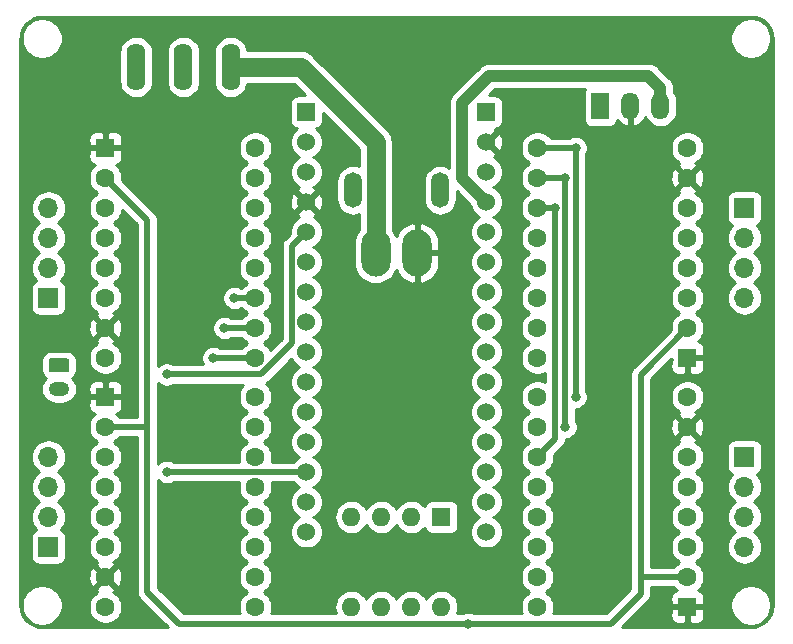
<source format=gbr>
G04 #@! TF.GenerationSoftware,KiCad,Pcbnew,(5.1.4)-1*
G04 #@! TF.CreationDate,2020-11-13T20:24:30+01:00*
G04 #@! TF.ProjectId,Shield BR,53686965-6c64-4204-9252-2e6b69636164,rev?*
G04 #@! TF.SameCoordinates,Original*
G04 #@! TF.FileFunction,Copper,L1,Top*
G04 #@! TF.FilePolarity,Positive*
%FSLAX46Y46*%
G04 Gerber Fmt 4.6, Leading zero omitted, Abs format (unit mm)*
G04 Created by KiCad (PCBNEW (5.1.4)-1) date 2020-11-13 20:24:30*
%MOMM*%
%LPD*%
G04 APERTURE LIST*
%ADD10R,1.600000X1.600000*%
%ADD11C,1.600000*%
%ADD12O,1.500000X3.000000*%
%ADD13O,2.500000X4.000000*%
%ADD14O,1.600000X4.000000*%
%ADD15O,1.750000X1.200000*%
%ADD16C,0.100000*%
%ADD17C,1.200000*%
%ADD18O,1.500000X2.300000*%
%ADD19R,1.500000X2.300000*%
%ADD20O,1.600000X1.600000*%
%ADD21O,1.700000X1.700000*%
%ADD22R,1.700000X1.700000*%
%ADD23C,1.530000*%
%ADD24R,1.530000X1.530000*%
%ADD25C,0.800000*%
%ADD26C,0.400000*%
%ADD27C,1.600000*%
%ADD28C,0.500000*%
%ADD29C,1.000000*%
%ADD30C,0.254000*%
G04 APERTURE END LIST*
D10*
X86614000Y-78994000D03*
D11*
X86614000Y-81534000D03*
X86614000Y-84074000D03*
X86614000Y-86614000D03*
X86614000Y-89154000D03*
X86614000Y-91694000D03*
X86614000Y-94234000D03*
X86614000Y-96774000D03*
X99314000Y-78994000D03*
X99314000Y-81534000D03*
X99314000Y-84074000D03*
X99314000Y-86614000D03*
X99314000Y-89154000D03*
X99314000Y-91694000D03*
X99314000Y-94234000D03*
X99314000Y-96774000D03*
D10*
X86614000Y-100076000D03*
D11*
X86614000Y-102616000D03*
X86614000Y-105156000D03*
X86614000Y-107696000D03*
X86614000Y-110236000D03*
X86614000Y-112776000D03*
X86614000Y-115316000D03*
X86614000Y-117856000D03*
X99314000Y-100076000D03*
X99314000Y-102616000D03*
X99314000Y-105156000D03*
X99314000Y-107696000D03*
X99314000Y-110236000D03*
X99314000Y-112776000D03*
X99314000Y-115316000D03*
X99314000Y-117856000D03*
X123190000Y-100076000D03*
X123190000Y-102616000D03*
X123190000Y-105156000D03*
X123190000Y-107696000D03*
X123190000Y-110236000D03*
X123190000Y-112776000D03*
X123190000Y-115316000D03*
X123190000Y-117856000D03*
X135890000Y-100076000D03*
X135890000Y-102616000D03*
X135890000Y-105156000D03*
X135890000Y-107696000D03*
X135890000Y-110236000D03*
X135890000Y-112776000D03*
X135890000Y-115316000D03*
D10*
X135890000Y-117856000D03*
X135890000Y-96774000D03*
D11*
X135890000Y-94234000D03*
X135890000Y-91694000D03*
X135890000Y-89154000D03*
X135890000Y-86614000D03*
X135890000Y-84074000D03*
X135890000Y-81534000D03*
X135890000Y-78994000D03*
X123190000Y-96774000D03*
X123190000Y-94234000D03*
X123190000Y-91694000D03*
X123190000Y-89154000D03*
X123190000Y-86614000D03*
X123190000Y-84074000D03*
X123190000Y-81534000D03*
X123190000Y-78994000D03*
D12*
X114952000Y-82584000D03*
X107552000Y-82584000D03*
D13*
X113002000Y-87884000D03*
X109502000Y-87884000D03*
D14*
X89218000Y-72136000D03*
X93218000Y-72136000D03*
X97218000Y-72136000D03*
D15*
X82677000Y-99396300D03*
D16*
G36*
X83326505Y-96797504D02*
G01*
X83350773Y-96801104D01*
X83374572Y-96807065D01*
X83397671Y-96815330D01*
X83419850Y-96825820D01*
X83440893Y-96838432D01*
X83460599Y-96853047D01*
X83478777Y-96869523D01*
X83495253Y-96887701D01*
X83509868Y-96907407D01*
X83522480Y-96928450D01*
X83532970Y-96950629D01*
X83541235Y-96973728D01*
X83547196Y-96997527D01*
X83550796Y-97021795D01*
X83552000Y-97046299D01*
X83552000Y-97746301D01*
X83550796Y-97770805D01*
X83547196Y-97795073D01*
X83541235Y-97818872D01*
X83532970Y-97841971D01*
X83522480Y-97864150D01*
X83509868Y-97885193D01*
X83495253Y-97904899D01*
X83478777Y-97923077D01*
X83460599Y-97939553D01*
X83440893Y-97954168D01*
X83419850Y-97966780D01*
X83397671Y-97977270D01*
X83374572Y-97985535D01*
X83350773Y-97991496D01*
X83326505Y-97995096D01*
X83302001Y-97996300D01*
X82051999Y-97996300D01*
X82027495Y-97995096D01*
X82003227Y-97991496D01*
X81979428Y-97985535D01*
X81956329Y-97977270D01*
X81934150Y-97966780D01*
X81913107Y-97954168D01*
X81893401Y-97939553D01*
X81875223Y-97923077D01*
X81858747Y-97904899D01*
X81844132Y-97885193D01*
X81831520Y-97864150D01*
X81821030Y-97841971D01*
X81812765Y-97818872D01*
X81806804Y-97795073D01*
X81803204Y-97770805D01*
X81802000Y-97746301D01*
X81802000Y-97046299D01*
X81803204Y-97021795D01*
X81806804Y-96997527D01*
X81812765Y-96973728D01*
X81821030Y-96950629D01*
X81831520Y-96928450D01*
X81844132Y-96907407D01*
X81858747Y-96887701D01*
X81875223Y-96869523D01*
X81893401Y-96853047D01*
X81913107Y-96838432D01*
X81934150Y-96825820D01*
X81956329Y-96815330D01*
X81979428Y-96807065D01*
X82003227Y-96801104D01*
X82027495Y-96797504D01*
X82051999Y-96796300D01*
X83302001Y-96796300D01*
X83326505Y-96797504D01*
X83326505Y-96797504D01*
G37*
D17*
X82677000Y-97396300D03*
D18*
X133604000Y-75438000D03*
X131064000Y-75438000D03*
D19*
X128524000Y-75438000D03*
D20*
X115062000Y-117856000D03*
X107442000Y-110236000D03*
X112522000Y-117856000D03*
X109982000Y-110236000D03*
X109982000Y-117856000D03*
X112522000Y-110236000D03*
X107442000Y-117856000D03*
D10*
X115062000Y-110236000D03*
D21*
X81788000Y-105156000D03*
X81788000Y-107696000D03*
X81788000Y-110236000D03*
D22*
X81788000Y-112776000D03*
D21*
X140716000Y-112776000D03*
X140716000Y-110236000D03*
X140716000Y-107696000D03*
D22*
X140716000Y-105156000D03*
D21*
X140716000Y-91694000D03*
X140716000Y-89154000D03*
X140716000Y-86614000D03*
D22*
X140716000Y-84074000D03*
D21*
X81788000Y-84074000D03*
X81788000Y-86614000D03*
X81788000Y-89154000D03*
D22*
X81788000Y-91694000D03*
D23*
X118871500Y-111506000D03*
X103631500Y-111506000D03*
X118871500Y-108966000D03*
X103631500Y-108966000D03*
X118871500Y-106426000D03*
X103631500Y-106426000D03*
X118871500Y-103886000D03*
X103631500Y-103886000D03*
X118871500Y-101346000D03*
X103631500Y-101346000D03*
X118871500Y-98806000D03*
X103631500Y-98806000D03*
X118871500Y-96266000D03*
X103631500Y-96266000D03*
X118871500Y-93726000D03*
X103631500Y-93726000D03*
X118871500Y-91186000D03*
X103631500Y-91186000D03*
X118871500Y-88646000D03*
X103631500Y-88646000D03*
X118871500Y-86106000D03*
X103631500Y-86106000D03*
X118871500Y-83566000D03*
X103631500Y-83566000D03*
X118871500Y-81026000D03*
X103631500Y-81026000D03*
X118871500Y-78486000D03*
X103631500Y-78486000D03*
D24*
X118871500Y-75946000D03*
X103631500Y-75946000D03*
D25*
X94284300Y-117754400D03*
X91440000Y-100076000D03*
X101219000Y-98552000D03*
X110743500Y-72390000D03*
D26*
X113002000Y-87884000D03*
X112202000Y-89084000D03*
X113802000Y-87484000D03*
X113802000Y-86684000D03*
X112202000Y-88284000D03*
X113002000Y-87084000D03*
X112202000Y-87484000D03*
X113002000Y-86284000D03*
X112202000Y-86684000D03*
X113802000Y-88284000D03*
X113002000Y-88684000D03*
X113802000Y-89084000D03*
X113002000Y-89484000D03*
D25*
X124714000Y-84074000D03*
X97536000Y-91694000D03*
X125564000Y-81534000D03*
X125564000Y-102616000D03*
X96686000Y-94234000D03*
X126414000Y-78994000D03*
X126414000Y-100076000D03*
X95758000Y-96774000D03*
X91818000Y-106426000D03*
X91818000Y-98174000D03*
X117348000Y-119278400D03*
D26*
X109502000Y-87884000D03*
X110302000Y-89084000D03*
X108702000Y-87484000D03*
X108702000Y-86684000D03*
X110302000Y-88284000D03*
X109502000Y-87084000D03*
X110302000Y-87484000D03*
X109502000Y-86284000D03*
X110302000Y-86684000D03*
X108702000Y-88284000D03*
X109502000Y-88684000D03*
X108702000Y-89084000D03*
X109502000Y-89484000D03*
D27*
X113002000Y-87884000D02*
X113002000Y-87884000D01*
D28*
X124714000Y-103632000D02*
X123190000Y-105156000D01*
X124714000Y-84074000D02*
X124714000Y-103632000D01*
X123190000Y-84074000D02*
X124714000Y-84074000D01*
X97536000Y-91694000D02*
X99314000Y-91694000D01*
X125564000Y-81534000D02*
X125564000Y-102616000D01*
X123190000Y-81534000D02*
X125564000Y-81534000D01*
X96686000Y-94234000D02*
X99314000Y-94234000D01*
X126414000Y-78994000D02*
X126414000Y-100076000D01*
X123190000Y-78994000D02*
X126414000Y-78994000D01*
X95758000Y-96774000D02*
X99314000Y-96774000D01*
X103631500Y-106426000D02*
X91818000Y-106426000D01*
X99764002Y-98174000D02*
X91818000Y-98174000D01*
X102416499Y-95521503D02*
X99764002Y-98174000D01*
X103631500Y-86106000D02*
X102416499Y-87321001D01*
X102416499Y-87321001D02*
X102416499Y-95521503D01*
D29*
X118106501Y-82801001D02*
X118871500Y-83566000D01*
X133604000Y-73914000D02*
X132588000Y-72898000D01*
X133604000Y-75438000D02*
X133604000Y-73914000D01*
X132588000Y-72898000D02*
X119129498Y-72898000D01*
X119129498Y-72898000D02*
X116840000Y-75187498D01*
X116840000Y-75187498D02*
X116840000Y-81534500D01*
X116840000Y-81534500D02*
X118106501Y-82801001D01*
D28*
X131934001Y-98189999D02*
X135890000Y-94234000D01*
X132080000Y-115316000D02*
X135890000Y-115316000D01*
X131934001Y-115461999D02*
X132080000Y-115316000D01*
X131934001Y-115461999D02*
X131934001Y-98189999D01*
X90170000Y-85090000D02*
X86614000Y-81534000D01*
X90043000Y-102616000D02*
X90170000Y-102743000D01*
X86614000Y-102616000D02*
X90043000Y-102616000D01*
X90170000Y-102743000D02*
X90170000Y-85090000D01*
X92855999Y-119271999D02*
X90170000Y-116586000D01*
X116948001Y-119271999D02*
X92855999Y-119271999D01*
X90170000Y-116586000D02*
X90170000Y-102743000D01*
X117747999Y-119271999D02*
X129394001Y-119271999D01*
X129394001Y-119271999D02*
X131934001Y-116731999D01*
X117348000Y-119278400D02*
X117747999Y-119271999D01*
X131934001Y-116731999D02*
X131934001Y-115461999D01*
X117348000Y-119278400D02*
X116948001Y-119271999D01*
D27*
X99618000Y-72136000D02*
X97218000Y-72136000D01*
X103151502Y-72136000D02*
X99618000Y-72136000D01*
X109502000Y-78486498D02*
X103151502Y-72136000D01*
X109502000Y-87884000D02*
X109502000Y-87884000D01*
X109502000Y-87884000D02*
X109502000Y-78486498D01*
D30*
G36*
X141608275Y-67924147D02*
G01*
X141951467Y-68027763D01*
X142267989Y-68196062D01*
X142545799Y-68422637D01*
X142774306Y-68698856D01*
X142944810Y-69014197D01*
X143050819Y-69356656D01*
X143091501Y-69743722D01*
X143091500Y-117693721D01*
X143053353Y-118082776D01*
X142949738Y-118425964D01*
X142781439Y-118742489D01*
X142554865Y-119020296D01*
X142278646Y-119248805D01*
X141963303Y-119419310D01*
X141620844Y-119525319D01*
X141233788Y-119566000D01*
X130351578Y-119566000D01*
X131261578Y-118656000D01*
X134451928Y-118656000D01*
X134464188Y-118780482D01*
X134500498Y-118900180D01*
X134559463Y-119010494D01*
X134638815Y-119107185D01*
X134735506Y-119186537D01*
X134845820Y-119245502D01*
X134965518Y-119281812D01*
X135090000Y-119294072D01*
X135604250Y-119291000D01*
X135763000Y-119132250D01*
X135763000Y-117983000D01*
X136017000Y-117983000D01*
X136017000Y-119132250D01*
X136175750Y-119291000D01*
X136690000Y-119294072D01*
X136814482Y-119281812D01*
X136934180Y-119245502D01*
X137044494Y-119186537D01*
X137141185Y-119107185D01*
X137220537Y-119010494D01*
X137279502Y-118900180D01*
X137315812Y-118780482D01*
X137328072Y-118656000D01*
X137325000Y-118141750D01*
X137166250Y-117983000D01*
X136017000Y-117983000D01*
X135763000Y-117983000D01*
X134613750Y-117983000D01*
X134455000Y-118141750D01*
X134451928Y-118656000D01*
X131261578Y-118656000D01*
X132529051Y-117388528D01*
X132562818Y-117360816D01*
X132591875Y-117325411D01*
X132668544Y-117231990D01*
X132673412Y-117226058D01*
X132755590Y-117072312D01*
X132806196Y-116905489D01*
X132819001Y-116775476D01*
X132819001Y-116775466D01*
X132823282Y-116732000D01*
X132819001Y-116688534D01*
X132819001Y-116201000D01*
X134755479Y-116201000D01*
X134775363Y-116230759D01*
X134973961Y-116429357D01*
X134965518Y-116430188D01*
X134845820Y-116466498D01*
X134735506Y-116525463D01*
X134638815Y-116604815D01*
X134559463Y-116701506D01*
X134500498Y-116811820D01*
X134464188Y-116931518D01*
X134451928Y-117056000D01*
X134455000Y-117570250D01*
X134613750Y-117729000D01*
X135763000Y-117729000D01*
X135763000Y-117709000D01*
X136017000Y-117709000D01*
X136017000Y-117729000D01*
X137166250Y-117729000D01*
X137325000Y-117570250D01*
X137325090Y-117555117D01*
X139516500Y-117555117D01*
X139516500Y-117896883D01*
X139583175Y-118232081D01*
X139713963Y-118547831D01*
X139903837Y-118831998D01*
X140145502Y-119073663D01*
X140429669Y-119263537D01*
X140745419Y-119394325D01*
X141080617Y-119461000D01*
X141422383Y-119461000D01*
X141757581Y-119394325D01*
X142073331Y-119263537D01*
X142357498Y-119073663D01*
X142599163Y-118831998D01*
X142789037Y-118547831D01*
X142919825Y-118232081D01*
X142986500Y-117896883D01*
X142986500Y-117555117D01*
X142919825Y-117219919D01*
X142789037Y-116904169D01*
X142599163Y-116620002D01*
X142357498Y-116378337D01*
X142073331Y-116188463D01*
X141757581Y-116057675D01*
X141422383Y-115991000D01*
X141080617Y-115991000D01*
X140745419Y-116057675D01*
X140429669Y-116188463D01*
X140145502Y-116378337D01*
X139903837Y-116620002D01*
X139713963Y-116904169D01*
X139583175Y-117219919D01*
X139516500Y-117555117D01*
X137325090Y-117555117D01*
X137328072Y-117056000D01*
X137315812Y-116931518D01*
X137279502Y-116811820D01*
X137220537Y-116701506D01*
X137141185Y-116604815D01*
X137044494Y-116525463D01*
X136934180Y-116466498D01*
X136814482Y-116430188D01*
X136806039Y-116429357D01*
X137004637Y-116230759D01*
X137161680Y-115995727D01*
X137269853Y-115734574D01*
X137325000Y-115457335D01*
X137325000Y-115174665D01*
X137269853Y-114897426D01*
X137161680Y-114636273D01*
X137004637Y-114401241D01*
X136804759Y-114201363D01*
X136572241Y-114046000D01*
X136804759Y-113890637D01*
X137004637Y-113690759D01*
X137161680Y-113455727D01*
X137269853Y-113194574D01*
X137325000Y-112917335D01*
X137325000Y-112634665D01*
X137269853Y-112357426D01*
X137161680Y-112096273D01*
X137004637Y-111861241D01*
X136804759Y-111661363D01*
X136572241Y-111506000D01*
X136804759Y-111350637D01*
X137004637Y-111150759D01*
X137161680Y-110915727D01*
X137269853Y-110654574D01*
X137325000Y-110377335D01*
X137325000Y-110094665D01*
X137269853Y-109817426D01*
X137161680Y-109556273D01*
X137004637Y-109321241D01*
X136804759Y-109121363D01*
X136572241Y-108966000D01*
X136804759Y-108810637D01*
X137004637Y-108610759D01*
X137161680Y-108375727D01*
X137269853Y-108114574D01*
X137325000Y-107837335D01*
X137325000Y-107696000D01*
X139223815Y-107696000D01*
X139252487Y-107987111D01*
X139337401Y-108267034D01*
X139475294Y-108525014D01*
X139660866Y-108751134D01*
X139886986Y-108936706D01*
X139941791Y-108966000D01*
X139886986Y-108995294D01*
X139660866Y-109180866D01*
X139475294Y-109406986D01*
X139337401Y-109664966D01*
X139252487Y-109944889D01*
X139223815Y-110236000D01*
X139252487Y-110527111D01*
X139337401Y-110807034D01*
X139475294Y-111065014D01*
X139660866Y-111291134D01*
X139886986Y-111476706D01*
X139941791Y-111506000D01*
X139886986Y-111535294D01*
X139660866Y-111720866D01*
X139475294Y-111946986D01*
X139337401Y-112204966D01*
X139252487Y-112484889D01*
X139223815Y-112776000D01*
X139252487Y-113067111D01*
X139337401Y-113347034D01*
X139475294Y-113605014D01*
X139660866Y-113831134D01*
X139886986Y-114016706D01*
X140144966Y-114154599D01*
X140424889Y-114239513D01*
X140643050Y-114261000D01*
X140788950Y-114261000D01*
X141007111Y-114239513D01*
X141287034Y-114154599D01*
X141545014Y-114016706D01*
X141771134Y-113831134D01*
X141956706Y-113605014D01*
X142094599Y-113347034D01*
X142179513Y-113067111D01*
X142208185Y-112776000D01*
X142179513Y-112484889D01*
X142094599Y-112204966D01*
X141956706Y-111946986D01*
X141771134Y-111720866D01*
X141545014Y-111535294D01*
X141490209Y-111506000D01*
X141545014Y-111476706D01*
X141771134Y-111291134D01*
X141956706Y-111065014D01*
X142094599Y-110807034D01*
X142179513Y-110527111D01*
X142208185Y-110236000D01*
X142179513Y-109944889D01*
X142094599Y-109664966D01*
X141956706Y-109406986D01*
X141771134Y-109180866D01*
X141545014Y-108995294D01*
X141490209Y-108966000D01*
X141545014Y-108936706D01*
X141771134Y-108751134D01*
X141956706Y-108525014D01*
X142094599Y-108267034D01*
X142179513Y-107987111D01*
X142208185Y-107696000D01*
X142179513Y-107404889D01*
X142094599Y-107124966D01*
X141956706Y-106866986D01*
X141771134Y-106640866D01*
X141741313Y-106616393D01*
X141810180Y-106595502D01*
X141920494Y-106536537D01*
X142017185Y-106457185D01*
X142096537Y-106360494D01*
X142155502Y-106250180D01*
X142191812Y-106130482D01*
X142204072Y-106006000D01*
X142204072Y-104306000D01*
X142191812Y-104181518D01*
X142155502Y-104061820D01*
X142096537Y-103951506D01*
X142017185Y-103854815D01*
X141920494Y-103775463D01*
X141810180Y-103716498D01*
X141690482Y-103680188D01*
X141566000Y-103667928D01*
X139866000Y-103667928D01*
X139741518Y-103680188D01*
X139621820Y-103716498D01*
X139511506Y-103775463D01*
X139414815Y-103854815D01*
X139335463Y-103951506D01*
X139276498Y-104061820D01*
X139240188Y-104181518D01*
X139227928Y-104306000D01*
X139227928Y-106006000D01*
X139240188Y-106130482D01*
X139276498Y-106250180D01*
X139335463Y-106360494D01*
X139414815Y-106457185D01*
X139511506Y-106536537D01*
X139621820Y-106595502D01*
X139690687Y-106616393D01*
X139660866Y-106640866D01*
X139475294Y-106866986D01*
X139337401Y-107124966D01*
X139252487Y-107404889D01*
X139223815Y-107696000D01*
X137325000Y-107696000D01*
X137325000Y-107554665D01*
X137269853Y-107277426D01*
X137161680Y-107016273D01*
X137004637Y-106781241D01*
X136804759Y-106581363D01*
X136572241Y-106426000D01*
X136804759Y-106270637D01*
X137004637Y-106070759D01*
X137161680Y-105835727D01*
X137269853Y-105574574D01*
X137325000Y-105297335D01*
X137325000Y-105014665D01*
X137269853Y-104737426D01*
X137161680Y-104476273D01*
X137004637Y-104241241D01*
X136804759Y-104041363D01*
X136570872Y-103885085D01*
X136631514Y-103852671D01*
X136703097Y-103608702D01*
X135890000Y-102795605D01*
X135076903Y-103608702D01*
X135148486Y-103852671D01*
X135212992Y-103883194D01*
X135210273Y-103884320D01*
X134975241Y-104041363D01*
X134775363Y-104241241D01*
X134618320Y-104476273D01*
X134510147Y-104737426D01*
X134455000Y-105014665D01*
X134455000Y-105297335D01*
X134510147Y-105574574D01*
X134618320Y-105835727D01*
X134775363Y-106070759D01*
X134975241Y-106270637D01*
X135207759Y-106426000D01*
X134975241Y-106581363D01*
X134775363Y-106781241D01*
X134618320Y-107016273D01*
X134510147Y-107277426D01*
X134455000Y-107554665D01*
X134455000Y-107837335D01*
X134510147Y-108114574D01*
X134618320Y-108375727D01*
X134775363Y-108610759D01*
X134975241Y-108810637D01*
X135207759Y-108966000D01*
X134975241Y-109121363D01*
X134775363Y-109321241D01*
X134618320Y-109556273D01*
X134510147Y-109817426D01*
X134455000Y-110094665D01*
X134455000Y-110377335D01*
X134510147Y-110654574D01*
X134618320Y-110915727D01*
X134775363Y-111150759D01*
X134975241Y-111350637D01*
X135207759Y-111506000D01*
X134975241Y-111661363D01*
X134775363Y-111861241D01*
X134618320Y-112096273D01*
X134510147Y-112357426D01*
X134455000Y-112634665D01*
X134455000Y-112917335D01*
X134510147Y-113194574D01*
X134618320Y-113455727D01*
X134775363Y-113690759D01*
X134975241Y-113890637D01*
X135207759Y-114046000D01*
X134975241Y-114201363D01*
X134775363Y-114401241D01*
X134755479Y-114431000D01*
X132819001Y-114431000D01*
X132819001Y-102686512D01*
X134449783Y-102686512D01*
X134491213Y-102966130D01*
X134586397Y-103232292D01*
X134653329Y-103357514D01*
X134897298Y-103429097D01*
X135710395Y-102616000D01*
X136069605Y-102616000D01*
X136882702Y-103429097D01*
X137126671Y-103357514D01*
X137247571Y-103102004D01*
X137316300Y-102827816D01*
X137330217Y-102545488D01*
X137288787Y-102265870D01*
X137193603Y-101999708D01*
X137126671Y-101874486D01*
X136882702Y-101802903D01*
X136069605Y-102616000D01*
X135710395Y-102616000D01*
X134897298Y-101802903D01*
X134653329Y-101874486D01*
X134532429Y-102129996D01*
X134463700Y-102404184D01*
X134449783Y-102686512D01*
X132819001Y-102686512D01*
X132819001Y-99934665D01*
X134455000Y-99934665D01*
X134455000Y-100217335D01*
X134510147Y-100494574D01*
X134618320Y-100755727D01*
X134775363Y-100990759D01*
X134975241Y-101190637D01*
X135209128Y-101346915D01*
X135148486Y-101379329D01*
X135076903Y-101623298D01*
X135890000Y-102436395D01*
X136703097Y-101623298D01*
X136631514Y-101379329D01*
X136567008Y-101348806D01*
X136569727Y-101347680D01*
X136804759Y-101190637D01*
X137004637Y-100990759D01*
X137161680Y-100755727D01*
X137269853Y-100494574D01*
X137325000Y-100217335D01*
X137325000Y-99934665D01*
X137269853Y-99657426D01*
X137161680Y-99396273D01*
X137004637Y-99161241D01*
X136804759Y-98961363D01*
X136569727Y-98804320D01*
X136308574Y-98696147D01*
X136031335Y-98641000D01*
X135748665Y-98641000D01*
X135471426Y-98696147D01*
X135210273Y-98804320D01*
X134975241Y-98961363D01*
X134775363Y-99161241D01*
X134618320Y-99396273D01*
X134510147Y-99657426D01*
X134455000Y-99934665D01*
X132819001Y-99934665D01*
X132819001Y-98556577D01*
X134474577Y-96901002D01*
X134613748Y-96901002D01*
X134455000Y-97059750D01*
X134451928Y-97574000D01*
X134464188Y-97698482D01*
X134500498Y-97818180D01*
X134559463Y-97928494D01*
X134638815Y-98025185D01*
X134735506Y-98104537D01*
X134845820Y-98163502D01*
X134965518Y-98199812D01*
X135090000Y-98212072D01*
X135604250Y-98209000D01*
X135763000Y-98050250D01*
X135763000Y-96901000D01*
X136017000Y-96901000D01*
X136017000Y-98050250D01*
X136175750Y-98209000D01*
X136690000Y-98212072D01*
X136814482Y-98199812D01*
X136934180Y-98163502D01*
X137044494Y-98104537D01*
X137141185Y-98025185D01*
X137220537Y-97928494D01*
X137279502Y-97818180D01*
X137315812Y-97698482D01*
X137328072Y-97574000D01*
X137325000Y-97059750D01*
X137166250Y-96901000D01*
X136017000Y-96901000D01*
X135763000Y-96901000D01*
X135743000Y-96901000D01*
X135743000Y-96647000D01*
X135763000Y-96647000D01*
X135763000Y-96627000D01*
X136017000Y-96627000D01*
X136017000Y-96647000D01*
X137166250Y-96647000D01*
X137325000Y-96488250D01*
X137328072Y-95974000D01*
X137315812Y-95849518D01*
X137279502Y-95729820D01*
X137220537Y-95619506D01*
X137141185Y-95522815D01*
X137044494Y-95443463D01*
X136934180Y-95384498D01*
X136814482Y-95348188D01*
X136806039Y-95347357D01*
X137004637Y-95148759D01*
X137161680Y-94913727D01*
X137269853Y-94652574D01*
X137325000Y-94375335D01*
X137325000Y-94092665D01*
X137269853Y-93815426D01*
X137161680Y-93554273D01*
X137004637Y-93319241D01*
X136804759Y-93119363D01*
X136572241Y-92964000D01*
X136804759Y-92808637D01*
X137004637Y-92608759D01*
X137161680Y-92373727D01*
X137269853Y-92112574D01*
X137325000Y-91835335D01*
X137325000Y-91552665D01*
X137269853Y-91275426D01*
X137161680Y-91014273D01*
X137004637Y-90779241D01*
X136804759Y-90579363D01*
X136572241Y-90424000D01*
X136804759Y-90268637D01*
X137004637Y-90068759D01*
X137161680Y-89833727D01*
X137269853Y-89572574D01*
X137325000Y-89295335D01*
X137325000Y-89012665D01*
X137269853Y-88735426D01*
X137161680Y-88474273D01*
X137004637Y-88239241D01*
X136804759Y-88039363D01*
X136572241Y-87884000D01*
X136804759Y-87728637D01*
X137004637Y-87528759D01*
X137161680Y-87293727D01*
X137269853Y-87032574D01*
X137325000Y-86755335D01*
X137325000Y-86614000D01*
X139223815Y-86614000D01*
X139252487Y-86905111D01*
X139337401Y-87185034D01*
X139475294Y-87443014D01*
X139660866Y-87669134D01*
X139886986Y-87854706D01*
X139941791Y-87884000D01*
X139886986Y-87913294D01*
X139660866Y-88098866D01*
X139475294Y-88324986D01*
X139337401Y-88582966D01*
X139252487Y-88862889D01*
X139223815Y-89154000D01*
X139252487Y-89445111D01*
X139337401Y-89725034D01*
X139475294Y-89983014D01*
X139660866Y-90209134D01*
X139886986Y-90394706D01*
X139941791Y-90424000D01*
X139886986Y-90453294D01*
X139660866Y-90638866D01*
X139475294Y-90864986D01*
X139337401Y-91122966D01*
X139252487Y-91402889D01*
X139223815Y-91694000D01*
X139252487Y-91985111D01*
X139337401Y-92265034D01*
X139475294Y-92523014D01*
X139660866Y-92749134D01*
X139886986Y-92934706D01*
X140144966Y-93072599D01*
X140424889Y-93157513D01*
X140643050Y-93179000D01*
X140788950Y-93179000D01*
X141007111Y-93157513D01*
X141287034Y-93072599D01*
X141545014Y-92934706D01*
X141771134Y-92749134D01*
X141956706Y-92523014D01*
X142094599Y-92265034D01*
X142179513Y-91985111D01*
X142208185Y-91694000D01*
X142179513Y-91402889D01*
X142094599Y-91122966D01*
X141956706Y-90864986D01*
X141771134Y-90638866D01*
X141545014Y-90453294D01*
X141490209Y-90424000D01*
X141545014Y-90394706D01*
X141771134Y-90209134D01*
X141956706Y-89983014D01*
X142094599Y-89725034D01*
X142179513Y-89445111D01*
X142208185Y-89154000D01*
X142179513Y-88862889D01*
X142094599Y-88582966D01*
X141956706Y-88324986D01*
X141771134Y-88098866D01*
X141545014Y-87913294D01*
X141490209Y-87884000D01*
X141545014Y-87854706D01*
X141771134Y-87669134D01*
X141956706Y-87443014D01*
X142094599Y-87185034D01*
X142179513Y-86905111D01*
X142208185Y-86614000D01*
X142179513Y-86322889D01*
X142094599Y-86042966D01*
X141956706Y-85784986D01*
X141771134Y-85558866D01*
X141741313Y-85534393D01*
X141810180Y-85513502D01*
X141920494Y-85454537D01*
X142017185Y-85375185D01*
X142096537Y-85278494D01*
X142155502Y-85168180D01*
X142191812Y-85048482D01*
X142204072Y-84924000D01*
X142204072Y-83224000D01*
X142191812Y-83099518D01*
X142155502Y-82979820D01*
X142096537Y-82869506D01*
X142017185Y-82772815D01*
X141920494Y-82693463D01*
X141810180Y-82634498D01*
X141690482Y-82598188D01*
X141566000Y-82585928D01*
X139866000Y-82585928D01*
X139741518Y-82598188D01*
X139621820Y-82634498D01*
X139511506Y-82693463D01*
X139414815Y-82772815D01*
X139335463Y-82869506D01*
X139276498Y-82979820D01*
X139240188Y-83099518D01*
X139227928Y-83224000D01*
X139227928Y-84924000D01*
X139240188Y-85048482D01*
X139276498Y-85168180D01*
X139335463Y-85278494D01*
X139414815Y-85375185D01*
X139511506Y-85454537D01*
X139621820Y-85513502D01*
X139690687Y-85534393D01*
X139660866Y-85558866D01*
X139475294Y-85784986D01*
X139337401Y-86042966D01*
X139252487Y-86322889D01*
X139223815Y-86614000D01*
X137325000Y-86614000D01*
X137325000Y-86472665D01*
X137269853Y-86195426D01*
X137161680Y-85934273D01*
X137004637Y-85699241D01*
X136804759Y-85499363D01*
X136572241Y-85344000D01*
X136804759Y-85188637D01*
X137004637Y-84988759D01*
X137161680Y-84753727D01*
X137269853Y-84492574D01*
X137325000Y-84215335D01*
X137325000Y-83932665D01*
X137269853Y-83655426D01*
X137161680Y-83394273D01*
X137004637Y-83159241D01*
X136804759Y-82959363D01*
X136570872Y-82803085D01*
X136631514Y-82770671D01*
X136703097Y-82526702D01*
X135890000Y-81713605D01*
X135076903Y-82526702D01*
X135148486Y-82770671D01*
X135212992Y-82801194D01*
X135210273Y-82802320D01*
X134975241Y-82959363D01*
X134775363Y-83159241D01*
X134618320Y-83394273D01*
X134510147Y-83655426D01*
X134455000Y-83932665D01*
X134455000Y-84215335D01*
X134510147Y-84492574D01*
X134618320Y-84753727D01*
X134775363Y-84988759D01*
X134975241Y-85188637D01*
X135207759Y-85344000D01*
X134975241Y-85499363D01*
X134775363Y-85699241D01*
X134618320Y-85934273D01*
X134510147Y-86195426D01*
X134455000Y-86472665D01*
X134455000Y-86755335D01*
X134510147Y-87032574D01*
X134618320Y-87293727D01*
X134775363Y-87528759D01*
X134975241Y-87728637D01*
X135207759Y-87884000D01*
X134975241Y-88039363D01*
X134775363Y-88239241D01*
X134618320Y-88474273D01*
X134510147Y-88735426D01*
X134455000Y-89012665D01*
X134455000Y-89295335D01*
X134510147Y-89572574D01*
X134618320Y-89833727D01*
X134775363Y-90068759D01*
X134975241Y-90268637D01*
X135207759Y-90424000D01*
X134975241Y-90579363D01*
X134775363Y-90779241D01*
X134618320Y-91014273D01*
X134510147Y-91275426D01*
X134455000Y-91552665D01*
X134455000Y-91835335D01*
X134510147Y-92112574D01*
X134618320Y-92373727D01*
X134775363Y-92608759D01*
X134975241Y-92808637D01*
X135207759Y-92964000D01*
X134975241Y-93119363D01*
X134775363Y-93319241D01*
X134618320Y-93554273D01*
X134510147Y-93815426D01*
X134455000Y-94092665D01*
X134455000Y-94375335D01*
X134461983Y-94410439D01*
X131338952Y-97533469D01*
X131305185Y-97561182D01*
X131277472Y-97594950D01*
X131277469Y-97594953D01*
X131194591Y-97695940D01*
X131112413Y-97849686D01*
X131061806Y-98016509D01*
X131044720Y-98189999D01*
X131049002Y-98233478D01*
X131049001Y-115418530D01*
X131044720Y-115461999D01*
X131049001Y-115505468D01*
X131049001Y-115505475D01*
X131049002Y-115505485D01*
X131049001Y-116365420D01*
X129027423Y-118386999D01*
X124523285Y-118386999D01*
X124569853Y-118274574D01*
X124625000Y-117997335D01*
X124625000Y-117714665D01*
X124569853Y-117437426D01*
X124461680Y-117176273D01*
X124304637Y-116941241D01*
X124104759Y-116741363D01*
X123872241Y-116586000D01*
X124104759Y-116430637D01*
X124304637Y-116230759D01*
X124461680Y-115995727D01*
X124569853Y-115734574D01*
X124625000Y-115457335D01*
X124625000Y-115174665D01*
X124569853Y-114897426D01*
X124461680Y-114636273D01*
X124304637Y-114401241D01*
X124104759Y-114201363D01*
X123872241Y-114046000D01*
X124104759Y-113890637D01*
X124304637Y-113690759D01*
X124461680Y-113455727D01*
X124569853Y-113194574D01*
X124625000Y-112917335D01*
X124625000Y-112634665D01*
X124569853Y-112357426D01*
X124461680Y-112096273D01*
X124304637Y-111861241D01*
X124104759Y-111661363D01*
X123872241Y-111506000D01*
X124104759Y-111350637D01*
X124304637Y-111150759D01*
X124461680Y-110915727D01*
X124569853Y-110654574D01*
X124625000Y-110377335D01*
X124625000Y-110094665D01*
X124569853Y-109817426D01*
X124461680Y-109556273D01*
X124304637Y-109321241D01*
X124104759Y-109121363D01*
X123872241Y-108966000D01*
X124104759Y-108810637D01*
X124304637Y-108610759D01*
X124461680Y-108375727D01*
X124569853Y-108114574D01*
X124625000Y-107837335D01*
X124625000Y-107554665D01*
X124569853Y-107277426D01*
X124461680Y-107016273D01*
X124304637Y-106781241D01*
X124104759Y-106581363D01*
X123872241Y-106426000D01*
X124104759Y-106270637D01*
X124304637Y-106070759D01*
X124461680Y-105835727D01*
X124569853Y-105574574D01*
X124625000Y-105297335D01*
X124625000Y-105014665D01*
X124618017Y-104979561D01*
X125309049Y-104288530D01*
X125342817Y-104260817D01*
X125453411Y-104126059D01*
X125535589Y-103972313D01*
X125586195Y-103805490D01*
X125599000Y-103675477D01*
X125599000Y-103675467D01*
X125601410Y-103651000D01*
X125665939Y-103651000D01*
X125865898Y-103611226D01*
X126054256Y-103533205D01*
X126223774Y-103419937D01*
X126367937Y-103275774D01*
X126481205Y-103106256D01*
X126559226Y-102917898D01*
X126599000Y-102717939D01*
X126599000Y-102514061D01*
X126559226Y-102314102D01*
X126481205Y-102125744D01*
X126449000Y-102077546D01*
X126449000Y-101111000D01*
X126515939Y-101111000D01*
X126715898Y-101071226D01*
X126904256Y-100993205D01*
X127073774Y-100879937D01*
X127217937Y-100735774D01*
X127331205Y-100566256D01*
X127409226Y-100377898D01*
X127449000Y-100177939D01*
X127449000Y-99974061D01*
X127409226Y-99774102D01*
X127331205Y-99585744D01*
X127299000Y-99537546D01*
X127299000Y-81604512D01*
X134449783Y-81604512D01*
X134491213Y-81884130D01*
X134586397Y-82150292D01*
X134653329Y-82275514D01*
X134897298Y-82347097D01*
X135710395Y-81534000D01*
X136069605Y-81534000D01*
X136882702Y-82347097D01*
X137126671Y-82275514D01*
X137247571Y-82020004D01*
X137316300Y-81745816D01*
X137330217Y-81463488D01*
X137288787Y-81183870D01*
X137193603Y-80917708D01*
X137126671Y-80792486D01*
X136882702Y-80720903D01*
X136069605Y-81534000D01*
X135710395Y-81534000D01*
X134897298Y-80720903D01*
X134653329Y-80792486D01*
X134532429Y-81047996D01*
X134463700Y-81322184D01*
X134449783Y-81604512D01*
X127299000Y-81604512D01*
X127299000Y-79532454D01*
X127331205Y-79484256D01*
X127409226Y-79295898D01*
X127449000Y-79095939D01*
X127449000Y-78892061D01*
X127441164Y-78852665D01*
X134455000Y-78852665D01*
X134455000Y-79135335D01*
X134510147Y-79412574D01*
X134618320Y-79673727D01*
X134775363Y-79908759D01*
X134975241Y-80108637D01*
X135209128Y-80264915D01*
X135148486Y-80297329D01*
X135076903Y-80541298D01*
X135890000Y-81354395D01*
X136703097Y-80541298D01*
X136631514Y-80297329D01*
X136567008Y-80266806D01*
X136569727Y-80265680D01*
X136804759Y-80108637D01*
X137004637Y-79908759D01*
X137161680Y-79673727D01*
X137269853Y-79412574D01*
X137325000Y-79135335D01*
X137325000Y-78852665D01*
X137269853Y-78575426D01*
X137161680Y-78314273D01*
X137004637Y-78079241D01*
X136804759Y-77879363D01*
X136569727Y-77722320D01*
X136308574Y-77614147D01*
X136031335Y-77559000D01*
X135748665Y-77559000D01*
X135471426Y-77614147D01*
X135210273Y-77722320D01*
X134975241Y-77879363D01*
X134775363Y-78079241D01*
X134618320Y-78314273D01*
X134510147Y-78575426D01*
X134455000Y-78852665D01*
X127441164Y-78852665D01*
X127409226Y-78692102D01*
X127331205Y-78503744D01*
X127217937Y-78334226D01*
X127073774Y-78190063D01*
X126904256Y-78076795D01*
X126715898Y-77998774D01*
X126515939Y-77959000D01*
X126312061Y-77959000D01*
X126112102Y-77998774D01*
X125923744Y-78076795D01*
X125875546Y-78109000D01*
X124324521Y-78109000D01*
X124304637Y-78079241D01*
X124104759Y-77879363D01*
X123869727Y-77722320D01*
X123608574Y-77614147D01*
X123331335Y-77559000D01*
X123048665Y-77559000D01*
X122771426Y-77614147D01*
X122510273Y-77722320D01*
X122275241Y-77879363D01*
X122075363Y-78079241D01*
X121918320Y-78314273D01*
X121810147Y-78575426D01*
X121755000Y-78852665D01*
X121755000Y-79135335D01*
X121810147Y-79412574D01*
X121918320Y-79673727D01*
X122075363Y-79908759D01*
X122275241Y-80108637D01*
X122507759Y-80264000D01*
X122275241Y-80419363D01*
X122075363Y-80619241D01*
X121918320Y-80854273D01*
X121810147Y-81115426D01*
X121755000Y-81392665D01*
X121755000Y-81675335D01*
X121810147Y-81952574D01*
X121918320Y-82213727D01*
X122075363Y-82448759D01*
X122275241Y-82648637D01*
X122507759Y-82804000D01*
X122275241Y-82959363D01*
X122075363Y-83159241D01*
X121918320Y-83394273D01*
X121810147Y-83655426D01*
X121755000Y-83932665D01*
X121755000Y-84215335D01*
X121810147Y-84492574D01*
X121918320Y-84753727D01*
X122075363Y-84988759D01*
X122275241Y-85188637D01*
X122507759Y-85344000D01*
X122275241Y-85499363D01*
X122075363Y-85699241D01*
X121918320Y-85934273D01*
X121810147Y-86195426D01*
X121755000Y-86472665D01*
X121755000Y-86755335D01*
X121810147Y-87032574D01*
X121918320Y-87293727D01*
X122075363Y-87528759D01*
X122275241Y-87728637D01*
X122507759Y-87884000D01*
X122275241Y-88039363D01*
X122075363Y-88239241D01*
X121918320Y-88474273D01*
X121810147Y-88735426D01*
X121755000Y-89012665D01*
X121755000Y-89295335D01*
X121810147Y-89572574D01*
X121918320Y-89833727D01*
X122075363Y-90068759D01*
X122275241Y-90268637D01*
X122507759Y-90424000D01*
X122275241Y-90579363D01*
X122075363Y-90779241D01*
X121918320Y-91014273D01*
X121810147Y-91275426D01*
X121755000Y-91552665D01*
X121755000Y-91835335D01*
X121810147Y-92112574D01*
X121918320Y-92373727D01*
X122075363Y-92608759D01*
X122275241Y-92808637D01*
X122507759Y-92964000D01*
X122275241Y-93119363D01*
X122075363Y-93319241D01*
X121918320Y-93554273D01*
X121810147Y-93815426D01*
X121755000Y-94092665D01*
X121755000Y-94375335D01*
X121810147Y-94652574D01*
X121918320Y-94913727D01*
X122075363Y-95148759D01*
X122275241Y-95348637D01*
X122507759Y-95504000D01*
X122275241Y-95659363D01*
X122075363Y-95859241D01*
X121918320Y-96094273D01*
X121810147Y-96355426D01*
X121755000Y-96632665D01*
X121755000Y-96915335D01*
X121810147Y-97192574D01*
X121918320Y-97453727D01*
X122075363Y-97688759D01*
X122275241Y-97888637D01*
X122510273Y-98045680D01*
X122771426Y-98153853D01*
X123048665Y-98209000D01*
X123331335Y-98209000D01*
X123608574Y-98153853D01*
X123829001Y-98062549D01*
X123829001Y-98787451D01*
X123608574Y-98696147D01*
X123331335Y-98641000D01*
X123048665Y-98641000D01*
X122771426Y-98696147D01*
X122510273Y-98804320D01*
X122275241Y-98961363D01*
X122075363Y-99161241D01*
X121918320Y-99396273D01*
X121810147Y-99657426D01*
X121755000Y-99934665D01*
X121755000Y-100217335D01*
X121810147Y-100494574D01*
X121918320Y-100755727D01*
X122075363Y-100990759D01*
X122275241Y-101190637D01*
X122507759Y-101346000D01*
X122275241Y-101501363D01*
X122075363Y-101701241D01*
X121918320Y-101936273D01*
X121810147Y-102197426D01*
X121755000Y-102474665D01*
X121755000Y-102757335D01*
X121810147Y-103034574D01*
X121918320Y-103295727D01*
X122075363Y-103530759D01*
X122275241Y-103730637D01*
X122507759Y-103886000D01*
X122275241Y-104041363D01*
X122075363Y-104241241D01*
X121918320Y-104476273D01*
X121810147Y-104737426D01*
X121755000Y-105014665D01*
X121755000Y-105297335D01*
X121810147Y-105574574D01*
X121918320Y-105835727D01*
X122075363Y-106070759D01*
X122275241Y-106270637D01*
X122507759Y-106426000D01*
X122275241Y-106581363D01*
X122075363Y-106781241D01*
X121918320Y-107016273D01*
X121810147Y-107277426D01*
X121755000Y-107554665D01*
X121755000Y-107837335D01*
X121810147Y-108114574D01*
X121918320Y-108375727D01*
X122075363Y-108610759D01*
X122275241Y-108810637D01*
X122507759Y-108966000D01*
X122275241Y-109121363D01*
X122075363Y-109321241D01*
X121918320Y-109556273D01*
X121810147Y-109817426D01*
X121755000Y-110094665D01*
X121755000Y-110377335D01*
X121810147Y-110654574D01*
X121918320Y-110915727D01*
X122075363Y-111150759D01*
X122275241Y-111350637D01*
X122507759Y-111506000D01*
X122275241Y-111661363D01*
X122075363Y-111861241D01*
X121918320Y-112096273D01*
X121810147Y-112357426D01*
X121755000Y-112634665D01*
X121755000Y-112917335D01*
X121810147Y-113194574D01*
X121918320Y-113455727D01*
X122075363Y-113690759D01*
X122275241Y-113890637D01*
X122507759Y-114046000D01*
X122275241Y-114201363D01*
X122075363Y-114401241D01*
X121918320Y-114636273D01*
X121810147Y-114897426D01*
X121755000Y-115174665D01*
X121755000Y-115457335D01*
X121810147Y-115734574D01*
X121918320Y-115995727D01*
X122075363Y-116230759D01*
X122275241Y-116430637D01*
X122507759Y-116586000D01*
X122275241Y-116741363D01*
X122075363Y-116941241D01*
X121918320Y-117176273D01*
X121810147Y-117437426D01*
X121755000Y-117714665D01*
X121755000Y-117997335D01*
X121810147Y-118274574D01*
X121856715Y-118386999D01*
X117876875Y-118386999D01*
X117838256Y-118361195D01*
X117649898Y-118283174D01*
X117449939Y-118243400D01*
X117246061Y-118243400D01*
X117046102Y-118283174D01*
X116857744Y-118361195D01*
X116819125Y-118386999D01*
X116400494Y-118386999D01*
X116476236Y-118137309D01*
X116503943Y-117856000D01*
X116476236Y-117574691D01*
X116394182Y-117304192D01*
X116260932Y-117054899D01*
X116081608Y-116836392D01*
X115863101Y-116657068D01*
X115613808Y-116523818D01*
X115343309Y-116441764D01*
X115132492Y-116421000D01*
X114991508Y-116421000D01*
X114780691Y-116441764D01*
X114510192Y-116523818D01*
X114260899Y-116657068D01*
X114042392Y-116836392D01*
X113863068Y-117054899D01*
X113792000Y-117187858D01*
X113720932Y-117054899D01*
X113541608Y-116836392D01*
X113323101Y-116657068D01*
X113073808Y-116523818D01*
X112803309Y-116441764D01*
X112592492Y-116421000D01*
X112451508Y-116421000D01*
X112240691Y-116441764D01*
X111970192Y-116523818D01*
X111720899Y-116657068D01*
X111502392Y-116836392D01*
X111323068Y-117054899D01*
X111252000Y-117187858D01*
X111180932Y-117054899D01*
X111001608Y-116836392D01*
X110783101Y-116657068D01*
X110533808Y-116523818D01*
X110263309Y-116441764D01*
X110052492Y-116421000D01*
X109911508Y-116421000D01*
X109700691Y-116441764D01*
X109430192Y-116523818D01*
X109180899Y-116657068D01*
X108962392Y-116836392D01*
X108783068Y-117054899D01*
X108712000Y-117187858D01*
X108640932Y-117054899D01*
X108461608Y-116836392D01*
X108243101Y-116657068D01*
X107993808Y-116523818D01*
X107723309Y-116441764D01*
X107512492Y-116421000D01*
X107371508Y-116421000D01*
X107160691Y-116441764D01*
X106890192Y-116523818D01*
X106640899Y-116657068D01*
X106422392Y-116836392D01*
X106243068Y-117054899D01*
X106109818Y-117304192D01*
X106027764Y-117574691D01*
X106000057Y-117856000D01*
X106027764Y-118137309D01*
X106103506Y-118386999D01*
X100647285Y-118386999D01*
X100693853Y-118274574D01*
X100749000Y-117997335D01*
X100749000Y-117714665D01*
X100693853Y-117437426D01*
X100585680Y-117176273D01*
X100428637Y-116941241D01*
X100228759Y-116741363D01*
X99996241Y-116586000D01*
X100228759Y-116430637D01*
X100428637Y-116230759D01*
X100585680Y-115995727D01*
X100693853Y-115734574D01*
X100749000Y-115457335D01*
X100749000Y-115174665D01*
X100693853Y-114897426D01*
X100585680Y-114636273D01*
X100428637Y-114401241D01*
X100228759Y-114201363D01*
X99996241Y-114046000D01*
X100228759Y-113890637D01*
X100428637Y-113690759D01*
X100585680Y-113455727D01*
X100693853Y-113194574D01*
X100749000Y-112917335D01*
X100749000Y-112634665D01*
X100693853Y-112357426D01*
X100585680Y-112096273D01*
X100428637Y-111861241D01*
X100228759Y-111661363D01*
X99996241Y-111506000D01*
X100228759Y-111350637D01*
X100428637Y-111150759D01*
X100585680Y-110915727D01*
X100693853Y-110654574D01*
X100749000Y-110377335D01*
X100749000Y-110094665D01*
X100693853Y-109817426D01*
X100585680Y-109556273D01*
X100428637Y-109321241D01*
X100228759Y-109121363D01*
X99996241Y-108966000D01*
X100228759Y-108810637D01*
X100428637Y-108610759D01*
X100585680Y-108375727D01*
X100693853Y-108114574D01*
X100749000Y-107837335D01*
X100749000Y-107554665D01*
X100700531Y-107311000D01*
X102539072Y-107311000D01*
X102544049Y-107318448D01*
X102739052Y-107513451D01*
X102968351Y-107666664D01*
X103039174Y-107696000D01*
X102968351Y-107725336D01*
X102739052Y-107878549D01*
X102544049Y-108073552D01*
X102390836Y-108302851D01*
X102285301Y-108557635D01*
X102231500Y-108828112D01*
X102231500Y-109103888D01*
X102285301Y-109374365D01*
X102390836Y-109629149D01*
X102544049Y-109858448D01*
X102739052Y-110053451D01*
X102968351Y-110206664D01*
X103039174Y-110236000D01*
X102968351Y-110265336D01*
X102739052Y-110418549D01*
X102544049Y-110613552D01*
X102390836Y-110842851D01*
X102285301Y-111097635D01*
X102231500Y-111368112D01*
X102231500Y-111643888D01*
X102285301Y-111914365D01*
X102390836Y-112169149D01*
X102544049Y-112398448D01*
X102739052Y-112593451D01*
X102968351Y-112746664D01*
X103223135Y-112852199D01*
X103493612Y-112906000D01*
X103769388Y-112906000D01*
X104039865Y-112852199D01*
X104294649Y-112746664D01*
X104523948Y-112593451D01*
X104718951Y-112398448D01*
X104872164Y-112169149D01*
X104977699Y-111914365D01*
X105031500Y-111643888D01*
X105031500Y-111368112D01*
X104977699Y-111097635D01*
X104872164Y-110842851D01*
X104718951Y-110613552D01*
X104523948Y-110418549D01*
X104294649Y-110265336D01*
X104223826Y-110236000D01*
X106000057Y-110236000D01*
X106027764Y-110517309D01*
X106109818Y-110787808D01*
X106243068Y-111037101D01*
X106422392Y-111255608D01*
X106640899Y-111434932D01*
X106890192Y-111568182D01*
X107160691Y-111650236D01*
X107371508Y-111671000D01*
X107512492Y-111671000D01*
X107723309Y-111650236D01*
X107993808Y-111568182D01*
X108243101Y-111434932D01*
X108461608Y-111255608D01*
X108640932Y-111037101D01*
X108712000Y-110904142D01*
X108783068Y-111037101D01*
X108962392Y-111255608D01*
X109180899Y-111434932D01*
X109430192Y-111568182D01*
X109700691Y-111650236D01*
X109911508Y-111671000D01*
X110052492Y-111671000D01*
X110263309Y-111650236D01*
X110533808Y-111568182D01*
X110783101Y-111434932D01*
X111001608Y-111255608D01*
X111180932Y-111037101D01*
X111252000Y-110904142D01*
X111323068Y-111037101D01*
X111502392Y-111255608D01*
X111720899Y-111434932D01*
X111970192Y-111568182D01*
X112240691Y-111650236D01*
X112451508Y-111671000D01*
X112592492Y-111671000D01*
X112803309Y-111650236D01*
X113073808Y-111568182D01*
X113323101Y-111434932D01*
X113541608Y-111255608D01*
X113634419Y-111142518D01*
X113636188Y-111160482D01*
X113672498Y-111280180D01*
X113731463Y-111390494D01*
X113810815Y-111487185D01*
X113907506Y-111566537D01*
X114017820Y-111625502D01*
X114137518Y-111661812D01*
X114262000Y-111674072D01*
X115862000Y-111674072D01*
X115986482Y-111661812D01*
X116106180Y-111625502D01*
X116216494Y-111566537D01*
X116313185Y-111487185D01*
X116392537Y-111390494D01*
X116451502Y-111280180D01*
X116487812Y-111160482D01*
X116500072Y-111036000D01*
X116500072Y-109436000D01*
X116487812Y-109311518D01*
X116451502Y-109191820D01*
X116392537Y-109081506D01*
X116313185Y-108984815D01*
X116216494Y-108905463D01*
X116106180Y-108846498D01*
X115986482Y-108810188D01*
X115862000Y-108797928D01*
X114262000Y-108797928D01*
X114137518Y-108810188D01*
X114017820Y-108846498D01*
X113907506Y-108905463D01*
X113810815Y-108984815D01*
X113731463Y-109081506D01*
X113672498Y-109191820D01*
X113636188Y-109311518D01*
X113634419Y-109329482D01*
X113541608Y-109216392D01*
X113323101Y-109037068D01*
X113073808Y-108903818D01*
X112803309Y-108821764D01*
X112592492Y-108801000D01*
X112451508Y-108801000D01*
X112240691Y-108821764D01*
X111970192Y-108903818D01*
X111720899Y-109037068D01*
X111502392Y-109216392D01*
X111323068Y-109434899D01*
X111252000Y-109567858D01*
X111180932Y-109434899D01*
X111001608Y-109216392D01*
X110783101Y-109037068D01*
X110533808Y-108903818D01*
X110263309Y-108821764D01*
X110052492Y-108801000D01*
X109911508Y-108801000D01*
X109700691Y-108821764D01*
X109430192Y-108903818D01*
X109180899Y-109037068D01*
X108962392Y-109216392D01*
X108783068Y-109434899D01*
X108712000Y-109567858D01*
X108640932Y-109434899D01*
X108461608Y-109216392D01*
X108243101Y-109037068D01*
X107993808Y-108903818D01*
X107723309Y-108821764D01*
X107512492Y-108801000D01*
X107371508Y-108801000D01*
X107160691Y-108821764D01*
X106890192Y-108903818D01*
X106640899Y-109037068D01*
X106422392Y-109216392D01*
X106243068Y-109434899D01*
X106109818Y-109684192D01*
X106027764Y-109954691D01*
X106000057Y-110236000D01*
X104223826Y-110236000D01*
X104294649Y-110206664D01*
X104523948Y-110053451D01*
X104718951Y-109858448D01*
X104872164Y-109629149D01*
X104977699Y-109374365D01*
X105031500Y-109103888D01*
X105031500Y-108828112D01*
X104977699Y-108557635D01*
X104872164Y-108302851D01*
X104718951Y-108073552D01*
X104523948Y-107878549D01*
X104294649Y-107725336D01*
X104223826Y-107696000D01*
X104294649Y-107666664D01*
X104523948Y-107513451D01*
X104718951Y-107318448D01*
X104872164Y-107089149D01*
X104977699Y-106834365D01*
X105031500Y-106563888D01*
X105031500Y-106288112D01*
X104977699Y-106017635D01*
X104872164Y-105762851D01*
X104718951Y-105533552D01*
X104523948Y-105338549D01*
X104294649Y-105185336D01*
X104223826Y-105156000D01*
X104294649Y-105126664D01*
X104523948Y-104973451D01*
X104718951Y-104778448D01*
X104872164Y-104549149D01*
X104977699Y-104294365D01*
X105031500Y-104023888D01*
X105031500Y-103748112D01*
X104977699Y-103477635D01*
X104872164Y-103222851D01*
X104718951Y-102993552D01*
X104523948Y-102798549D01*
X104294649Y-102645336D01*
X104223826Y-102616000D01*
X104294649Y-102586664D01*
X104523948Y-102433451D01*
X104718951Y-102238448D01*
X104872164Y-102009149D01*
X104977699Y-101754365D01*
X105031500Y-101483888D01*
X105031500Y-101208112D01*
X104977699Y-100937635D01*
X104872164Y-100682851D01*
X104718951Y-100453552D01*
X104523948Y-100258549D01*
X104294649Y-100105336D01*
X104223826Y-100076000D01*
X104294649Y-100046664D01*
X104523948Y-99893451D01*
X104718951Y-99698448D01*
X104872164Y-99469149D01*
X104977699Y-99214365D01*
X105031500Y-98943888D01*
X105031500Y-98668112D01*
X104977699Y-98397635D01*
X104872164Y-98142851D01*
X104718951Y-97913552D01*
X104523948Y-97718549D01*
X104294649Y-97565336D01*
X104223826Y-97536000D01*
X104294649Y-97506664D01*
X104523948Y-97353451D01*
X104718951Y-97158448D01*
X104872164Y-96929149D01*
X104977699Y-96674365D01*
X105031500Y-96403888D01*
X105031500Y-96128112D01*
X104977699Y-95857635D01*
X104872164Y-95602851D01*
X104718951Y-95373552D01*
X104523948Y-95178549D01*
X104294649Y-95025336D01*
X104223826Y-94996000D01*
X104294649Y-94966664D01*
X104523948Y-94813451D01*
X104718951Y-94618448D01*
X104872164Y-94389149D01*
X104977699Y-94134365D01*
X105031500Y-93863888D01*
X105031500Y-93588112D01*
X104977699Y-93317635D01*
X104872164Y-93062851D01*
X104718951Y-92833552D01*
X104523948Y-92638549D01*
X104294649Y-92485336D01*
X104223826Y-92456000D01*
X104294649Y-92426664D01*
X104523948Y-92273451D01*
X104718951Y-92078448D01*
X104872164Y-91849149D01*
X104977699Y-91594365D01*
X105031500Y-91323888D01*
X105031500Y-91048112D01*
X104977699Y-90777635D01*
X104872164Y-90522851D01*
X104718951Y-90293552D01*
X104523948Y-90098549D01*
X104294649Y-89945336D01*
X104223826Y-89916000D01*
X104294649Y-89886664D01*
X104523948Y-89733451D01*
X104718951Y-89538448D01*
X104872164Y-89309149D01*
X104977699Y-89054365D01*
X105031500Y-88783888D01*
X105031500Y-88508112D01*
X104977699Y-88237635D01*
X104872164Y-87982851D01*
X104718951Y-87753552D01*
X104523948Y-87558549D01*
X104294649Y-87405336D01*
X104223826Y-87376000D01*
X104294649Y-87346664D01*
X104523948Y-87193451D01*
X104718951Y-86998448D01*
X104872164Y-86769149D01*
X104977699Y-86514365D01*
X105031500Y-86243888D01*
X105031500Y-85968112D01*
X104977699Y-85697635D01*
X104872164Y-85442851D01*
X104718951Y-85213552D01*
X104523948Y-85018549D01*
X104294649Y-84865336D01*
X104229906Y-84838518D01*
X104235572Y-84836478D01*
X104352260Y-84774106D01*
X104419602Y-84533707D01*
X103631500Y-83745605D01*
X102843398Y-84533707D01*
X102910740Y-84774106D01*
X103040836Y-84835312D01*
X102968351Y-84865336D01*
X102739052Y-85018549D01*
X102544049Y-85213552D01*
X102390836Y-85442851D01*
X102285301Y-85697635D01*
X102231500Y-85968112D01*
X102231500Y-86243888D01*
X102233248Y-86252674D01*
X101821455Y-86664467D01*
X101787682Y-86692184D01*
X101677088Y-86826943D01*
X101594910Y-86980689D01*
X101544304Y-87147512D01*
X101531499Y-87277525D01*
X101531499Y-87277532D01*
X101527218Y-87321001D01*
X101531499Y-87364470D01*
X101531500Y-95154923D01*
X100587575Y-96098848D01*
X100585680Y-96094273D01*
X100428637Y-95859241D01*
X100228759Y-95659363D01*
X99996241Y-95504000D01*
X100228759Y-95348637D01*
X100428637Y-95148759D01*
X100585680Y-94913727D01*
X100693853Y-94652574D01*
X100749000Y-94375335D01*
X100749000Y-94092665D01*
X100693853Y-93815426D01*
X100585680Y-93554273D01*
X100428637Y-93319241D01*
X100228759Y-93119363D01*
X99996241Y-92964000D01*
X100228759Y-92808637D01*
X100428637Y-92608759D01*
X100585680Y-92373727D01*
X100693853Y-92112574D01*
X100749000Y-91835335D01*
X100749000Y-91552665D01*
X100693853Y-91275426D01*
X100585680Y-91014273D01*
X100428637Y-90779241D01*
X100228759Y-90579363D01*
X99996241Y-90424000D01*
X100228759Y-90268637D01*
X100428637Y-90068759D01*
X100585680Y-89833727D01*
X100693853Y-89572574D01*
X100749000Y-89295335D01*
X100749000Y-89012665D01*
X100693853Y-88735426D01*
X100585680Y-88474273D01*
X100428637Y-88239241D01*
X100228759Y-88039363D01*
X99996241Y-87884000D01*
X100228759Y-87728637D01*
X100428637Y-87528759D01*
X100585680Y-87293727D01*
X100693853Y-87032574D01*
X100749000Y-86755335D01*
X100749000Y-86472665D01*
X100693853Y-86195426D01*
X100585680Y-85934273D01*
X100428637Y-85699241D01*
X100228759Y-85499363D01*
X99996241Y-85344000D01*
X100228759Y-85188637D01*
X100428637Y-84988759D01*
X100585680Y-84753727D01*
X100693853Y-84492574D01*
X100749000Y-84215335D01*
X100749000Y-83932665D01*
X100693853Y-83655426D01*
X100686594Y-83637899D01*
X102226564Y-83637899D01*
X102267586Y-83910607D01*
X102361022Y-84170072D01*
X102423394Y-84286760D01*
X102663793Y-84354102D01*
X103451895Y-83566000D01*
X103811105Y-83566000D01*
X104599207Y-84354102D01*
X104839606Y-84286760D01*
X104957006Y-84037220D01*
X105023467Y-83769573D01*
X105036436Y-83494101D01*
X104995414Y-83221393D01*
X104901978Y-82961928D01*
X104839606Y-82845240D01*
X104599207Y-82777898D01*
X103811105Y-83566000D01*
X103451895Y-83566000D01*
X102663793Y-82777898D01*
X102423394Y-82845240D01*
X102305994Y-83094780D01*
X102239533Y-83362427D01*
X102226564Y-83637899D01*
X100686594Y-83637899D01*
X100585680Y-83394273D01*
X100428637Y-83159241D01*
X100228759Y-82959363D01*
X99996241Y-82804000D01*
X100228759Y-82648637D01*
X100428637Y-82448759D01*
X100585680Y-82213727D01*
X100693853Y-81952574D01*
X100749000Y-81675335D01*
X100749000Y-81392665D01*
X100693853Y-81115426D01*
X100585680Y-80854273D01*
X100428637Y-80619241D01*
X100228759Y-80419363D01*
X99996241Y-80264000D01*
X100228759Y-80108637D01*
X100428637Y-79908759D01*
X100585680Y-79673727D01*
X100693853Y-79412574D01*
X100749000Y-79135335D01*
X100749000Y-78852665D01*
X100693853Y-78575426D01*
X100585680Y-78314273D01*
X100428637Y-78079241D01*
X100228759Y-77879363D01*
X99993727Y-77722320D01*
X99732574Y-77614147D01*
X99455335Y-77559000D01*
X99172665Y-77559000D01*
X98895426Y-77614147D01*
X98634273Y-77722320D01*
X98399241Y-77879363D01*
X98199363Y-78079241D01*
X98042320Y-78314273D01*
X97934147Y-78575426D01*
X97879000Y-78852665D01*
X97879000Y-79135335D01*
X97934147Y-79412574D01*
X98042320Y-79673727D01*
X98199363Y-79908759D01*
X98399241Y-80108637D01*
X98631759Y-80264000D01*
X98399241Y-80419363D01*
X98199363Y-80619241D01*
X98042320Y-80854273D01*
X97934147Y-81115426D01*
X97879000Y-81392665D01*
X97879000Y-81675335D01*
X97934147Y-81952574D01*
X98042320Y-82213727D01*
X98199363Y-82448759D01*
X98399241Y-82648637D01*
X98631759Y-82804000D01*
X98399241Y-82959363D01*
X98199363Y-83159241D01*
X98042320Y-83394273D01*
X97934147Y-83655426D01*
X97879000Y-83932665D01*
X97879000Y-84215335D01*
X97934147Y-84492574D01*
X98042320Y-84753727D01*
X98199363Y-84988759D01*
X98399241Y-85188637D01*
X98631759Y-85344000D01*
X98399241Y-85499363D01*
X98199363Y-85699241D01*
X98042320Y-85934273D01*
X97934147Y-86195426D01*
X97879000Y-86472665D01*
X97879000Y-86755335D01*
X97934147Y-87032574D01*
X98042320Y-87293727D01*
X98199363Y-87528759D01*
X98399241Y-87728637D01*
X98631759Y-87884000D01*
X98399241Y-88039363D01*
X98199363Y-88239241D01*
X98042320Y-88474273D01*
X97934147Y-88735426D01*
X97879000Y-89012665D01*
X97879000Y-89295335D01*
X97934147Y-89572574D01*
X98042320Y-89833727D01*
X98199363Y-90068759D01*
X98399241Y-90268637D01*
X98631759Y-90424000D01*
X98399241Y-90579363D01*
X98199363Y-90779241D01*
X98179479Y-90809000D01*
X98074454Y-90809000D01*
X98026256Y-90776795D01*
X97837898Y-90698774D01*
X97637939Y-90659000D01*
X97434061Y-90659000D01*
X97234102Y-90698774D01*
X97045744Y-90776795D01*
X96876226Y-90890063D01*
X96732063Y-91034226D01*
X96618795Y-91203744D01*
X96540774Y-91392102D01*
X96501000Y-91592061D01*
X96501000Y-91795939D01*
X96540774Y-91995898D01*
X96618795Y-92184256D01*
X96732063Y-92353774D01*
X96876226Y-92497937D01*
X97045744Y-92611205D01*
X97234102Y-92689226D01*
X97434061Y-92729000D01*
X97637939Y-92729000D01*
X97837898Y-92689226D01*
X98026256Y-92611205D01*
X98074454Y-92579000D01*
X98179479Y-92579000D01*
X98199363Y-92608759D01*
X98399241Y-92808637D01*
X98631759Y-92964000D01*
X98399241Y-93119363D01*
X98199363Y-93319241D01*
X98179479Y-93349000D01*
X97224454Y-93349000D01*
X97176256Y-93316795D01*
X96987898Y-93238774D01*
X96787939Y-93199000D01*
X96584061Y-93199000D01*
X96384102Y-93238774D01*
X96195744Y-93316795D01*
X96026226Y-93430063D01*
X95882063Y-93574226D01*
X95768795Y-93743744D01*
X95690774Y-93932102D01*
X95651000Y-94132061D01*
X95651000Y-94335939D01*
X95690774Y-94535898D01*
X95768795Y-94724256D01*
X95882063Y-94893774D01*
X96026226Y-95037937D01*
X96195744Y-95151205D01*
X96384102Y-95229226D01*
X96584061Y-95269000D01*
X96787939Y-95269000D01*
X96987898Y-95229226D01*
X97176256Y-95151205D01*
X97224454Y-95119000D01*
X98179479Y-95119000D01*
X98199363Y-95148759D01*
X98399241Y-95348637D01*
X98631759Y-95504000D01*
X98399241Y-95659363D01*
X98199363Y-95859241D01*
X98179479Y-95889000D01*
X96296454Y-95889000D01*
X96248256Y-95856795D01*
X96059898Y-95778774D01*
X95859939Y-95739000D01*
X95656061Y-95739000D01*
X95456102Y-95778774D01*
X95267744Y-95856795D01*
X95098226Y-95970063D01*
X94954063Y-96114226D01*
X94840795Y-96283744D01*
X94762774Y-96472102D01*
X94723000Y-96672061D01*
X94723000Y-96875939D01*
X94762774Y-97075898D01*
X94840795Y-97264256D01*
X94857328Y-97289000D01*
X92356454Y-97289000D01*
X92308256Y-97256795D01*
X92119898Y-97178774D01*
X91919939Y-97139000D01*
X91716061Y-97139000D01*
X91516102Y-97178774D01*
X91327744Y-97256795D01*
X91158226Y-97370063D01*
X91055000Y-97473289D01*
X91055000Y-85133465D01*
X91059281Y-85089999D01*
X91055000Y-85046533D01*
X91055000Y-85046523D01*
X91042195Y-84916510D01*
X90991589Y-84749687D01*
X90909411Y-84595941D01*
X90883408Y-84564256D01*
X90826532Y-84494953D01*
X90826530Y-84494951D01*
X90798817Y-84461183D01*
X90765049Y-84433470D01*
X88042017Y-81710439D01*
X88049000Y-81675335D01*
X88049000Y-81392665D01*
X87993853Y-81115426D01*
X87885680Y-80854273D01*
X87728637Y-80619241D01*
X87530039Y-80420643D01*
X87538482Y-80419812D01*
X87658180Y-80383502D01*
X87768494Y-80324537D01*
X87865185Y-80245185D01*
X87944537Y-80148494D01*
X88003502Y-80038180D01*
X88039812Y-79918482D01*
X88052072Y-79794000D01*
X88049000Y-79279750D01*
X87890250Y-79121000D01*
X86741000Y-79121000D01*
X86741000Y-79141000D01*
X86487000Y-79141000D01*
X86487000Y-79121000D01*
X85337750Y-79121000D01*
X85179000Y-79279750D01*
X85175928Y-79794000D01*
X85188188Y-79918482D01*
X85224498Y-80038180D01*
X85283463Y-80148494D01*
X85362815Y-80245185D01*
X85459506Y-80324537D01*
X85569820Y-80383502D01*
X85689518Y-80419812D01*
X85697961Y-80420643D01*
X85499363Y-80619241D01*
X85342320Y-80854273D01*
X85234147Y-81115426D01*
X85179000Y-81392665D01*
X85179000Y-81675335D01*
X85234147Y-81952574D01*
X85342320Y-82213727D01*
X85499363Y-82448759D01*
X85699241Y-82648637D01*
X85931759Y-82804000D01*
X85699241Y-82959363D01*
X85499363Y-83159241D01*
X85342320Y-83394273D01*
X85234147Y-83655426D01*
X85179000Y-83932665D01*
X85179000Y-84215335D01*
X85234147Y-84492574D01*
X85342320Y-84753727D01*
X85499363Y-84988759D01*
X85699241Y-85188637D01*
X85931759Y-85344000D01*
X85699241Y-85499363D01*
X85499363Y-85699241D01*
X85342320Y-85934273D01*
X85234147Y-86195426D01*
X85179000Y-86472665D01*
X85179000Y-86755335D01*
X85234147Y-87032574D01*
X85342320Y-87293727D01*
X85499363Y-87528759D01*
X85699241Y-87728637D01*
X85931759Y-87884000D01*
X85699241Y-88039363D01*
X85499363Y-88239241D01*
X85342320Y-88474273D01*
X85234147Y-88735426D01*
X85179000Y-89012665D01*
X85179000Y-89295335D01*
X85234147Y-89572574D01*
X85342320Y-89833727D01*
X85499363Y-90068759D01*
X85699241Y-90268637D01*
X85931759Y-90424000D01*
X85699241Y-90579363D01*
X85499363Y-90779241D01*
X85342320Y-91014273D01*
X85234147Y-91275426D01*
X85179000Y-91552665D01*
X85179000Y-91835335D01*
X85234147Y-92112574D01*
X85342320Y-92373727D01*
X85499363Y-92608759D01*
X85699241Y-92808637D01*
X85933128Y-92964915D01*
X85872486Y-92997329D01*
X85800903Y-93241298D01*
X86614000Y-94054395D01*
X87427097Y-93241298D01*
X87355514Y-92997329D01*
X87291008Y-92966806D01*
X87293727Y-92965680D01*
X87528759Y-92808637D01*
X87728637Y-92608759D01*
X87885680Y-92373727D01*
X87993853Y-92112574D01*
X88049000Y-91835335D01*
X88049000Y-91552665D01*
X87993853Y-91275426D01*
X87885680Y-91014273D01*
X87728637Y-90779241D01*
X87528759Y-90579363D01*
X87296241Y-90424000D01*
X87528759Y-90268637D01*
X87728637Y-90068759D01*
X87885680Y-89833727D01*
X87993853Y-89572574D01*
X88049000Y-89295335D01*
X88049000Y-89012665D01*
X87993853Y-88735426D01*
X87885680Y-88474273D01*
X87728637Y-88239241D01*
X87528759Y-88039363D01*
X87296241Y-87884000D01*
X87528759Y-87728637D01*
X87728637Y-87528759D01*
X87885680Y-87293727D01*
X87993853Y-87032574D01*
X88049000Y-86755335D01*
X88049000Y-86472665D01*
X87993853Y-86195426D01*
X87885680Y-85934273D01*
X87728637Y-85699241D01*
X87528759Y-85499363D01*
X87296241Y-85344000D01*
X87528759Y-85188637D01*
X87728637Y-84988759D01*
X87885680Y-84753727D01*
X87993853Y-84492574D01*
X88048130Y-84219709D01*
X89285001Y-85456580D01*
X89285000Y-101731000D01*
X87748521Y-101731000D01*
X87728637Y-101701241D01*
X87530039Y-101502643D01*
X87538482Y-101501812D01*
X87658180Y-101465502D01*
X87768494Y-101406537D01*
X87865185Y-101327185D01*
X87944537Y-101230494D01*
X88003502Y-101120180D01*
X88039812Y-101000482D01*
X88052072Y-100876000D01*
X88049000Y-100361750D01*
X87890250Y-100203000D01*
X86741000Y-100203000D01*
X86741000Y-100223000D01*
X86487000Y-100223000D01*
X86487000Y-100203000D01*
X85337750Y-100203000D01*
X85179000Y-100361750D01*
X85175928Y-100876000D01*
X85188188Y-101000482D01*
X85224498Y-101120180D01*
X85283463Y-101230494D01*
X85362815Y-101327185D01*
X85459506Y-101406537D01*
X85569820Y-101465502D01*
X85689518Y-101501812D01*
X85697961Y-101502643D01*
X85499363Y-101701241D01*
X85342320Y-101936273D01*
X85234147Y-102197426D01*
X85179000Y-102474665D01*
X85179000Y-102757335D01*
X85234147Y-103034574D01*
X85342320Y-103295727D01*
X85499363Y-103530759D01*
X85699241Y-103730637D01*
X85931759Y-103886000D01*
X85699241Y-104041363D01*
X85499363Y-104241241D01*
X85342320Y-104476273D01*
X85234147Y-104737426D01*
X85179000Y-105014665D01*
X85179000Y-105297335D01*
X85234147Y-105574574D01*
X85342320Y-105835727D01*
X85499363Y-106070759D01*
X85699241Y-106270637D01*
X85931759Y-106426000D01*
X85699241Y-106581363D01*
X85499363Y-106781241D01*
X85342320Y-107016273D01*
X85234147Y-107277426D01*
X85179000Y-107554665D01*
X85179000Y-107837335D01*
X85234147Y-108114574D01*
X85342320Y-108375727D01*
X85499363Y-108610759D01*
X85699241Y-108810637D01*
X85931759Y-108966000D01*
X85699241Y-109121363D01*
X85499363Y-109321241D01*
X85342320Y-109556273D01*
X85234147Y-109817426D01*
X85179000Y-110094665D01*
X85179000Y-110377335D01*
X85234147Y-110654574D01*
X85342320Y-110915727D01*
X85499363Y-111150759D01*
X85699241Y-111350637D01*
X85931759Y-111506000D01*
X85699241Y-111661363D01*
X85499363Y-111861241D01*
X85342320Y-112096273D01*
X85234147Y-112357426D01*
X85179000Y-112634665D01*
X85179000Y-112917335D01*
X85234147Y-113194574D01*
X85342320Y-113455727D01*
X85499363Y-113690759D01*
X85699241Y-113890637D01*
X85933128Y-114046915D01*
X85872486Y-114079329D01*
X85800903Y-114323298D01*
X86614000Y-115136395D01*
X87427097Y-114323298D01*
X87355514Y-114079329D01*
X87291008Y-114048806D01*
X87293727Y-114047680D01*
X87528759Y-113890637D01*
X87728637Y-113690759D01*
X87885680Y-113455727D01*
X87993853Y-113194574D01*
X88049000Y-112917335D01*
X88049000Y-112634665D01*
X87993853Y-112357426D01*
X87885680Y-112096273D01*
X87728637Y-111861241D01*
X87528759Y-111661363D01*
X87296241Y-111506000D01*
X87528759Y-111350637D01*
X87728637Y-111150759D01*
X87885680Y-110915727D01*
X87993853Y-110654574D01*
X88049000Y-110377335D01*
X88049000Y-110094665D01*
X87993853Y-109817426D01*
X87885680Y-109556273D01*
X87728637Y-109321241D01*
X87528759Y-109121363D01*
X87296241Y-108966000D01*
X87528759Y-108810637D01*
X87728637Y-108610759D01*
X87885680Y-108375727D01*
X87993853Y-108114574D01*
X88049000Y-107837335D01*
X88049000Y-107554665D01*
X87993853Y-107277426D01*
X87885680Y-107016273D01*
X87728637Y-106781241D01*
X87528759Y-106581363D01*
X87296241Y-106426000D01*
X87528759Y-106270637D01*
X87728637Y-106070759D01*
X87885680Y-105835727D01*
X87993853Y-105574574D01*
X88049000Y-105297335D01*
X88049000Y-105014665D01*
X87993853Y-104737426D01*
X87885680Y-104476273D01*
X87728637Y-104241241D01*
X87528759Y-104041363D01*
X87296241Y-103886000D01*
X87528759Y-103730637D01*
X87728637Y-103530759D01*
X87748521Y-103501000D01*
X89285001Y-103501000D01*
X89285000Y-116542531D01*
X89280719Y-116586000D01*
X89285000Y-116629469D01*
X89285000Y-116629476D01*
X89293402Y-116714787D01*
X89297805Y-116759490D01*
X89313157Y-116810096D01*
X89348411Y-116926312D01*
X89430589Y-117080058D01*
X89541183Y-117214817D01*
X89574956Y-117242534D01*
X91898421Y-119566000D01*
X81283779Y-119566000D01*
X80894724Y-119527853D01*
X80551536Y-119424238D01*
X80235011Y-119255939D01*
X79957204Y-119029365D01*
X79728695Y-118753146D01*
X79558190Y-118437803D01*
X79452181Y-118095344D01*
X79411500Y-117708288D01*
X79411500Y-117555117D01*
X79516500Y-117555117D01*
X79516500Y-117896883D01*
X79583175Y-118232081D01*
X79713963Y-118547831D01*
X79903837Y-118831998D01*
X80145502Y-119073663D01*
X80429669Y-119263537D01*
X80745419Y-119394325D01*
X81080617Y-119461000D01*
X81422383Y-119461000D01*
X81757581Y-119394325D01*
X82073331Y-119263537D01*
X82357498Y-119073663D01*
X82599163Y-118831998D01*
X82789037Y-118547831D01*
X82919825Y-118232081D01*
X82986500Y-117896883D01*
X82986500Y-117714665D01*
X85179000Y-117714665D01*
X85179000Y-117997335D01*
X85234147Y-118274574D01*
X85342320Y-118535727D01*
X85499363Y-118770759D01*
X85699241Y-118970637D01*
X85934273Y-119127680D01*
X86195426Y-119235853D01*
X86472665Y-119291000D01*
X86755335Y-119291000D01*
X87032574Y-119235853D01*
X87293727Y-119127680D01*
X87528759Y-118970637D01*
X87728637Y-118770759D01*
X87885680Y-118535727D01*
X87993853Y-118274574D01*
X88049000Y-117997335D01*
X88049000Y-117714665D01*
X87993853Y-117437426D01*
X87885680Y-117176273D01*
X87728637Y-116941241D01*
X87528759Y-116741363D01*
X87294872Y-116585085D01*
X87355514Y-116552671D01*
X87427097Y-116308702D01*
X86614000Y-115495605D01*
X85800903Y-116308702D01*
X85872486Y-116552671D01*
X85936992Y-116583194D01*
X85934273Y-116584320D01*
X85699241Y-116741363D01*
X85499363Y-116941241D01*
X85342320Y-117176273D01*
X85234147Y-117437426D01*
X85179000Y-117714665D01*
X82986500Y-117714665D01*
X82986500Y-117555117D01*
X82919825Y-117219919D01*
X82789037Y-116904169D01*
X82599163Y-116620002D01*
X82357498Y-116378337D01*
X82073331Y-116188463D01*
X81757581Y-116057675D01*
X81422383Y-115991000D01*
X81080617Y-115991000D01*
X80745419Y-116057675D01*
X80429669Y-116188463D01*
X80145502Y-116378337D01*
X79903837Y-116620002D01*
X79713963Y-116904169D01*
X79583175Y-117219919D01*
X79516500Y-117555117D01*
X79411500Y-117555117D01*
X79411500Y-115386512D01*
X85173783Y-115386512D01*
X85215213Y-115666130D01*
X85310397Y-115932292D01*
X85377329Y-116057514D01*
X85621298Y-116129097D01*
X86434395Y-115316000D01*
X86793605Y-115316000D01*
X87606702Y-116129097D01*
X87850671Y-116057514D01*
X87971571Y-115802004D01*
X88040300Y-115527816D01*
X88054217Y-115245488D01*
X88012787Y-114965870D01*
X87917603Y-114699708D01*
X87850671Y-114574486D01*
X87606702Y-114502903D01*
X86793605Y-115316000D01*
X86434395Y-115316000D01*
X85621298Y-114502903D01*
X85377329Y-114574486D01*
X85256429Y-114829996D01*
X85187700Y-115104184D01*
X85173783Y-115386512D01*
X79411500Y-115386512D01*
X79411500Y-105156000D01*
X80295815Y-105156000D01*
X80324487Y-105447111D01*
X80409401Y-105727034D01*
X80547294Y-105985014D01*
X80732866Y-106211134D01*
X80958986Y-106396706D01*
X81013791Y-106426000D01*
X80958986Y-106455294D01*
X80732866Y-106640866D01*
X80547294Y-106866986D01*
X80409401Y-107124966D01*
X80324487Y-107404889D01*
X80295815Y-107696000D01*
X80324487Y-107987111D01*
X80409401Y-108267034D01*
X80547294Y-108525014D01*
X80732866Y-108751134D01*
X80958986Y-108936706D01*
X81013791Y-108966000D01*
X80958986Y-108995294D01*
X80732866Y-109180866D01*
X80547294Y-109406986D01*
X80409401Y-109664966D01*
X80324487Y-109944889D01*
X80295815Y-110236000D01*
X80324487Y-110527111D01*
X80409401Y-110807034D01*
X80547294Y-111065014D01*
X80732866Y-111291134D01*
X80762687Y-111315607D01*
X80693820Y-111336498D01*
X80583506Y-111395463D01*
X80486815Y-111474815D01*
X80407463Y-111571506D01*
X80348498Y-111681820D01*
X80312188Y-111801518D01*
X80299928Y-111926000D01*
X80299928Y-113626000D01*
X80312188Y-113750482D01*
X80348498Y-113870180D01*
X80407463Y-113980494D01*
X80486815Y-114077185D01*
X80583506Y-114156537D01*
X80693820Y-114215502D01*
X80813518Y-114251812D01*
X80938000Y-114264072D01*
X82638000Y-114264072D01*
X82762482Y-114251812D01*
X82882180Y-114215502D01*
X82992494Y-114156537D01*
X83089185Y-114077185D01*
X83168537Y-113980494D01*
X83227502Y-113870180D01*
X83263812Y-113750482D01*
X83276072Y-113626000D01*
X83276072Y-111926000D01*
X83263812Y-111801518D01*
X83227502Y-111681820D01*
X83168537Y-111571506D01*
X83089185Y-111474815D01*
X82992494Y-111395463D01*
X82882180Y-111336498D01*
X82813313Y-111315607D01*
X82843134Y-111291134D01*
X83028706Y-111065014D01*
X83166599Y-110807034D01*
X83251513Y-110527111D01*
X83280185Y-110236000D01*
X83251513Y-109944889D01*
X83166599Y-109664966D01*
X83028706Y-109406986D01*
X82843134Y-109180866D01*
X82617014Y-108995294D01*
X82562209Y-108966000D01*
X82617014Y-108936706D01*
X82843134Y-108751134D01*
X83028706Y-108525014D01*
X83166599Y-108267034D01*
X83251513Y-107987111D01*
X83280185Y-107696000D01*
X83251513Y-107404889D01*
X83166599Y-107124966D01*
X83028706Y-106866986D01*
X82843134Y-106640866D01*
X82617014Y-106455294D01*
X82562209Y-106426000D01*
X82617014Y-106396706D01*
X82843134Y-106211134D01*
X83028706Y-105985014D01*
X83166599Y-105727034D01*
X83251513Y-105447111D01*
X83280185Y-105156000D01*
X83251513Y-104864889D01*
X83166599Y-104584966D01*
X83028706Y-104326986D01*
X82843134Y-104100866D01*
X82617014Y-103915294D01*
X82359034Y-103777401D01*
X82079111Y-103692487D01*
X81860950Y-103671000D01*
X81715050Y-103671000D01*
X81496889Y-103692487D01*
X81216966Y-103777401D01*
X80958986Y-103915294D01*
X80732866Y-104100866D01*
X80547294Y-104326986D01*
X80409401Y-104584966D01*
X80324487Y-104864889D01*
X80295815Y-105156000D01*
X79411500Y-105156000D01*
X79411500Y-99396300D01*
X81161025Y-99396300D01*
X81184870Y-99638402D01*
X81255489Y-99871201D01*
X81370167Y-100085749D01*
X81524498Y-100273802D01*
X81712551Y-100428133D01*
X81927099Y-100542811D01*
X82159898Y-100613430D01*
X82341335Y-100631300D01*
X83012665Y-100631300D01*
X83194102Y-100613430D01*
X83426901Y-100542811D01*
X83641449Y-100428133D01*
X83829502Y-100273802D01*
X83983833Y-100085749D01*
X84098511Y-99871201D01*
X84169130Y-99638402D01*
X84192975Y-99396300D01*
X84181127Y-99276000D01*
X85175928Y-99276000D01*
X85179000Y-99790250D01*
X85337750Y-99949000D01*
X86487000Y-99949000D01*
X86487000Y-98799750D01*
X86741000Y-98799750D01*
X86741000Y-99949000D01*
X87890250Y-99949000D01*
X88049000Y-99790250D01*
X88052072Y-99276000D01*
X88039812Y-99151518D01*
X88003502Y-99031820D01*
X87944537Y-98921506D01*
X87865185Y-98824815D01*
X87768494Y-98745463D01*
X87658180Y-98686498D01*
X87538482Y-98650188D01*
X87414000Y-98637928D01*
X86899750Y-98641000D01*
X86741000Y-98799750D01*
X86487000Y-98799750D01*
X86328250Y-98641000D01*
X85814000Y-98637928D01*
X85689518Y-98650188D01*
X85569820Y-98686498D01*
X85459506Y-98745463D01*
X85362815Y-98824815D01*
X85283463Y-98921506D01*
X85224498Y-99031820D01*
X85188188Y-99151518D01*
X85175928Y-99276000D01*
X84181127Y-99276000D01*
X84169130Y-99154198D01*
X84098511Y-98921399D01*
X83983833Y-98706851D01*
X83829502Y-98518798D01*
X83790889Y-98487109D01*
X83795387Y-98484705D01*
X83929962Y-98374262D01*
X84040405Y-98239687D01*
X84122472Y-98086151D01*
X84173008Y-97919555D01*
X84190072Y-97746301D01*
X84190072Y-97046299D01*
X84173008Y-96873045D01*
X84122472Y-96706449D01*
X84083034Y-96632665D01*
X85179000Y-96632665D01*
X85179000Y-96915335D01*
X85234147Y-97192574D01*
X85342320Y-97453727D01*
X85499363Y-97688759D01*
X85699241Y-97888637D01*
X85934273Y-98045680D01*
X86195426Y-98153853D01*
X86472665Y-98209000D01*
X86755335Y-98209000D01*
X87032574Y-98153853D01*
X87293727Y-98045680D01*
X87528759Y-97888637D01*
X87728637Y-97688759D01*
X87885680Y-97453727D01*
X87993853Y-97192574D01*
X88049000Y-96915335D01*
X88049000Y-96632665D01*
X87993853Y-96355426D01*
X87885680Y-96094273D01*
X87728637Y-95859241D01*
X87528759Y-95659363D01*
X87294872Y-95503085D01*
X87355514Y-95470671D01*
X87427097Y-95226702D01*
X86614000Y-94413605D01*
X85800903Y-95226702D01*
X85872486Y-95470671D01*
X85936992Y-95501194D01*
X85934273Y-95502320D01*
X85699241Y-95659363D01*
X85499363Y-95859241D01*
X85342320Y-96094273D01*
X85234147Y-96355426D01*
X85179000Y-96632665D01*
X84083034Y-96632665D01*
X84040405Y-96552913D01*
X83929962Y-96418338D01*
X83795387Y-96307895D01*
X83641851Y-96225828D01*
X83475255Y-96175292D01*
X83302001Y-96158228D01*
X82051999Y-96158228D01*
X81878745Y-96175292D01*
X81712149Y-96225828D01*
X81558613Y-96307895D01*
X81424038Y-96418338D01*
X81313595Y-96552913D01*
X81231528Y-96706449D01*
X81180992Y-96873045D01*
X81163928Y-97046299D01*
X81163928Y-97746301D01*
X81180992Y-97919555D01*
X81231528Y-98086151D01*
X81313595Y-98239687D01*
X81424038Y-98374262D01*
X81558613Y-98484705D01*
X81563111Y-98487109D01*
X81524498Y-98518798D01*
X81370167Y-98706851D01*
X81255489Y-98921399D01*
X81184870Y-99154198D01*
X81161025Y-99396300D01*
X79411500Y-99396300D01*
X79411500Y-94304512D01*
X85173783Y-94304512D01*
X85215213Y-94584130D01*
X85310397Y-94850292D01*
X85377329Y-94975514D01*
X85621298Y-95047097D01*
X86434395Y-94234000D01*
X86793605Y-94234000D01*
X87606702Y-95047097D01*
X87850671Y-94975514D01*
X87971571Y-94720004D01*
X88040300Y-94445816D01*
X88054217Y-94163488D01*
X88012787Y-93883870D01*
X87917603Y-93617708D01*
X87850671Y-93492486D01*
X87606702Y-93420903D01*
X86793605Y-94234000D01*
X86434395Y-94234000D01*
X85621298Y-93420903D01*
X85377329Y-93492486D01*
X85256429Y-93747996D01*
X85187700Y-94022184D01*
X85173783Y-94304512D01*
X79411500Y-94304512D01*
X79411500Y-84074000D01*
X80295815Y-84074000D01*
X80324487Y-84365111D01*
X80409401Y-84645034D01*
X80547294Y-84903014D01*
X80732866Y-85129134D01*
X80958986Y-85314706D01*
X81013791Y-85344000D01*
X80958986Y-85373294D01*
X80732866Y-85558866D01*
X80547294Y-85784986D01*
X80409401Y-86042966D01*
X80324487Y-86322889D01*
X80295815Y-86614000D01*
X80324487Y-86905111D01*
X80409401Y-87185034D01*
X80547294Y-87443014D01*
X80732866Y-87669134D01*
X80958986Y-87854706D01*
X81013791Y-87884000D01*
X80958986Y-87913294D01*
X80732866Y-88098866D01*
X80547294Y-88324986D01*
X80409401Y-88582966D01*
X80324487Y-88862889D01*
X80295815Y-89154000D01*
X80324487Y-89445111D01*
X80409401Y-89725034D01*
X80547294Y-89983014D01*
X80732866Y-90209134D01*
X80762687Y-90233607D01*
X80693820Y-90254498D01*
X80583506Y-90313463D01*
X80486815Y-90392815D01*
X80407463Y-90489506D01*
X80348498Y-90599820D01*
X80312188Y-90719518D01*
X80299928Y-90844000D01*
X80299928Y-92544000D01*
X80312188Y-92668482D01*
X80348498Y-92788180D01*
X80407463Y-92898494D01*
X80486815Y-92995185D01*
X80583506Y-93074537D01*
X80693820Y-93133502D01*
X80813518Y-93169812D01*
X80938000Y-93182072D01*
X82638000Y-93182072D01*
X82762482Y-93169812D01*
X82882180Y-93133502D01*
X82992494Y-93074537D01*
X83089185Y-92995185D01*
X83168537Y-92898494D01*
X83227502Y-92788180D01*
X83263812Y-92668482D01*
X83276072Y-92544000D01*
X83276072Y-90844000D01*
X83263812Y-90719518D01*
X83227502Y-90599820D01*
X83168537Y-90489506D01*
X83089185Y-90392815D01*
X82992494Y-90313463D01*
X82882180Y-90254498D01*
X82813313Y-90233607D01*
X82843134Y-90209134D01*
X83028706Y-89983014D01*
X83166599Y-89725034D01*
X83251513Y-89445111D01*
X83280185Y-89154000D01*
X83251513Y-88862889D01*
X83166599Y-88582966D01*
X83028706Y-88324986D01*
X82843134Y-88098866D01*
X82617014Y-87913294D01*
X82562209Y-87884000D01*
X82617014Y-87854706D01*
X82843134Y-87669134D01*
X83028706Y-87443014D01*
X83166599Y-87185034D01*
X83251513Y-86905111D01*
X83280185Y-86614000D01*
X83251513Y-86322889D01*
X83166599Y-86042966D01*
X83028706Y-85784986D01*
X82843134Y-85558866D01*
X82617014Y-85373294D01*
X82562209Y-85344000D01*
X82617014Y-85314706D01*
X82843134Y-85129134D01*
X83028706Y-84903014D01*
X83166599Y-84645034D01*
X83251513Y-84365111D01*
X83280185Y-84074000D01*
X83251513Y-83782889D01*
X83166599Y-83502966D01*
X83028706Y-83244986D01*
X82843134Y-83018866D01*
X82617014Y-82833294D01*
X82359034Y-82695401D01*
X82079111Y-82610487D01*
X81860950Y-82589000D01*
X81715050Y-82589000D01*
X81496889Y-82610487D01*
X81216966Y-82695401D01*
X80958986Y-82833294D01*
X80732866Y-83018866D01*
X80547294Y-83244986D01*
X80409401Y-83502966D01*
X80324487Y-83782889D01*
X80295815Y-84074000D01*
X79411500Y-84074000D01*
X79411500Y-78194000D01*
X85175928Y-78194000D01*
X85179000Y-78708250D01*
X85337750Y-78867000D01*
X86487000Y-78867000D01*
X86487000Y-77717750D01*
X86741000Y-77717750D01*
X86741000Y-78867000D01*
X87890250Y-78867000D01*
X88049000Y-78708250D01*
X88052072Y-78194000D01*
X88039812Y-78069518D01*
X88003502Y-77949820D01*
X87944537Y-77839506D01*
X87865185Y-77742815D01*
X87768494Y-77663463D01*
X87658180Y-77604498D01*
X87538482Y-77568188D01*
X87414000Y-77555928D01*
X86899750Y-77559000D01*
X86741000Y-77717750D01*
X86487000Y-77717750D01*
X86328250Y-77559000D01*
X85814000Y-77555928D01*
X85689518Y-77568188D01*
X85569820Y-77604498D01*
X85459506Y-77663463D01*
X85362815Y-77742815D01*
X85283463Y-77839506D01*
X85224498Y-77949820D01*
X85188188Y-78069518D01*
X85175928Y-78194000D01*
X79411500Y-78194000D01*
X79411500Y-73406491D01*
X87783000Y-73406491D01*
X87803764Y-73617308D01*
X87885818Y-73887807D01*
X88019068Y-74137100D01*
X88198392Y-74355607D01*
X88416899Y-74534932D01*
X88666192Y-74668182D01*
X88936691Y-74750236D01*
X89218000Y-74777943D01*
X89499308Y-74750236D01*
X89769807Y-74668182D01*
X90019100Y-74534932D01*
X90237607Y-74355608D01*
X90416932Y-74137101D01*
X90550182Y-73887808D01*
X90632236Y-73617309D01*
X90653000Y-73406492D01*
X90653000Y-73406491D01*
X91783000Y-73406491D01*
X91803764Y-73617308D01*
X91885818Y-73887807D01*
X92019068Y-74137100D01*
X92198392Y-74355607D01*
X92416899Y-74534932D01*
X92666192Y-74668182D01*
X92936691Y-74750236D01*
X93218000Y-74777943D01*
X93499308Y-74750236D01*
X93769807Y-74668182D01*
X94019100Y-74534932D01*
X94237607Y-74355608D01*
X94416932Y-74137101D01*
X94550182Y-73887808D01*
X94632236Y-73617309D01*
X94653000Y-73406492D01*
X94653000Y-72136000D01*
X95776057Y-72136000D01*
X95783000Y-72206497D01*
X95783000Y-73406491D01*
X95803764Y-73617308D01*
X95885818Y-73887807D01*
X96019068Y-74137100D01*
X96198392Y-74355607D01*
X96416899Y-74534932D01*
X96666192Y-74668182D01*
X96936691Y-74750236D01*
X97218000Y-74777943D01*
X97499308Y-74750236D01*
X97769807Y-74668182D01*
X98019100Y-74534932D01*
X98237607Y-74355608D01*
X98416932Y-74137101D01*
X98550182Y-73887808D01*
X98632236Y-73617309D01*
X98636797Y-73571000D01*
X102557107Y-73571000D01*
X103529035Y-74542928D01*
X102866500Y-74542928D01*
X102742018Y-74555188D01*
X102622320Y-74591498D01*
X102512006Y-74650463D01*
X102415315Y-74729815D01*
X102335963Y-74826506D01*
X102276998Y-74936820D01*
X102240688Y-75056518D01*
X102228428Y-75181000D01*
X102228428Y-76711000D01*
X102240688Y-76835482D01*
X102276998Y-76955180D01*
X102335963Y-77065494D01*
X102415315Y-77162185D01*
X102512006Y-77241537D01*
X102622320Y-77300502D01*
X102742018Y-77336812D01*
X102819959Y-77344488D01*
X102739052Y-77398549D01*
X102544049Y-77593552D01*
X102390836Y-77822851D01*
X102285301Y-78077635D01*
X102231500Y-78348112D01*
X102231500Y-78623888D01*
X102285301Y-78894365D01*
X102390836Y-79149149D01*
X102544049Y-79378448D01*
X102739052Y-79573451D01*
X102968351Y-79726664D01*
X103039174Y-79756000D01*
X102968351Y-79785336D01*
X102739052Y-79938549D01*
X102544049Y-80133552D01*
X102390836Y-80362851D01*
X102285301Y-80617635D01*
X102231500Y-80888112D01*
X102231500Y-81163888D01*
X102285301Y-81434365D01*
X102390836Y-81689149D01*
X102544049Y-81918448D01*
X102739052Y-82113451D01*
X102968351Y-82266664D01*
X103033094Y-82293482D01*
X103027428Y-82295522D01*
X102910740Y-82357894D01*
X102843398Y-82598293D01*
X103631500Y-83386395D01*
X104419602Y-82598293D01*
X104352260Y-82357894D01*
X104222164Y-82296688D01*
X104294649Y-82266664D01*
X104523948Y-82113451D01*
X104718951Y-81918448D01*
X104872164Y-81689149D01*
X104977699Y-81434365D01*
X105031500Y-81163888D01*
X105031500Y-80888112D01*
X104977699Y-80617635D01*
X104872164Y-80362851D01*
X104718951Y-80133552D01*
X104523948Y-79938549D01*
X104294649Y-79785336D01*
X104223826Y-79756000D01*
X104294649Y-79726664D01*
X104523948Y-79573451D01*
X104718951Y-79378448D01*
X104872164Y-79149149D01*
X104977699Y-78894365D01*
X105031500Y-78623888D01*
X105031500Y-78348112D01*
X104977699Y-78077635D01*
X104872164Y-77822851D01*
X104718951Y-77593552D01*
X104523948Y-77398549D01*
X104443041Y-77344488D01*
X104520982Y-77336812D01*
X104640680Y-77300502D01*
X104750994Y-77241537D01*
X104847685Y-77162185D01*
X104927037Y-77065494D01*
X104986002Y-76955180D01*
X105022312Y-76835482D01*
X105034572Y-76711000D01*
X105034572Y-76048466D01*
X108067001Y-79080896D01*
X108067001Y-80542903D01*
X107823506Y-80469040D01*
X107552000Y-80442299D01*
X107280493Y-80469040D01*
X107019419Y-80548236D01*
X106778812Y-80676843D01*
X106567919Y-80849920D01*
X106394843Y-81060813D01*
X106266236Y-81301420D01*
X106187040Y-81562494D01*
X106167000Y-81765964D01*
X106167000Y-83402037D01*
X106187040Y-83605507D01*
X106266237Y-83866581D01*
X106394844Y-84107188D01*
X106567920Y-84318081D01*
X106778813Y-84491157D01*
X107019420Y-84619764D01*
X107280494Y-84698960D01*
X107552000Y-84725701D01*
X107823507Y-84698960D01*
X108067000Y-84625097D01*
X108067000Y-85911211D01*
X107927097Y-86081683D01*
X107752061Y-86409153D01*
X107644275Y-86764477D01*
X107617000Y-87041404D01*
X107617000Y-88726597D01*
X107644275Y-89003524D01*
X107752062Y-89358848D01*
X107927098Y-89686317D01*
X108162656Y-89973345D01*
X108449684Y-90208903D01*
X108777153Y-90383939D01*
X109132477Y-90491725D01*
X109502000Y-90528120D01*
X109871524Y-90491725D01*
X110226848Y-90383939D01*
X110554317Y-90208903D01*
X110841345Y-89973345D01*
X111076903Y-89686317D01*
X111251939Y-89358848D01*
X111258196Y-89338220D01*
X111309088Y-89472691D01*
X111505237Y-89786847D01*
X111758906Y-90056699D01*
X112060347Y-90271878D01*
X112397975Y-90424114D01*
X112582355Y-90471695D01*
X112875000Y-90355572D01*
X112875000Y-88011000D01*
X113129000Y-88011000D01*
X113129000Y-90355572D01*
X113421645Y-90471695D01*
X113606025Y-90424114D01*
X113943653Y-90271878D01*
X114245094Y-90056699D01*
X114498763Y-89786847D01*
X114694912Y-89472691D01*
X114826004Y-89126305D01*
X114887000Y-88761000D01*
X114887000Y-88011000D01*
X113129000Y-88011000D01*
X112875000Y-88011000D01*
X112855000Y-88011000D01*
X112855000Y-87757000D01*
X112875000Y-87757000D01*
X112875000Y-85412428D01*
X113129000Y-85412428D01*
X113129000Y-87757000D01*
X114887000Y-87757000D01*
X114887000Y-87007000D01*
X114826004Y-86641695D01*
X114694912Y-86295309D01*
X114498763Y-85981153D01*
X114245094Y-85711301D01*
X113943653Y-85496122D01*
X113606025Y-85343886D01*
X113421645Y-85296305D01*
X113129000Y-85412428D01*
X112875000Y-85412428D01*
X112582355Y-85296305D01*
X112397975Y-85343886D01*
X112060347Y-85496122D01*
X111758906Y-85711301D01*
X111505237Y-85981153D01*
X111309088Y-86295309D01*
X111258196Y-86429780D01*
X111251939Y-86409152D01*
X111076903Y-86081683D01*
X110937000Y-85911211D01*
X110937000Y-81765964D01*
X113567000Y-81765964D01*
X113567000Y-83402037D01*
X113587040Y-83605507D01*
X113666237Y-83866581D01*
X113794844Y-84107188D01*
X113967920Y-84318081D01*
X114178813Y-84491157D01*
X114419420Y-84619764D01*
X114680494Y-84698960D01*
X114952000Y-84725701D01*
X115223507Y-84698960D01*
X115484581Y-84619764D01*
X115725188Y-84491157D01*
X115936081Y-84318081D01*
X116109157Y-84107188D01*
X116237764Y-83866581D01*
X116316960Y-83605507D01*
X116337000Y-83402037D01*
X116337000Y-82636631D01*
X117343357Y-83642989D01*
X117343362Y-83642993D01*
X117488197Y-83787828D01*
X117525301Y-83974365D01*
X117630836Y-84229149D01*
X117784049Y-84458448D01*
X117979052Y-84653451D01*
X118208351Y-84806664D01*
X118279174Y-84836000D01*
X118208351Y-84865336D01*
X117979052Y-85018549D01*
X117784049Y-85213552D01*
X117630836Y-85442851D01*
X117525301Y-85697635D01*
X117471500Y-85968112D01*
X117471500Y-86243888D01*
X117525301Y-86514365D01*
X117630836Y-86769149D01*
X117784049Y-86998448D01*
X117979052Y-87193451D01*
X118208351Y-87346664D01*
X118279174Y-87376000D01*
X118208351Y-87405336D01*
X117979052Y-87558549D01*
X117784049Y-87753552D01*
X117630836Y-87982851D01*
X117525301Y-88237635D01*
X117471500Y-88508112D01*
X117471500Y-88783888D01*
X117525301Y-89054365D01*
X117630836Y-89309149D01*
X117784049Y-89538448D01*
X117979052Y-89733451D01*
X118208351Y-89886664D01*
X118279174Y-89916000D01*
X118208351Y-89945336D01*
X117979052Y-90098549D01*
X117784049Y-90293552D01*
X117630836Y-90522851D01*
X117525301Y-90777635D01*
X117471500Y-91048112D01*
X117471500Y-91323888D01*
X117525301Y-91594365D01*
X117630836Y-91849149D01*
X117784049Y-92078448D01*
X117979052Y-92273451D01*
X118208351Y-92426664D01*
X118279174Y-92456000D01*
X118208351Y-92485336D01*
X117979052Y-92638549D01*
X117784049Y-92833552D01*
X117630836Y-93062851D01*
X117525301Y-93317635D01*
X117471500Y-93588112D01*
X117471500Y-93863888D01*
X117525301Y-94134365D01*
X117630836Y-94389149D01*
X117784049Y-94618448D01*
X117979052Y-94813451D01*
X118208351Y-94966664D01*
X118279174Y-94996000D01*
X118208351Y-95025336D01*
X117979052Y-95178549D01*
X117784049Y-95373552D01*
X117630836Y-95602851D01*
X117525301Y-95857635D01*
X117471500Y-96128112D01*
X117471500Y-96403888D01*
X117525301Y-96674365D01*
X117630836Y-96929149D01*
X117784049Y-97158448D01*
X117979052Y-97353451D01*
X118208351Y-97506664D01*
X118279174Y-97536000D01*
X118208351Y-97565336D01*
X117979052Y-97718549D01*
X117784049Y-97913552D01*
X117630836Y-98142851D01*
X117525301Y-98397635D01*
X117471500Y-98668112D01*
X117471500Y-98943888D01*
X117525301Y-99214365D01*
X117630836Y-99469149D01*
X117784049Y-99698448D01*
X117979052Y-99893451D01*
X118208351Y-100046664D01*
X118279174Y-100076000D01*
X118208351Y-100105336D01*
X117979052Y-100258549D01*
X117784049Y-100453552D01*
X117630836Y-100682851D01*
X117525301Y-100937635D01*
X117471500Y-101208112D01*
X117471500Y-101483888D01*
X117525301Y-101754365D01*
X117630836Y-102009149D01*
X117784049Y-102238448D01*
X117979052Y-102433451D01*
X118208351Y-102586664D01*
X118279174Y-102616000D01*
X118208351Y-102645336D01*
X117979052Y-102798549D01*
X117784049Y-102993552D01*
X117630836Y-103222851D01*
X117525301Y-103477635D01*
X117471500Y-103748112D01*
X117471500Y-104023888D01*
X117525301Y-104294365D01*
X117630836Y-104549149D01*
X117784049Y-104778448D01*
X117979052Y-104973451D01*
X118208351Y-105126664D01*
X118279174Y-105156000D01*
X118208351Y-105185336D01*
X117979052Y-105338549D01*
X117784049Y-105533552D01*
X117630836Y-105762851D01*
X117525301Y-106017635D01*
X117471500Y-106288112D01*
X117471500Y-106563888D01*
X117525301Y-106834365D01*
X117630836Y-107089149D01*
X117784049Y-107318448D01*
X117979052Y-107513451D01*
X118208351Y-107666664D01*
X118279174Y-107696000D01*
X118208351Y-107725336D01*
X117979052Y-107878549D01*
X117784049Y-108073552D01*
X117630836Y-108302851D01*
X117525301Y-108557635D01*
X117471500Y-108828112D01*
X117471500Y-109103888D01*
X117525301Y-109374365D01*
X117630836Y-109629149D01*
X117784049Y-109858448D01*
X117979052Y-110053451D01*
X118208351Y-110206664D01*
X118279174Y-110236000D01*
X118208351Y-110265336D01*
X117979052Y-110418549D01*
X117784049Y-110613552D01*
X117630836Y-110842851D01*
X117525301Y-111097635D01*
X117471500Y-111368112D01*
X117471500Y-111643888D01*
X117525301Y-111914365D01*
X117630836Y-112169149D01*
X117784049Y-112398448D01*
X117979052Y-112593451D01*
X118208351Y-112746664D01*
X118463135Y-112852199D01*
X118733612Y-112906000D01*
X119009388Y-112906000D01*
X119279865Y-112852199D01*
X119534649Y-112746664D01*
X119763948Y-112593451D01*
X119958951Y-112398448D01*
X120112164Y-112169149D01*
X120217699Y-111914365D01*
X120271500Y-111643888D01*
X120271500Y-111368112D01*
X120217699Y-111097635D01*
X120112164Y-110842851D01*
X119958951Y-110613552D01*
X119763948Y-110418549D01*
X119534649Y-110265336D01*
X119463826Y-110236000D01*
X119534649Y-110206664D01*
X119763948Y-110053451D01*
X119958951Y-109858448D01*
X120112164Y-109629149D01*
X120217699Y-109374365D01*
X120271500Y-109103888D01*
X120271500Y-108828112D01*
X120217699Y-108557635D01*
X120112164Y-108302851D01*
X119958951Y-108073552D01*
X119763948Y-107878549D01*
X119534649Y-107725336D01*
X119463826Y-107696000D01*
X119534649Y-107666664D01*
X119763948Y-107513451D01*
X119958951Y-107318448D01*
X120112164Y-107089149D01*
X120217699Y-106834365D01*
X120271500Y-106563888D01*
X120271500Y-106288112D01*
X120217699Y-106017635D01*
X120112164Y-105762851D01*
X119958951Y-105533552D01*
X119763948Y-105338549D01*
X119534649Y-105185336D01*
X119463826Y-105156000D01*
X119534649Y-105126664D01*
X119763948Y-104973451D01*
X119958951Y-104778448D01*
X120112164Y-104549149D01*
X120217699Y-104294365D01*
X120271500Y-104023888D01*
X120271500Y-103748112D01*
X120217699Y-103477635D01*
X120112164Y-103222851D01*
X119958951Y-102993552D01*
X119763948Y-102798549D01*
X119534649Y-102645336D01*
X119463826Y-102616000D01*
X119534649Y-102586664D01*
X119763948Y-102433451D01*
X119958951Y-102238448D01*
X120112164Y-102009149D01*
X120217699Y-101754365D01*
X120271500Y-101483888D01*
X120271500Y-101208112D01*
X120217699Y-100937635D01*
X120112164Y-100682851D01*
X119958951Y-100453552D01*
X119763948Y-100258549D01*
X119534649Y-100105336D01*
X119463826Y-100076000D01*
X119534649Y-100046664D01*
X119763948Y-99893451D01*
X119958951Y-99698448D01*
X120112164Y-99469149D01*
X120217699Y-99214365D01*
X120271500Y-98943888D01*
X120271500Y-98668112D01*
X120217699Y-98397635D01*
X120112164Y-98142851D01*
X119958951Y-97913552D01*
X119763948Y-97718549D01*
X119534649Y-97565336D01*
X119463826Y-97536000D01*
X119534649Y-97506664D01*
X119763948Y-97353451D01*
X119958951Y-97158448D01*
X120112164Y-96929149D01*
X120217699Y-96674365D01*
X120271500Y-96403888D01*
X120271500Y-96128112D01*
X120217699Y-95857635D01*
X120112164Y-95602851D01*
X119958951Y-95373552D01*
X119763948Y-95178549D01*
X119534649Y-95025336D01*
X119463826Y-94996000D01*
X119534649Y-94966664D01*
X119763948Y-94813451D01*
X119958951Y-94618448D01*
X120112164Y-94389149D01*
X120217699Y-94134365D01*
X120271500Y-93863888D01*
X120271500Y-93588112D01*
X120217699Y-93317635D01*
X120112164Y-93062851D01*
X119958951Y-92833552D01*
X119763948Y-92638549D01*
X119534649Y-92485336D01*
X119463826Y-92456000D01*
X119534649Y-92426664D01*
X119763948Y-92273451D01*
X119958951Y-92078448D01*
X120112164Y-91849149D01*
X120217699Y-91594365D01*
X120271500Y-91323888D01*
X120271500Y-91048112D01*
X120217699Y-90777635D01*
X120112164Y-90522851D01*
X119958951Y-90293552D01*
X119763948Y-90098549D01*
X119534649Y-89945336D01*
X119463826Y-89916000D01*
X119534649Y-89886664D01*
X119763948Y-89733451D01*
X119958951Y-89538448D01*
X120112164Y-89309149D01*
X120217699Y-89054365D01*
X120271500Y-88783888D01*
X120271500Y-88508112D01*
X120217699Y-88237635D01*
X120112164Y-87982851D01*
X119958951Y-87753552D01*
X119763948Y-87558549D01*
X119534649Y-87405336D01*
X119463826Y-87376000D01*
X119534649Y-87346664D01*
X119763948Y-87193451D01*
X119958951Y-86998448D01*
X120112164Y-86769149D01*
X120217699Y-86514365D01*
X120271500Y-86243888D01*
X120271500Y-85968112D01*
X120217699Y-85697635D01*
X120112164Y-85442851D01*
X119958951Y-85213552D01*
X119763948Y-85018549D01*
X119534649Y-84865336D01*
X119463826Y-84836000D01*
X119534649Y-84806664D01*
X119763948Y-84653451D01*
X119958951Y-84458448D01*
X120112164Y-84229149D01*
X120217699Y-83974365D01*
X120271500Y-83703888D01*
X120271500Y-83428112D01*
X120217699Y-83157635D01*
X120112164Y-82902851D01*
X119958951Y-82673552D01*
X119763948Y-82478549D01*
X119534649Y-82325336D01*
X119463826Y-82296000D01*
X119534649Y-82266664D01*
X119763948Y-82113451D01*
X119958951Y-81918448D01*
X120112164Y-81689149D01*
X120217699Y-81434365D01*
X120271500Y-81163888D01*
X120271500Y-80888112D01*
X120217699Y-80617635D01*
X120112164Y-80362851D01*
X119958951Y-80133552D01*
X119763948Y-79938549D01*
X119534649Y-79785336D01*
X119469906Y-79758518D01*
X119475572Y-79756478D01*
X119592260Y-79694106D01*
X119659602Y-79453707D01*
X118871500Y-78665605D01*
X118857358Y-78679748D01*
X118677753Y-78500143D01*
X118691895Y-78486000D01*
X119051105Y-78486000D01*
X119839207Y-79274102D01*
X120079606Y-79206760D01*
X120197006Y-78957220D01*
X120263467Y-78689573D01*
X120276436Y-78414101D01*
X120235414Y-78141393D01*
X120141978Y-77881928D01*
X120079606Y-77765240D01*
X119839207Y-77697898D01*
X119051105Y-78486000D01*
X118691895Y-78486000D01*
X118677753Y-78471858D01*
X118857358Y-78292253D01*
X118871500Y-78306395D01*
X119659602Y-77518293D01*
X119612199Y-77349072D01*
X119636500Y-77349072D01*
X119760982Y-77336812D01*
X119880680Y-77300502D01*
X119990994Y-77241537D01*
X120087685Y-77162185D01*
X120167037Y-77065494D01*
X120226002Y-76955180D01*
X120262312Y-76835482D01*
X120274572Y-76711000D01*
X120274572Y-75181000D01*
X120262312Y-75056518D01*
X120226002Y-74936820D01*
X120167037Y-74826506D01*
X120087685Y-74729815D01*
X119990994Y-74650463D01*
X119880680Y-74591498D01*
X119760982Y-74555188D01*
X119636500Y-74542928D01*
X119089702Y-74542928D01*
X119599630Y-74033000D01*
X127190282Y-74033000D01*
X127184498Y-74043820D01*
X127148188Y-74163518D01*
X127135928Y-74288000D01*
X127135928Y-76588000D01*
X127148188Y-76712482D01*
X127184498Y-76832180D01*
X127243463Y-76942494D01*
X127322815Y-77039185D01*
X127419506Y-77118537D01*
X127529820Y-77177502D01*
X127649518Y-77213812D01*
X127774000Y-77226072D01*
X129274000Y-77226072D01*
X129398482Y-77213812D01*
X129518180Y-77177502D01*
X129628494Y-77118537D01*
X129725185Y-77039185D01*
X129804537Y-76942494D01*
X129863502Y-76832180D01*
X129899812Y-76712482D01*
X129910582Y-76603126D01*
X129982972Y-76713061D01*
X130174460Y-76907145D01*
X130400132Y-77060142D01*
X130651316Y-77166173D01*
X130722815Y-77180318D01*
X130937000Y-77057656D01*
X130937000Y-75565000D01*
X130917000Y-75565000D01*
X130917000Y-75311000D01*
X130937000Y-75311000D01*
X130937000Y-75291000D01*
X131191000Y-75291000D01*
X131191000Y-75311000D01*
X131211000Y-75311000D01*
X131211000Y-75565000D01*
X131191000Y-75565000D01*
X131191000Y-77057656D01*
X131405185Y-77180318D01*
X131476684Y-77166173D01*
X131727868Y-77060142D01*
X131953540Y-76907145D01*
X132145028Y-76713061D01*
X132294972Y-76485349D01*
X132331514Y-76395422D01*
X132446843Y-76611188D01*
X132619920Y-76822081D01*
X132830813Y-76995157D01*
X133071420Y-77123764D01*
X133332494Y-77202960D01*
X133604000Y-77229701D01*
X133875507Y-77202960D01*
X134136581Y-77123764D01*
X134377188Y-76995157D01*
X134588081Y-76822081D01*
X134761157Y-76611188D01*
X134889764Y-76370581D01*
X134968960Y-76109507D01*
X134989000Y-75906036D01*
X134989000Y-74969963D01*
X134968960Y-74766493D01*
X134889764Y-74505419D01*
X134761157Y-74264812D01*
X134739000Y-74237814D01*
X134739000Y-73969751D01*
X134744491Y-73914000D01*
X134722577Y-73691501D01*
X134657676Y-73477553D01*
X134619693Y-73406492D01*
X134552284Y-73280377D01*
X134410449Y-73107551D01*
X134367140Y-73072008D01*
X133429996Y-72134864D01*
X133394449Y-72091551D01*
X133221623Y-71949716D01*
X133024447Y-71844324D01*
X132810499Y-71779423D01*
X132643752Y-71763000D01*
X132643751Y-71763000D01*
X132588000Y-71757509D01*
X132532249Y-71763000D01*
X119185249Y-71763000D01*
X119129497Y-71757509D01*
X118906998Y-71779423D01*
X118857203Y-71794529D01*
X118693051Y-71844324D01*
X118495875Y-71949716D01*
X118323049Y-72091551D01*
X118287507Y-72134859D01*
X116076865Y-74345502D01*
X116033551Y-74381049D01*
X115891716Y-74553875D01*
X115802682Y-74720448D01*
X115786324Y-74751052D01*
X115721423Y-74965000D01*
X115699509Y-75187498D01*
X115705000Y-75243250D01*
X115705001Y-80666053D01*
X115484580Y-80548236D01*
X115223506Y-80469040D01*
X114952000Y-80442299D01*
X114680493Y-80469040D01*
X114419419Y-80548236D01*
X114178812Y-80676843D01*
X113967919Y-80849920D01*
X113794843Y-81060813D01*
X113666236Y-81301420D01*
X113587040Y-81562494D01*
X113567000Y-81765964D01*
X110937000Y-81765964D01*
X110937000Y-78556989D01*
X110943943Y-78486497D01*
X110916236Y-78205188D01*
X110885759Y-78104718D01*
X110834182Y-77934690D01*
X110700932Y-77685397D01*
X110521608Y-77466890D01*
X110466851Y-77421952D01*
X104216056Y-71171159D01*
X104171110Y-71116392D01*
X103952603Y-70937068D01*
X103703310Y-70803818D01*
X103432811Y-70721764D01*
X103221994Y-70701000D01*
X103151502Y-70694057D01*
X103081010Y-70701000D01*
X98636797Y-70701000D01*
X98632236Y-70654691D01*
X98550182Y-70384192D01*
X98416932Y-70134899D01*
X98237608Y-69916392D01*
X98019101Y-69737068D01*
X97769808Y-69603818D01*
X97609261Y-69555117D01*
X139516500Y-69555117D01*
X139516500Y-69896883D01*
X139583175Y-70232081D01*
X139713963Y-70547831D01*
X139903837Y-70831998D01*
X140145502Y-71073663D01*
X140429669Y-71263537D01*
X140745419Y-71394325D01*
X141080617Y-71461000D01*
X141422383Y-71461000D01*
X141757581Y-71394325D01*
X142073331Y-71263537D01*
X142357498Y-71073663D01*
X142599163Y-70831998D01*
X142789037Y-70547831D01*
X142919825Y-70232081D01*
X142986500Y-69896883D01*
X142986500Y-69555117D01*
X142919825Y-69219919D01*
X142789037Y-68904169D01*
X142599163Y-68620002D01*
X142357498Y-68378337D01*
X142073331Y-68188463D01*
X141757581Y-68057675D01*
X141422383Y-67991000D01*
X141080617Y-67991000D01*
X140745419Y-68057675D01*
X140429669Y-68188463D01*
X140145502Y-68378337D01*
X139903837Y-68620002D01*
X139713963Y-68904169D01*
X139583175Y-69219919D01*
X139516500Y-69555117D01*
X97609261Y-69555117D01*
X97499309Y-69521764D01*
X97218000Y-69494057D01*
X96936692Y-69521764D01*
X96666193Y-69603818D01*
X96416900Y-69737068D01*
X96198393Y-69916392D01*
X96019069Y-70134899D01*
X95885819Y-70384192D01*
X95803765Y-70654691D01*
X95783001Y-70865508D01*
X95783001Y-72065502D01*
X95776057Y-72136000D01*
X94653000Y-72136000D01*
X94653000Y-70865508D01*
X94632236Y-70654691D01*
X94550182Y-70384192D01*
X94416932Y-70134899D01*
X94237608Y-69916392D01*
X94019101Y-69737068D01*
X93769808Y-69603818D01*
X93499309Y-69521764D01*
X93218000Y-69494057D01*
X92936692Y-69521764D01*
X92666193Y-69603818D01*
X92416900Y-69737068D01*
X92198393Y-69916392D01*
X92019069Y-70134899D01*
X91885819Y-70384192D01*
X91803765Y-70654691D01*
X91783001Y-70865508D01*
X91783000Y-73406491D01*
X90653000Y-73406491D01*
X90653000Y-70865508D01*
X90632236Y-70654691D01*
X90550182Y-70384192D01*
X90416932Y-70134899D01*
X90237608Y-69916392D01*
X90019101Y-69737068D01*
X89769808Y-69603818D01*
X89499309Y-69521764D01*
X89218000Y-69494057D01*
X88936692Y-69521764D01*
X88666193Y-69603818D01*
X88416900Y-69737068D01*
X88198393Y-69916392D01*
X88019069Y-70134899D01*
X87885819Y-70384192D01*
X87803765Y-70654691D01*
X87783001Y-70865508D01*
X87783000Y-73406491D01*
X79411500Y-73406491D01*
X79411500Y-69758279D01*
X79431420Y-69555117D01*
X79516500Y-69555117D01*
X79516500Y-69896883D01*
X79583175Y-70232081D01*
X79713963Y-70547831D01*
X79903837Y-70831998D01*
X80145502Y-71073663D01*
X80429669Y-71263537D01*
X80745419Y-71394325D01*
X81080617Y-71461000D01*
X81422383Y-71461000D01*
X81757581Y-71394325D01*
X82073331Y-71263537D01*
X82357498Y-71073663D01*
X82599163Y-70831998D01*
X82789037Y-70547831D01*
X82919825Y-70232081D01*
X82986500Y-69896883D01*
X82986500Y-69555117D01*
X82919825Y-69219919D01*
X82789037Y-68904169D01*
X82599163Y-68620002D01*
X82357498Y-68378337D01*
X82073331Y-68188463D01*
X81757581Y-68057675D01*
X81422383Y-67991000D01*
X81080617Y-67991000D01*
X80745419Y-68057675D01*
X80429669Y-68188463D01*
X80145502Y-68378337D01*
X79903837Y-68620002D01*
X79713963Y-68904169D01*
X79583175Y-69219919D01*
X79516500Y-69555117D01*
X79431420Y-69555117D01*
X79449647Y-69369225D01*
X79553263Y-69026033D01*
X79721562Y-68709511D01*
X79948137Y-68431701D01*
X80224356Y-68203194D01*
X80539697Y-68032690D01*
X80882156Y-67926681D01*
X81269212Y-67886000D01*
X141219221Y-67886000D01*
X141608275Y-67924147D01*
X141608275Y-67924147D01*
G37*
X141608275Y-67924147D02*
X141951467Y-68027763D01*
X142267989Y-68196062D01*
X142545799Y-68422637D01*
X142774306Y-68698856D01*
X142944810Y-69014197D01*
X143050819Y-69356656D01*
X143091501Y-69743722D01*
X143091500Y-117693721D01*
X143053353Y-118082776D01*
X142949738Y-118425964D01*
X142781439Y-118742489D01*
X142554865Y-119020296D01*
X142278646Y-119248805D01*
X141963303Y-119419310D01*
X141620844Y-119525319D01*
X141233788Y-119566000D01*
X130351578Y-119566000D01*
X131261578Y-118656000D01*
X134451928Y-118656000D01*
X134464188Y-118780482D01*
X134500498Y-118900180D01*
X134559463Y-119010494D01*
X134638815Y-119107185D01*
X134735506Y-119186537D01*
X134845820Y-119245502D01*
X134965518Y-119281812D01*
X135090000Y-119294072D01*
X135604250Y-119291000D01*
X135763000Y-119132250D01*
X135763000Y-117983000D01*
X136017000Y-117983000D01*
X136017000Y-119132250D01*
X136175750Y-119291000D01*
X136690000Y-119294072D01*
X136814482Y-119281812D01*
X136934180Y-119245502D01*
X137044494Y-119186537D01*
X137141185Y-119107185D01*
X137220537Y-119010494D01*
X137279502Y-118900180D01*
X137315812Y-118780482D01*
X137328072Y-118656000D01*
X137325000Y-118141750D01*
X137166250Y-117983000D01*
X136017000Y-117983000D01*
X135763000Y-117983000D01*
X134613750Y-117983000D01*
X134455000Y-118141750D01*
X134451928Y-118656000D01*
X131261578Y-118656000D01*
X132529051Y-117388528D01*
X132562818Y-117360816D01*
X132591875Y-117325411D01*
X132668544Y-117231990D01*
X132673412Y-117226058D01*
X132755590Y-117072312D01*
X132806196Y-116905489D01*
X132819001Y-116775476D01*
X132819001Y-116775466D01*
X132823282Y-116732000D01*
X132819001Y-116688534D01*
X132819001Y-116201000D01*
X134755479Y-116201000D01*
X134775363Y-116230759D01*
X134973961Y-116429357D01*
X134965518Y-116430188D01*
X134845820Y-116466498D01*
X134735506Y-116525463D01*
X134638815Y-116604815D01*
X134559463Y-116701506D01*
X134500498Y-116811820D01*
X134464188Y-116931518D01*
X134451928Y-117056000D01*
X134455000Y-117570250D01*
X134613750Y-117729000D01*
X135763000Y-117729000D01*
X135763000Y-117709000D01*
X136017000Y-117709000D01*
X136017000Y-117729000D01*
X137166250Y-117729000D01*
X137325000Y-117570250D01*
X137325090Y-117555117D01*
X139516500Y-117555117D01*
X139516500Y-117896883D01*
X139583175Y-118232081D01*
X139713963Y-118547831D01*
X139903837Y-118831998D01*
X140145502Y-119073663D01*
X140429669Y-119263537D01*
X140745419Y-119394325D01*
X141080617Y-119461000D01*
X141422383Y-119461000D01*
X141757581Y-119394325D01*
X142073331Y-119263537D01*
X142357498Y-119073663D01*
X142599163Y-118831998D01*
X142789037Y-118547831D01*
X142919825Y-118232081D01*
X142986500Y-117896883D01*
X142986500Y-117555117D01*
X142919825Y-117219919D01*
X142789037Y-116904169D01*
X142599163Y-116620002D01*
X142357498Y-116378337D01*
X142073331Y-116188463D01*
X141757581Y-116057675D01*
X141422383Y-115991000D01*
X141080617Y-115991000D01*
X140745419Y-116057675D01*
X140429669Y-116188463D01*
X140145502Y-116378337D01*
X139903837Y-116620002D01*
X139713963Y-116904169D01*
X139583175Y-117219919D01*
X139516500Y-117555117D01*
X137325090Y-117555117D01*
X137328072Y-117056000D01*
X137315812Y-116931518D01*
X137279502Y-116811820D01*
X137220537Y-116701506D01*
X137141185Y-116604815D01*
X137044494Y-116525463D01*
X136934180Y-116466498D01*
X136814482Y-116430188D01*
X136806039Y-116429357D01*
X137004637Y-116230759D01*
X137161680Y-115995727D01*
X137269853Y-115734574D01*
X137325000Y-115457335D01*
X137325000Y-115174665D01*
X137269853Y-114897426D01*
X137161680Y-114636273D01*
X137004637Y-114401241D01*
X136804759Y-114201363D01*
X136572241Y-114046000D01*
X136804759Y-113890637D01*
X137004637Y-113690759D01*
X137161680Y-113455727D01*
X137269853Y-113194574D01*
X137325000Y-112917335D01*
X137325000Y-112634665D01*
X137269853Y-112357426D01*
X137161680Y-112096273D01*
X137004637Y-111861241D01*
X136804759Y-111661363D01*
X136572241Y-111506000D01*
X136804759Y-111350637D01*
X137004637Y-111150759D01*
X137161680Y-110915727D01*
X137269853Y-110654574D01*
X137325000Y-110377335D01*
X137325000Y-110094665D01*
X137269853Y-109817426D01*
X137161680Y-109556273D01*
X137004637Y-109321241D01*
X136804759Y-109121363D01*
X136572241Y-108966000D01*
X136804759Y-108810637D01*
X137004637Y-108610759D01*
X137161680Y-108375727D01*
X137269853Y-108114574D01*
X137325000Y-107837335D01*
X137325000Y-107696000D01*
X139223815Y-107696000D01*
X139252487Y-107987111D01*
X139337401Y-108267034D01*
X139475294Y-108525014D01*
X139660866Y-108751134D01*
X139886986Y-108936706D01*
X139941791Y-108966000D01*
X139886986Y-108995294D01*
X139660866Y-109180866D01*
X139475294Y-109406986D01*
X139337401Y-109664966D01*
X139252487Y-109944889D01*
X139223815Y-110236000D01*
X139252487Y-110527111D01*
X139337401Y-110807034D01*
X139475294Y-111065014D01*
X139660866Y-111291134D01*
X139886986Y-111476706D01*
X139941791Y-111506000D01*
X139886986Y-111535294D01*
X139660866Y-111720866D01*
X139475294Y-111946986D01*
X139337401Y-112204966D01*
X139252487Y-112484889D01*
X139223815Y-112776000D01*
X139252487Y-113067111D01*
X139337401Y-113347034D01*
X139475294Y-113605014D01*
X139660866Y-113831134D01*
X139886986Y-114016706D01*
X140144966Y-114154599D01*
X140424889Y-114239513D01*
X140643050Y-114261000D01*
X140788950Y-114261000D01*
X141007111Y-114239513D01*
X141287034Y-114154599D01*
X141545014Y-114016706D01*
X141771134Y-113831134D01*
X141956706Y-113605014D01*
X142094599Y-113347034D01*
X142179513Y-113067111D01*
X142208185Y-112776000D01*
X142179513Y-112484889D01*
X142094599Y-112204966D01*
X141956706Y-111946986D01*
X141771134Y-111720866D01*
X141545014Y-111535294D01*
X141490209Y-111506000D01*
X141545014Y-111476706D01*
X141771134Y-111291134D01*
X141956706Y-111065014D01*
X142094599Y-110807034D01*
X142179513Y-110527111D01*
X142208185Y-110236000D01*
X142179513Y-109944889D01*
X142094599Y-109664966D01*
X141956706Y-109406986D01*
X141771134Y-109180866D01*
X141545014Y-108995294D01*
X141490209Y-108966000D01*
X141545014Y-108936706D01*
X141771134Y-108751134D01*
X141956706Y-108525014D01*
X142094599Y-108267034D01*
X142179513Y-107987111D01*
X142208185Y-107696000D01*
X142179513Y-107404889D01*
X142094599Y-107124966D01*
X141956706Y-106866986D01*
X141771134Y-106640866D01*
X141741313Y-106616393D01*
X141810180Y-106595502D01*
X141920494Y-106536537D01*
X142017185Y-106457185D01*
X142096537Y-106360494D01*
X142155502Y-106250180D01*
X142191812Y-106130482D01*
X142204072Y-106006000D01*
X142204072Y-104306000D01*
X142191812Y-104181518D01*
X142155502Y-104061820D01*
X142096537Y-103951506D01*
X142017185Y-103854815D01*
X141920494Y-103775463D01*
X141810180Y-103716498D01*
X141690482Y-103680188D01*
X141566000Y-103667928D01*
X139866000Y-103667928D01*
X139741518Y-103680188D01*
X139621820Y-103716498D01*
X139511506Y-103775463D01*
X139414815Y-103854815D01*
X139335463Y-103951506D01*
X139276498Y-104061820D01*
X139240188Y-104181518D01*
X139227928Y-104306000D01*
X139227928Y-106006000D01*
X139240188Y-106130482D01*
X139276498Y-106250180D01*
X139335463Y-106360494D01*
X139414815Y-106457185D01*
X139511506Y-106536537D01*
X139621820Y-106595502D01*
X139690687Y-106616393D01*
X139660866Y-106640866D01*
X139475294Y-106866986D01*
X139337401Y-107124966D01*
X139252487Y-107404889D01*
X139223815Y-107696000D01*
X137325000Y-107696000D01*
X137325000Y-107554665D01*
X137269853Y-107277426D01*
X137161680Y-107016273D01*
X137004637Y-106781241D01*
X136804759Y-106581363D01*
X136572241Y-106426000D01*
X136804759Y-106270637D01*
X137004637Y-106070759D01*
X137161680Y-105835727D01*
X137269853Y-105574574D01*
X137325000Y-105297335D01*
X137325000Y-105014665D01*
X137269853Y-104737426D01*
X137161680Y-104476273D01*
X137004637Y-104241241D01*
X136804759Y-104041363D01*
X136570872Y-103885085D01*
X136631514Y-103852671D01*
X136703097Y-103608702D01*
X135890000Y-102795605D01*
X135076903Y-103608702D01*
X135148486Y-103852671D01*
X135212992Y-103883194D01*
X135210273Y-103884320D01*
X134975241Y-104041363D01*
X134775363Y-104241241D01*
X134618320Y-104476273D01*
X134510147Y-104737426D01*
X134455000Y-105014665D01*
X134455000Y-105297335D01*
X134510147Y-105574574D01*
X134618320Y-105835727D01*
X134775363Y-106070759D01*
X134975241Y-106270637D01*
X135207759Y-106426000D01*
X134975241Y-106581363D01*
X134775363Y-106781241D01*
X134618320Y-107016273D01*
X134510147Y-107277426D01*
X134455000Y-107554665D01*
X134455000Y-107837335D01*
X134510147Y-108114574D01*
X134618320Y-108375727D01*
X134775363Y-108610759D01*
X134975241Y-108810637D01*
X135207759Y-108966000D01*
X134975241Y-109121363D01*
X134775363Y-109321241D01*
X134618320Y-109556273D01*
X134510147Y-109817426D01*
X134455000Y-110094665D01*
X134455000Y-110377335D01*
X134510147Y-110654574D01*
X134618320Y-110915727D01*
X134775363Y-111150759D01*
X134975241Y-111350637D01*
X135207759Y-111506000D01*
X134975241Y-111661363D01*
X134775363Y-111861241D01*
X134618320Y-112096273D01*
X134510147Y-112357426D01*
X134455000Y-112634665D01*
X134455000Y-112917335D01*
X134510147Y-113194574D01*
X134618320Y-113455727D01*
X134775363Y-113690759D01*
X134975241Y-113890637D01*
X135207759Y-114046000D01*
X134975241Y-114201363D01*
X134775363Y-114401241D01*
X134755479Y-114431000D01*
X132819001Y-114431000D01*
X132819001Y-102686512D01*
X134449783Y-102686512D01*
X134491213Y-102966130D01*
X134586397Y-103232292D01*
X134653329Y-103357514D01*
X134897298Y-103429097D01*
X135710395Y-102616000D01*
X136069605Y-102616000D01*
X136882702Y-103429097D01*
X137126671Y-103357514D01*
X137247571Y-103102004D01*
X137316300Y-102827816D01*
X137330217Y-102545488D01*
X137288787Y-102265870D01*
X137193603Y-101999708D01*
X137126671Y-101874486D01*
X136882702Y-101802903D01*
X136069605Y-102616000D01*
X135710395Y-102616000D01*
X134897298Y-101802903D01*
X134653329Y-101874486D01*
X134532429Y-102129996D01*
X134463700Y-102404184D01*
X134449783Y-102686512D01*
X132819001Y-102686512D01*
X132819001Y-99934665D01*
X134455000Y-99934665D01*
X134455000Y-100217335D01*
X134510147Y-100494574D01*
X134618320Y-100755727D01*
X134775363Y-100990759D01*
X134975241Y-101190637D01*
X135209128Y-101346915D01*
X135148486Y-101379329D01*
X135076903Y-101623298D01*
X135890000Y-102436395D01*
X136703097Y-101623298D01*
X136631514Y-101379329D01*
X136567008Y-101348806D01*
X136569727Y-101347680D01*
X136804759Y-101190637D01*
X137004637Y-100990759D01*
X137161680Y-100755727D01*
X137269853Y-100494574D01*
X137325000Y-100217335D01*
X137325000Y-99934665D01*
X137269853Y-99657426D01*
X137161680Y-99396273D01*
X137004637Y-99161241D01*
X136804759Y-98961363D01*
X136569727Y-98804320D01*
X136308574Y-98696147D01*
X136031335Y-98641000D01*
X135748665Y-98641000D01*
X135471426Y-98696147D01*
X135210273Y-98804320D01*
X134975241Y-98961363D01*
X134775363Y-99161241D01*
X134618320Y-99396273D01*
X134510147Y-99657426D01*
X134455000Y-99934665D01*
X132819001Y-99934665D01*
X132819001Y-98556577D01*
X134474577Y-96901002D01*
X134613748Y-96901002D01*
X134455000Y-97059750D01*
X134451928Y-97574000D01*
X134464188Y-97698482D01*
X134500498Y-97818180D01*
X134559463Y-97928494D01*
X134638815Y-98025185D01*
X134735506Y-98104537D01*
X134845820Y-98163502D01*
X134965518Y-98199812D01*
X135090000Y-98212072D01*
X135604250Y-98209000D01*
X135763000Y-98050250D01*
X135763000Y-96901000D01*
X136017000Y-96901000D01*
X136017000Y-98050250D01*
X136175750Y-98209000D01*
X136690000Y-98212072D01*
X136814482Y-98199812D01*
X136934180Y-98163502D01*
X137044494Y-98104537D01*
X137141185Y-98025185D01*
X137220537Y-97928494D01*
X137279502Y-97818180D01*
X137315812Y-97698482D01*
X137328072Y-97574000D01*
X137325000Y-97059750D01*
X137166250Y-96901000D01*
X136017000Y-96901000D01*
X135763000Y-96901000D01*
X135743000Y-96901000D01*
X135743000Y-96647000D01*
X135763000Y-96647000D01*
X135763000Y-96627000D01*
X136017000Y-96627000D01*
X136017000Y-96647000D01*
X137166250Y-96647000D01*
X137325000Y-96488250D01*
X137328072Y-95974000D01*
X137315812Y-95849518D01*
X137279502Y-95729820D01*
X137220537Y-95619506D01*
X137141185Y-95522815D01*
X137044494Y-95443463D01*
X136934180Y-95384498D01*
X136814482Y-95348188D01*
X136806039Y-95347357D01*
X137004637Y-95148759D01*
X137161680Y-94913727D01*
X137269853Y-94652574D01*
X137325000Y-94375335D01*
X137325000Y-94092665D01*
X137269853Y-93815426D01*
X137161680Y-93554273D01*
X137004637Y-93319241D01*
X136804759Y-93119363D01*
X136572241Y-92964000D01*
X136804759Y-92808637D01*
X137004637Y-92608759D01*
X137161680Y-92373727D01*
X137269853Y-92112574D01*
X137325000Y-91835335D01*
X137325000Y-91552665D01*
X137269853Y-91275426D01*
X137161680Y-91014273D01*
X137004637Y-90779241D01*
X136804759Y-90579363D01*
X136572241Y-90424000D01*
X136804759Y-90268637D01*
X137004637Y-90068759D01*
X137161680Y-89833727D01*
X137269853Y-89572574D01*
X137325000Y-89295335D01*
X137325000Y-89012665D01*
X137269853Y-88735426D01*
X137161680Y-88474273D01*
X137004637Y-88239241D01*
X136804759Y-88039363D01*
X136572241Y-87884000D01*
X136804759Y-87728637D01*
X137004637Y-87528759D01*
X137161680Y-87293727D01*
X137269853Y-87032574D01*
X137325000Y-86755335D01*
X137325000Y-86614000D01*
X139223815Y-86614000D01*
X139252487Y-86905111D01*
X139337401Y-87185034D01*
X139475294Y-87443014D01*
X139660866Y-87669134D01*
X139886986Y-87854706D01*
X139941791Y-87884000D01*
X139886986Y-87913294D01*
X139660866Y-88098866D01*
X139475294Y-88324986D01*
X139337401Y-88582966D01*
X139252487Y-88862889D01*
X139223815Y-89154000D01*
X139252487Y-89445111D01*
X139337401Y-89725034D01*
X139475294Y-89983014D01*
X139660866Y-90209134D01*
X139886986Y-90394706D01*
X139941791Y-90424000D01*
X139886986Y-90453294D01*
X139660866Y-90638866D01*
X139475294Y-90864986D01*
X139337401Y-91122966D01*
X139252487Y-91402889D01*
X139223815Y-91694000D01*
X139252487Y-91985111D01*
X139337401Y-92265034D01*
X139475294Y-92523014D01*
X139660866Y-92749134D01*
X139886986Y-92934706D01*
X140144966Y-93072599D01*
X140424889Y-93157513D01*
X140643050Y-93179000D01*
X140788950Y-93179000D01*
X141007111Y-93157513D01*
X141287034Y-93072599D01*
X141545014Y-92934706D01*
X141771134Y-92749134D01*
X141956706Y-92523014D01*
X142094599Y-92265034D01*
X142179513Y-91985111D01*
X142208185Y-91694000D01*
X142179513Y-91402889D01*
X142094599Y-91122966D01*
X141956706Y-90864986D01*
X141771134Y-90638866D01*
X141545014Y-90453294D01*
X141490209Y-90424000D01*
X141545014Y-90394706D01*
X141771134Y-90209134D01*
X141956706Y-89983014D01*
X142094599Y-89725034D01*
X142179513Y-89445111D01*
X142208185Y-89154000D01*
X142179513Y-88862889D01*
X142094599Y-88582966D01*
X141956706Y-88324986D01*
X141771134Y-88098866D01*
X141545014Y-87913294D01*
X141490209Y-87884000D01*
X141545014Y-87854706D01*
X141771134Y-87669134D01*
X141956706Y-87443014D01*
X142094599Y-87185034D01*
X142179513Y-86905111D01*
X142208185Y-86614000D01*
X142179513Y-86322889D01*
X142094599Y-86042966D01*
X141956706Y-85784986D01*
X141771134Y-85558866D01*
X141741313Y-85534393D01*
X141810180Y-85513502D01*
X141920494Y-85454537D01*
X142017185Y-85375185D01*
X142096537Y-85278494D01*
X142155502Y-85168180D01*
X142191812Y-85048482D01*
X142204072Y-84924000D01*
X142204072Y-83224000D01*
X142191812Y-83099518D01*
X142155502Y-82979820D01*
X142096537Y-82869506D01*
X142017185Y-82772815D01*
X141920494Y-82693463D01*
X141810180Y-82634498D01*
X141690482Y-82598188D01*
X141566000Y-82585928D01*
X139866000Y-82585928D01*
X139741518Y-82598188D01*
X139621820Y-82634498D01*
X139511506Y-82693463D01*
X139414815Y-82772815D01*
X139335463Y-82869506D01*
X139276498Y-82979820D01*
X139240188Y-83099518D01*
X139227928Y-83224000D01*
X139227928Y-84924000D01*
X139240188Y-85048482D01*
X139276498Y-85168180D01*
X139335463Y-85278494D01*
X139414815Y-85375185D01*
X139511506Y-85454537D01*
X139621820Y-85513502D01*
X139690687Y-85534393D01*
X139660866Y-85558866D01*
X139475294Y-85784986D01*
X139337401Y-86042966D01*
X139252487Y-86322889D01*
X139223815Y-86614000D01*
X137325000Y-86614000D01*
X137325000Y-86472665D01*
X137269853Y-86195426D01*
X137161680Y-85934273D01*
X137004637Y-85699241D01*
X136804759Y-85499363D01*
X136572241Y-85344000D01*
X136804759Y-85188637D01*
X137004637Y-84988759D01*
X137161680Y-84753727D01*
X137269853Y-84492574D01*
X137325000Y-84215335D01*
X137325000Y-83932665D01*
X137269853Y-83655426D01*
X137161680Y-83394273D01*
X137004637Y-83159241D01*
X136804759Y-82959363D01*
X136570872Y-82803085D01*
X136631514Y-82770671D01*
X136703097Y-82526702D01*
X135890000Y-81713605D01*
X135076903Y-82526702D01*
X135148486Y-82770671D01*
X135212992Y-82801194D01*
X135210273Y-82802320D01*
X134975241Y-82959363D01*
X134775363Y-83159241D01*
X134618320Y-83394273D01*
X134510147Y-83655426D01*
X134455000Y-83932665D01*
X134455000Y-84215335D01*
X134510147Y-84492574D01*
X134618320Y-84753727D01*
X134775363Y-84988759D01*
X134975241Y-85188637D01*
X135207759Y-85344000D01*
X134975241Y-85499363D01*
X134775363Y-85699241D01*
X134618320Y-85934273D01*
X134510147Y-86195426D01*
X134455000Y-86472665D01*
X134455000Y-86755335D01*
X134510147Y-87032574D01*
X134618320Y-87293727D01*
X134775363Y-87528759D01*
X134975241Y-87728637D01*
X135207759Y-87884000D01*
X134975241Y-88039363D01*
X134775363Y-88239241D01*
X134618320Y-88474273D01*
X134510147Y-88735426D01*
X134455000Y-89012665D01*
X134455000Y-89295335D01*
X134510147Y-89572574D01*
X134618320Y-89833727D01*
X134775363Y-90068759D01*
X134975241Y-90268637D01*
X135207759Y-90424000D01*
X134975241Y-90579363D01*
X134775363Y-90779241D01*
X134618320Y-91014273D01*
X134510147Y-91275426D01*
X134455000Y-91552665D01*
X134455000Y-91835335D01*
X134510147Y-92112574D01*
X134618320Y-92373727D01*
X134775363Y-92608759D01*
X134975241Y-92808637D01*
X135207759Y-92964000D01*
X134975241Y-93119363D01*
X134775363Y-93319241D01*
X134618320Y-93554273D01*
X134510147Y-93815426D01*
X134455000Y-94092665D01*
X134455000Y-94375335D01*
X134461983Y-94410439D01*
X131338952Y-97533469D01*
X131305185Y-97561182D01*
X131277472Y-97594950D01*
X131277469Y-97594953D01*
X131194591Y-97695940D01*
X131112413Y-97849686D01*
X131061806Y-98016509D01*
X131044720Y-98189999D01*
X131049002Y-98233478D01*
X131049001Y-115418530D01*
X131044720Y-115461999D01*
X131049001Y-115505468D01*
X131049001Y-115505475D01*
X131049002Y-115505485D01*
X131049001Y-116365420D01*
X129027423Y-118386999D01*
X124523285Y-118386999D01*
X124569853Y-118274574D01*
X124625000Y-117997335D01*
X124625000Y-117714665D01*
X124569853Y-117437426D01*
X124461680Y-117176273D01*
X124304637Y-116941241D01*
X124104759Y-116741363D01*
X123872241Y-116586000D01*
X124104759Y-116430637D01*
X124304637Y-116230759D01*
X124461680Y-115995727D01*
X124569853Y-115734574D01*
X124625000Y-115457335D01*
X124625000Y-115174665D01*
X124569853Y-114897426D01*
X124461680Y-114636273D01*
X124304637Y-114401241D01*
X124104759Y-114201363D01*
X123872241Y-114046000D01*
X124104759Y-113890637D01*
X124304637Y-113690759D01*
X124461680Y-113455727D01*
X124569853Y-113194574D01*
X124625000Y-112917335D01*
X124625000Y-112634665D01*
X124569853Y-112357426D01*
X124461680Y-112096273D01*
X124304637Y-111861241D01*
X124104759Y-111661363D01*
X123872241Y-111506000D01*
X124104759Y-111350637D01*
X124304637Y-111150759D01*
X124461680Y-110915727D01*
X124569853Y-110654574D01*
X124625000Y-110377335D01*
X124625000Y-110094665D01*
X124569853Y-109817426D01*
X124461680Y-109556273D01*
X124304637Y-109321241D01*
X124104759Y-109121363D01*
X123872241Y-108966000D01*
X124104759Y-108810637D01*
X124304637Y-108610759D01*
X124461680Y-108375727D01*
X124569853Y-108114574D01*
X124625000Y-107837335D01*
X124625000Y-107554665D01*
X124569853Y-107277426D01*
X124461680Y-107016273D01*
X124304637Y-106781241D01*
X124104759Y-106581363D01*
X123872241Y-106426000D01*
X124104759Y-106270637D01*
X124304637Y-106070759D01*
X124461680Y-105835727D01*
X124569853Y-105574574D01*
X124625000Y-105297335D01*
X124625000Y-105014665D01*
X124618017Y-104979561D01*
X125309049Y-104288530D01*
X125342817Y-104260817D01*
X125453411Y-104126059D01*
X125535589Y-103972313D01*
X125586195Y-103805490D01*
X125599000Y-103675477D01*
X125599000Y-103675467D01*
X125601410Y-103651000D01*
X125665939Y-103651000D01*
X125865898Y-103611226D01*
X126054256Y-103533205D01*
X126223774Y-103419937D01*
X126367937Y-103275774D01*
X126481205Y-103106256D01*
X126559226Y-102917898D01*
X126599000Y-102717939D01*
X126599000Y-102514061D01*
X126559226Y-102314102D01*
X126481205Y-102125744D01*
X126449000Y-102077546D01*
X126449000Y-101111000D01*
X126515939Y-101111000D01*
X126715898Y-101071226D01*
X126904256Y-100993205D01*
X127073774Y-100879937D01*
X127217937Y-100735774D01*
X127331205Y-100566256D01*
X127409226Y-100377898D01*
X127449000Y-100177939D01*
X127449000Y-99974061D01*
X127409226Y-99774102D01*
X127331205Y-99585744D01*
X127299000Y-99537546D01*
X127299000Y-81604512D01*
X134449783Y-81604512D01*
X134491213Y-81884130D01*
X134586397Y-82150292D01*
X134653329Y-82275514D01*
X134897298Y-82347097D01*
X135710395Y-81534000D01*
X136069605Y-81534000D01*
X136882702Y-82347097D01*
X137126671Y-82275514D01*
X137247571Y-82020004D01*
X137316300Y-81745816D01*
X137330217Y-81463488D01*
X137288787Y-81183870D01*
X137193603Y-80917708D01*
X137126671Y-80792486D01*
X136882702Y-80720903D01*
X136069605Y-81534000D01*
X135710395Y-81534000D01*
X134897298Y-80720903D01*
X134653329Y-80792486D01*
X134532429Y-81047996D01*
X134463700Y-81322184D01*
X134449783Y-81604512D01*
X127299000Y-81604512D01*
X127299000Y-79532454D01*
X127331205Y-79484256D01*
X127409226Y-79295898D01*
X127449000Y-79095939D01*
X127449000Y-78892061D01*
X127441164Y-78852665D01*
X134455000Y-78852665D01*
X134455000Y-79135335D01*
X134510147Y-79412574D01*
X134618320Y-79673727D01*
X134775363Y-79908759D01*
X134975241Y-80108637D01*
X135209128Y-80264915D01*
X135148486Y-80297329D01*
X135076903Y-80541298D01*
X135890000Y-81354395D01*
X136703097Y-80541298D01*
X136631514Y-80297329D01*
X136567008Y-80266806D01*
X136569727Y-80265680D01*
X136804759Y-80108637D01*
X137004637Y-79908759D01*
X137161680Y-79673727D01*
X137269853Y-79412574D01*
X137325000Y-79135335D01*
X137325000Y-78852665D01*
X137269853Y-78575426D01*
X137161680Y-78314273D01*
X137004637Y-78079241D01*
X136804759Y-77879363D01*
X136569727Y-77722320D01*
X136308574Y-77614147D01*
X136031335Y-77559000D01*
X135748665Y-77559000D01*
X135471426Y-77614147D01*
X135210273Y-77722320D01*
X134975241Y-77879363D01*
X134775363Y-78079241D01*
X134618320Y-78314273D01*
X134510147Y-78575426D01*
X134455000Y-78852665D01*
X127441164Y-78852665D01*
X127409226Y-78692102D01*
X127331205Y-78503744D01*
X127217937Y-78334226D01*
X127073774Y-78190063D01*
X126904256Y-78076795D01*
X126715898Y-77998774D01*
X126515939Y-77959000D01*
X126312061Y-77959000D01*
X126112102Y-77998774D01*
X125923744Y-78076795D01*
X125875546Y-78109000D01*
X124324521Y-78109000D01*
X124304637Y-78079241D01*
X124104759Y-77879363D01*
X123869727Y-77722320D01*
X123608574Y-77614147D01*
X123331335Y-77559000D01*
X123048665Y-77559000D01*
X122771426Y-77614147D01*
X122510273Y-77722320D01*
X122275241Y-77879363D01*
X122075363Y-78079241D01*
X121918320Y-78314273D01*
X121810147Y-78575426D01*
X121755000Y-78852665D01*
X121755000Y-79135335D01*
X121810147Y-79412574D01*
X121918320Y-79673727D01*
X122075363Y-79908759D01*
X122275241Y-80108637D01*
X122507759Y-80264000D01*
X122275241Y-80419363D01*
X122075363Y-80619241D01*
X121918320Y-80854273D01*
X121810147Y-81115426D01*
X121755000Y-81392665D01*
X121755000Y-81675335D01*
X121810147Y-81952574D01*
X121918320Y-82213727D01*
X122075363Y-82448759D01*
X122275241Y-82648637D01*
X122507759Y-82804000D01*
X122275241Y-82959363D01*
X122075363Y-83159241D01*
X121918320Y-83394273D01*
X121810147Y-83655426D01*
X121755000Y-83932665D01*
X121755000Y-84215335D01*
X121810147Y-84492574D01*
X121918320Y-84753727D01*
X122075363Y-84988759D01*
X122275241Y-85188637D01*
X122507759Y-85344000D01*
X122275241Y-85499363D01*
X122075363Y-85699241D01*
X121918320Y-85934273D01*
X121810147Y-86195426D01*
X121755000Y-86472665D01*
X121755000Y-86755335D01*
X121810147Y-87032574D01*
X121918320Y-87293727D01*
X122075363Y-87528759D01*
X122275241Y-87728637D01*
X122507759Y-87884000D01*
X122275241Y-88039363D01*
X122075363Y-88239241D01*
X121918320Y-88474273D01*
X121810147Y-88735426D01*
X121755000Y-89012665D01*
X121755000Y-89295335D01*
X121810147Y-89572574D01*
X121918320Y-89833727D01*
X122075363Y-90068759D01*
X122275241Y-90268637D01*
X122507759Y-90424000D01*
X122275241Y-90579363D01*
X122075363Y-90779241D01*
X121918320Y-91014273D01*
X121810147Y-91275426D01*
X121755000Y-91552665D01*
X121755000Y-91835335D01*
X121810147Y-92112574D01*
X121918320Y-92373727D01*
X122075363Y-92608759D01*
X122275241Y-92808637D01*
X122507759Y-92964000D01*
X122275241Y-93119363D01*
X122075363Y-93319241D01*
X121918320Y-93554273D01*
X121810147Y-93815426D01*
X121755000Y-94092665D01*
X121755000Y-94375335D01*
X121810147Y-94652574D01*
X121918320Y-94913727D01*
X122075363Y-95148759D01*
X122275241Y-95348637D01*
X122507759Y-95504000D01*
X122275241Y-95659363D01*
X122075363Y-95859241D01*
X121918320Y-96094273D01*
X121810147Y-96355426D01*
X121755000Y-96632665D01*
X121755000Y-96915335D01*
X121810147Y-97192574D01*
X121918320Y-97453727D01*
X122075363Y-97688759D01*
X122275241Y-97888637D01*
X122510273Y-98045680D01*
X122771426Y-98153853D01*
X123048665Y-98209000D01*
X123331335Y-98209000D01*
X123608574Y-98153853D01*
X123829001Y-98062549D01*
X123829001Y-98787451D01*
X123608574Y-98696147D01*
X123331335Y-98641000D01*
X123048665Y-98641000D01*
X122771426Y-98696147D01*
X122510273Y-98804320D01*
X122275241Y-98961363D01*
X122075363Y-99161241D01*
X121918320Y-99396273D01*
X121810147Y-99657426D01*
X121755000Y-99934665D01*
X121755000Y-100217335D01*
X121810147Y-100494574D01*
X121918320Y-100755727D01*
X122075363Y-100990759D01*
X122275241Y-101190637D01*
X122507759Y-101346000D01*
X122275241Y-101501363D01*
X122075363Y-101701241D01*
X121918320Y-101936273D01*
X121810147Y-102197426D01*
X121755000Y-102474665D01*
X121755000Y-102757335D01*
X121810147Y-103034574D01*
X121918320Y-103295727D01*
X122075363Y-103530759D01*
X122275241Y-103730637D01*
X122507759Y-103886000D01*
X122275241Y-104041363D01*
X122075363Y-104241241D01*
X121918320Y-104476273D01*
X121810147Y-104737426D01*
X121755000Y-105014665D01*
X121755000Y-105297335D01*
X121810147Y-105574574D01*
X121918320Y-105835727D01*
X122075363Y-106070759D01*
X122275241Y-106270637D01*
X122507759Y-106426000D01*
X122275241Y-106581363D01*
X122075363Y-106781241D01*
X121918320Y-107016273D01*
X121810147Y-107277426D01*
X121755000Y-107554665D01*
X121755000Y-107837335D01*
X121810147Y-108114574D01*
X121918320Y-108375727D01*
X122075363Y-108610759D01*
X122275241Y-108810637D01*
X122507759Y-108966000D01*
X122275241Y-109121363D01*
X122075363Y-109321241D01*
X121918320Y-109556273D01*
X121810147Y-109817426D01*
X121755000Y-110094665D01*
X121755000Y-110377335D01*
X121810147Y-110654574D01*
X121918320Y-110915727D01*
X122075363Y-111150759D01*
X122275241Y-111350637D01*
X122507759Y-111506000D01*
X122275241Y-111661363D01*
X122075363Y-111861241D01*
X121918320Y-112096273D01*
X121810147Y-112357426D01*
X121755000Y-112634665D01*
X121755000Y-112917335D01*
X121810147Y-113194574D01*
X121918320Y-113455727D01*
X122075363Y-113690759D01*
X122275241Y-113890637D01*
X122507759Y-114046000D01*
X122275241Y-114201363D01*
X122075363Y-114401241D01*
X121918320Y-114636273D01*
X121810147Y-114897426D01*
X121755000Y-115174665D01*
X121755000Y-115457335D01*
X121810147Y-115734574D01*
X121918320Y-115995727D01*
X122075363Y-116230759D01*
X122275241Y-116430637D01*
X122507759Y-116586000D01*
X122275241Y-116741363D01*
X122075363Y-116941241D01*
X121918320Y-117176273D01*
X121810147Y-117437426D01*
X121755000Y-117714665D01*
X121755000Y-117997335D01*
X121810147Y-118274574D01*
X121856715Y-118386999D01*
X117876875Y-118386999D01*
X117838256Y-118361195D01*
X117649898Y-118283174D01*
X117449939Y-118243400D01*
X117246061Y-118243400D01*
X117046102Y-118283174D01*
X116857744Y-118361195D01*
X116819125Y-118386999D01*
X116400494Y-118386999D01*
X116476236Y-118137309D01*
X116503943Y-117856000D01*
X116476236Y-117574691D01*
X116394182Y-117304192D01*
X116260932Y-117054899D01*
X116081608Y-116836392D01*
X115863101Y-116657068D01*
X115613808Y-116523818D01*
X115343309Y-116441764D01*
X115132492Y-116421000D01*
X114991508Y-116421000D01*
X114780691Y-116441764D01*
X114510192Y-116523818D01*
X114260899Y-116657068D01*
X114042392Y-116836392D01*
X113863068Y-117054899D01*
X113792000Y-117187858D01*
X113720932Y-117054899D01*
X113541608Y-116836392D01*
X113323101Y-116657068D01*
X113073808Y-116523818D01*
X112803309Y-116441764D01*
X112592492Y-116421000D01*
X112451508Y-116421000D01*
X112240691Y-116441764D01*
X111970192Y-116523818D01*
X111720899Y-116657068D01*
X111502392Y-116836392D01*
X111323068Y-117054899D01*
X111252000Y-117187858D01*
X111180932Y-117054899D01*
X111001608Y-116836392D01*
X110783101Y-116657068D01*
X110533808Y-116523818D01*
X110263309Y-116441764D01*
X110052492Y-116421000D01*
X109911508Y-116421000D01*
X109700691Y-116441764D01*
X109430192Y-116523818D01*
X109180899Y-116657068D01*
X108962392Y-116836392D01*
X108783068Y-117054899D01*
X108712000Y-117187858D01*
X108640932Y-117054899D01*
X108461608Y-116836392D01*
X108243101Y-116657068D01*
X107993808Y-116523818D01*
X107723309Y-116441764D01*
X107512492Y-116421000D01*
X107371508Y-116421000D01*
X107160691Y-116441764D01*
X106890192Y-116523818D01*
X106640899Y-116657068D01*
X106422392Y-116836392D01*
X106243068Y-117054899D01*
X106109818Y-117304192D01*
X106027764Y-117574691D01*
X106000057Y-117856000D01*
X106027764Y-118137309D01*
X106103506Y-118386999D01*
X100647285Y-118386999D01*
X100693853Y-118274574D01*
X100749000Y-117997335D01*
X100749000Y-117714665D01*
X100693853Y-117437426D01*
X100585680Y-117176273D01*
X100428637Y-116941241D01*
X100228759Y-116741363D01*
X99996241Y-116586000D01*
X100228759Y-116430637D01*
X100428637Y-116230759D01*
X100585680Y-115995727D01*
X100693853Y-115734574D01*
X100749000Y-115457335D01*
X100749000Y-115174665D01*
X100693853Y-114897426D01*
X100585680Y-114636273D01*
X100428637Y-114401241D01*
X100228759Y-114201363D01*
X99996241Y-114046000D01*
X100228759Y-113890637D01*
X100428637Y-113690759D01*
X100585680Y-113455727D01*
X100693853Y-113194574D01*
X100749000Y-112917335D01*
X100749000Y-112634665D01*
X100693853Y-112357426D01*
X100585680Y-112096273D01*
X100428637Y-111861241D01*
X100228759Y-111661363D01*
X99996241Y-111506000D01*
X100228759Y-111350637D01*
X100428637Y-111150759D01*
X100585680Y-110915727D01*
X100693853Y-110654574D01*
X100749000Y-110377335D01*
X100749000Y-110094665D01*
X100693853Y-109817426D01*
X100585680Y-109556273D01*
X100428637Y-109321241D01*
X100228759Y-109121363D01*
X99996241Y-108966000D01*
X100228759Y-108810637D01*
X100428637Y-108610759D01*
X100585680Y-108375727D01*
X100693853Y-108114574D01*
X100749000Y-107837335D01*
X100749000Y-107554665D01*
X100700531Y-107311000D01*
X102539072Y-107311000D01*
X102544049Y-107318448D01*
X102739052Y-107513451D01*
X102968351Y-107666664D01*
X103039174Y-107696000D01*
X102968351Y-107725336D01*
X102739052Y-107878549D01*
X102544049Y-108073552D01*
X102390836Y-108302851D01*
X102285301Y-108557635D01*
X102231500Y-108828112D01*
X102231500Y-109103888D01*
X102285301Y-109374365D01*
X102390836Y-109629149D01*
X102544049Y-109858448D01*
X102739052Y-110053451D01*
X102968351Y-110206664D01*
X103039174Y-110236000D01*
X102968351Y-110265336D01*
X102739052Y-110418549D01*
X102544049Y-110613552D01*
X102390836Y-110842851D01*
X102285301Y-111097635D01*
X102231500Y-111368112D01*
X102231500Y-111643888D01*
X102285301Y-111914365D01*
X102390836Y-112169149D01*
X102544049Y-112398448D01*
X102739052Y-112593451D01*
X102968351Y-112746664D01*
X103223135Y-112852199D01*
X103493612Y-112906000D01*
X103769388Y-112906000D01*
X104039865Y-112852199D01*
X104294649Y-112746664D01*
X104523948Y-112593451D01*
X104718951Y-112398448D01*
X104872164Y-112169149D01*
X104977699Y-111914365D01*
X105031500Y-111643888D01*
X105031500Y-111368112D01*
X104977699Y-111097635D01*
X104872164Y-110842851D01*
X104718951Y-110613552D01*
X104523948Y-110418549D01*
X104294649Y-110265336D01*
X104223826Y-110236000D01*
X106000057Y-110236000D01*
X106027764Y-110517309D01*
X106109818Y-110787808D01*
X106243068Y-111037101D01*
X106422392Y-111255608D01*
X106640899Y-111434932D01*
X106890192Y-111568182D01*
X107160691Y-111650236D01*
X107371508Y-111671000D01*
X107512492Y-111671000D01*
X107723309Y-111650236D01*
X107993808Y-111568182D01*
X108243101Y-111434932D01*
X108461608Y-111255608D01*
X108640932Y-111037101D01*
X108712000Y-110904142D01*
X108783068Y-111037101D01*
X108962392Y-111255608D01*
X109180899Y-111434932D01*
X109430192Y-111568182D01*
X109700691Y-111650236D01*
X109911508Y-111671000D01*
X110052492Y-111671000D01*
X110263309Y-111650236D01*
X110533808Y-111568182D01*
X110783101Y-111434932D01*
X111001608Y-111255608D01*
X111180932Y-111037101D01*
X111252000Y-110904142D01*
X111323068Y-111037101D01*
X111502392Y-111255608D01*
X111720899Y-111434932D01*
X111970192Y-111568182D01*
X112240691Y-111650236D01*
X112451508Y-111671000D01*
X112592492Y-111671000D01*
X112803309Y-111650236D01*
X113073808Y-111568182D01*
X113323101Y-111434932D01*
X113541608Y-111255608D01*
X113634419Y-111142518D01*
X113636188Y-111160482D01*
X113672498Y-111280180D01*
X113731463Y-111390494D01*
X113810815Y-111487185D01*
X113907506Y-111566537D01*
X114017820Y-111625502D01*
X114137518Y-111661812D01*
X114262000Y-111674072D01*
X115862000Y-111674072D01*
X115986482Y-111661812D01*
X116106180Y-111625502D01*
X116216494Y-111566537D01*
X116313185Y-111487185D01*
X116392537Y-111390494D01*
X116451502Y-111280180D01*
X116487812Y-111160482D01*
X116500072Y-111036000D01*
X116500072Y-109436000D01*
X116487812Y-109311518D01*
X116451502Y-109191820D01*
X116392537Y-109081506D01*
X116313185Y-108984815D01*
X116216494Y-108905463D01*
X116106180Y-108846498D01*
X115986482Y-108810188D01*
X115862000Y-108797928D01*
X114262000Y-108797928D01*
X114137518Y-108810188D01*
X114017820Y-108846498D01*
X113907506Y-108905463D01*
X113810815Y-108984815D01*
X113731463Y-109081506D01*
X113672498Y-109191820D01*
X113636188Y-109311518D01*
X113634419Y-109329482D01*
X113541608Y-109216392D01*
X113323101Y-109037068D01*
X113073808Y-108903818D01*
X112803309Y-108821764D01*
X112592492Y-108801000D01*
X112451508Y-108801000D01*
X112240691Y-108821764D01*
X111970192Y-108903818D01*
X111720899Y-109037068D01*
X111502392Y-109216392D01*
X111323068Y-109434899D01*
X111252000Y-109567858D01*
X111180932Y-109434899D01*
X111001608Y-109216392D01*
X110783101Y-109037068D01*
X110533808Y-108903818D01*
X110263309Y-108821764D01*
X110052492Y-108801000D01*
X109911508Y-108801000D01*
X109700691Y-108821764D01*
X109430192Y-108903818D01*
X109180899Y-109037068D01*
X108962392Y-109216392D01*
X108783068Y-109434899D01*
X108712000Y-109567858D01*
X108640932Y-109434899D01*
X108461608Y-109216392D01*
X108243101Y-109037068D01*
X107993808Y-108903818D01*
X107723309Y-108821764D01*
X107512492Y-108801000D01*
X107371508Y-108801000D01*
X107160691Y-108821764D01*
X106890192Y-108903818D01*
X106640899Y-109037068D01*
X106422392Y-109216392D01*
X106243068Y-109434899D01*
X106109818Y-109684192D01*
X106027764Y-109954691D01*
X106000057Y-110236000D01*
X104223826Y-110236000D01*
X104294649Y-110206664D01*
X104523948Y-110053451D01*
X104718951Y-109858448D01*
X104872164Y-109629149D01*
X104977699Y-109374365D01*
X105031500Y-109103888D01*
X105031500Y-108828112D01*
X104977699Y-108557635D01*
X104872164Y-108302851D01*
X104718951Y-108073552D01*
X104523948Y-107878549D01*
X104294649Y-107725336D01*
X104223826Y-107696000D01*
X104294649Y-107666664D01*
X104523948Y-107513451D01*
X104718951Y-107318448D01*
X104872164Y-107089149D01*
X104977699Y-106834365D01*
X105031500Y-106563888D01*
X105031500Y-106288112D01*
X104977699Y-106017635D01*
X104872164Y-105762851D01*
X104718951Y-105533552D01*
X104523948Y-105338549D01*
X104294649Y-105185336D01*
X104223826Y-105156000D01*
X104294649Y-105126664D01*
X104523948Y-104973451D01*
X104718951Y-104778448D01*
X104872164Y-104549149D01*
X104977699Y-104294365D01*
X105031500Y-104023888D01*
X105031500Y-103748112D01*
X104977699Y-103477635D01*
X104872164Y-103222851D01*
X104718951Y-102993552D01*
X104523948Y-102798549D01*
X104294649Y-102645336D01*
X104223826Y-102616000D01*
X104294649Y-102586664D01*
X104523948Y-102433451D01*
X104718951Y-102238448D01*
X104872164Y-102009149D01*
X104977699Y-101754365D01*
X105031500Y-101483888D01*
X105031500Y-101208112D01*
X104977699Y-100937635D01*
X104872164Y-100682851D01*
X104718951Y-100453552D01*
X104523948Y-100258549D01*
X104294649Y-100105336D01*
X104223826Y-100076000D01*
X104294649Y-100046664D01*
X104523948Y-99893451D01*
X104718951Y-99698448D01*
X104872164Y-99469149D01*
X104977699Y-99214365D01*
X105031500Y-98943888D01*
X105031500Y-98668112D01*
X104977699Y-98397635D01*
X104872164Y-98142851D01*
X104718951Y-97913552D01*
X104523948Y-97718549D01*
X104294649Y-97565336D01*
X104223826Y-97536000D01*
X104294649Y-97506664D01*
X104523948Y-97353451D01*
X104718951Y-97158448D01*
X104872164Y-96929149D01*
X104977699Y-96674365D01*
X105031500Y-96403888D01*
X105031500Y-96128112D01*
X104977699Y-95857635D01*
X104872164Y-95602851D01*
X104718951Y-95373552D01*
X104523948Y-95178549D01*
X104294649Y-95025336D01*
X104223826Y-94996000D01*
X104294649Y-94966664D01*
X104523948Y-94813451D01*
X104718951Y-94618448D01*
X104872164Y-94389149D01*
X104977699Y-94134365D01*
X105031500Y-93863888D01*
X105031500Y-93588112D01*
X104977699Y-93317635D01*
X104872164Y-93062851D01*
X104718951Y-92833552D01*
X104523948Y-92638549D01*
X104294649Y-92485336D01*
X104223826Y-92456000D01*
X104294649Y-92426664D01*
X104523948Y-92273451D01*
X104718951Y-92078448D01*
X104872164Y-91849149D01*
X104977699Y-91594365D01*
X105031500Y-91323888D01*
X105031500Y-91048112D01*
X104977699Y-90777635D01*
X104872164Y-90522851D01*
X104718951Y-90293552D01*
X104523948Y-90098549D01*
X104294649Y-89945336D01*
X104223826Y-89916000D01*
X104294649Y-89886664D01*
X104523948Y-89733451D01*
X104718951Y-89538448D01*
X104872164Y-89309149D01*
X104977699Y-89054365D01*
X105031500Y-88783888D01*
X105031500Y-88508112D01*
X104977699Y-88237635D01*
X104872164Y-87982851D01*
X104718951Y-87753552D01*
X104523948Y-87558549D01*
X104294649Y-87405336D01*
X104223826Y-87376000D01*
X104294649Y-87346664D01*
X104523948Y-87193451D01*
X104718951Y-86998448D01*
X104872164Y-86769149D01*
X104977699Y-86514365D01*
X105031500Y-86243888D01*
X105031500Y-85968112D01*
X104977699Y-85697635D01*
X104872164Y-85442851D01*
X104718951Y-85213552D01*
X104523948Y-85018549D01*
X104294649Y-84865336D01*
X104229906Y-84838518D01*
X104235572Y-84836478D01*
X104352260Y-84774106D01*
X104419602Y-84533707D01*
X103631500Y-83745605D01*
X102843398Y-84533707D01*
X102910740Y-84774106D01*
X103040836Y-84835312D01*
X102968351Y-84865336D01*
X102739052Y-85018549D01*
X102544049Y-85213552D01*
X102390836Y-85442851D01*
X102285301Y-85697635D01*
X102231500Y-85968112D01*
X102231500Y-86243888D01*
X102233248Y-86252674D01*
X101821455Y-86664467D01*
X101787682Y-86692184D01*
X101677088Y-86826943D01*
X101594910Y-86980689D01*
X101544304Y-87147512D01*
X101531499Y-87277525D01*
X101531499Y-87277532D01*
X101527218Y-87321001D01*
X101531499Y-87364470D01*
X101531500Y-95154923D01*
X100587575Y-96098848D01*
X100585680Y-96094273D01*
X100428637Y-95859241D01*
X100228759Y-95659363D01*
X99996241Y-95504000D01*
X100228759Y-95348637D01*
X100428637Y-95148759D01*
X100585680Y-94913727D01*
X100693853Y-94652574D01*
X100749000Y-94375335D01*
X100749000Y-94092665D01*
X100693853Y-93815426D01*
X100585680Y-93554273D01*
X100428637Y-93319241D01*
X100228759Y-93119363D01*
X99996241Y-92964000D01*
X100228759Y-92808637D01*
X100428637Y-92608759D01*
X100585680Y-92373727D01*
X100693853Y-92112574D01*
X100749000Y-91835335D01*
X100749000Y-91552665D01*
X100693853Y-91275426D01*
X100585680Y-91014273D01*
X100428637Y-90779241D01*
X100228759Y-90579363D01*
X99996241Y-90424000D01*
X100228759Y-90268637D01*
X100428637Y-90068759D01*
X100585680Y-89833727D01*
X100693853Y-89572574D01*
X100749000Y-89295335D01*
X100749000Y-89012665D01*
X100693853Y-88735426D01*
X100585680Y-88474273D01*
X100428637Y-88239241D01*
X100228759Y-88039363D01*
X99996241Y-87884000D01*
X100228759Y-87728637D01*
X100428637Y-87528759D01*
X100585680Y-87293727D01*
X100693853Y-87032574D01*
X100749000Y-86755335D01*
X100749000Y-86472665D01*
X100693853Y-86195426D01*
X100585680Y-85934273D01*
X100428637Y-85699241D01*
X100228759Y-85499363D01*
X99996241Y-85344000D01*
X100228759Y-85188637D01*
X100428637Y-84988759D01*
X100585680Y-84753727D01*
X100693853Y-84492574D01*
X100749000Y-84215335D01*
X100749000Y-83932665D01*
X100693853Y-83655426D01*
X100686594Y-83637899D01*
X102226564Y-83637899D01*
X102267586Y-83910607D01*
X102361022Y-84170072D01*
X102423394Y-84286760D01*
X102663793Y-84354102D01*
X103451895Y-83566000D01*
X103811105Y-83566000D01*
X104599207Y-84354102D01*
X104839606Y-84286760D01*
X104957006Y-84037220D01*
X105023467Y-83769573D01*
X105036436Y-83494101D01*
X104995414Y-83221393D01*
X104901978Y-82961928D01*
X104839606Y-82845240D01*
X104599207Y-82777898D01*
X103811105Y-83566000D01*
X103451895Y-83566000D01*
X102663793Y-82777898D01*
X102423394Y-82845240D01*
X102305994Y-83094780D01*
X102239533Y-83362427D01*
X102226564Y-83637899D01*
X100686594Y-83637899D01*
X100585680Y-83394273D01*
X100428637Y-83159241D01*
X100228759Y-82959363D01*
X99996241Y-82804000D01*
X100228759Y-82648637D01*
X100428637Y-82448759D01*
X100585680Y-82213727D01*
X100693853Y-81952574D01*
X100749000Y-81675335D01*
X100749000Y-81392665D01*
X100693853Y-81115426D01*
X100585680Y-80854273D01*
X100428637Y-80619241D01*
X100228759Y-80419363D01*
X99996241Y-80264000D01*
X100228759Y-80108637D01*
X100428637Y-79908759D01*
X100585680Y-79673727D01*
X100693853Y-79412574D01*
X100749000Y-79135335D01*
X100749000Y-78852665D01*
X100693853Y-78575426D01*
X100585680Y-78314273D01*
X100428637Y-78079241D01*
X100228759Y-77879363D01*
X99993727Y-77722320D01*
X99732574Y-77614147D01*
X99455335Y-77559000D01*
X99172665Y-77559000D01*
X98895426Y-77614147D01*
X98634273Y-77722320D01*
X98399241Y-77879363D01*
X98199363Y-78079241D01*
X98042320Y-78314273D01*
X97934147Y-78575426D01*
X97879000Y-78852665D01*
X97879000Y-79135335D01*
X97934147Y-79412574D01*
X98042320Y-79673727D01*
X98199363Y-79908759D01*
X98399241Y-80108637D01*
X98631759Y-80264000D01*
X98399241Y-80419363D01*
X98199363Y-80619241D01*
X98042320Y-80854273D01*
X97934147Y-81115426D01*
X97879000Y-81392665D01*
X97879000Y-81675335D01*
X97934147Y-81952574D01*
X98042320Y-82213727D01*
X98199363Y-82448759D01*
X98399241Y-82648637D01*
X98631759Y-82804000D01*
X98399241Y-82959363D01*
X98199363Y-83159241D01*
X98042320Y-83394273D01*
X97934147Y-83655426D01*
X97879000Y-83932665D01*
X97879000Y-84215335D01*
X97934147Y-84492574D01*
X98042320Y-84753727D01*
X98199363Y-84988759D01*
X98399241Y-85188637D01*
X98631759Y-85344000D01*
X98399241Y-85499363D01*
X98199363Y-85699241D01*
X98042320Y-85934273D01*
X97934147Y-86195426D01*
X97879000Y-86472665D01*
X97879000Y-86755335D01*
X97934147Y-87032574D01*
X98042320Y-87293727D01*
X98199363Y-87528759D01*
X98399241Y-87728637D01*
X98631759Y-87884000D01*
X98399241Y-88039363D01*
X98199363Y-88239241D01*
X98042320Y-88474273D01*
X97934147Y-88735426D01*
X97879000Y-89012665D01*
X97879000Y-89295335D01*
X97934147Y-89572574D01*
X98042320Y-89833727D01*
X98199363Y-90068759D01*
X98399241Y-90268637D01*
X98631759Y-90424000D01*
X98399241Y-90579363D01*
X98199363Y-90779241D01*
X98179479Y-90809000D01*
X98074454Y-90809000D01*
X98026256Y-90776795D01*
X97837898Y-90698774D01*
X97637939Y-90659000D01*
X97434061Y-90659000D01*
X97234102Y-90698774D01*
X97045744Y-90776795D01*
X96876226Y-90890063D01*
X96732063Y-91034226D01*
X96618795Y-91203744D01*
X96540774Y-91392102D01*
X96501000Y-91592061D01*
X96501000Y-91795939D01*
X96540774Y-91995898D01*
X96618795Y-92184256D01*
X96732063Y-92353774D01*
X96876226Y-92497937D01*
X97045744Y-92611205D01*
X97234102Y-92689226D01*
X97434061Y-92729000D01*
X97637939Y-92729000D01*
X97837898Y-92689226D01*
X98026256Y-92611205D01*
X98074454Y-92579000D01*
X98179479Y-92579000D01*
X98199363Y-92608759D01*
X98399241Y-92808637D01*
X98631759Y-92964000D01*
X98399241Y-93119363D01*
X98199363Y-93319241D01*
X98179479Y-93349000D01*
X97224454Y-93349000D01*
X97176256Y-93316795D01*
X96987898Y-93238774D01*
X96787939Y-93199000D01*
X96584061Y-93199000D01*
X96384102Y-93238774D01*
X96195744Y-93316795D01*
X96026226Y-93430063D01*
X95882063Y-93574226D01*
X95768795Y-93743744D01*
X95690774Y-93932102D01*
X95651000Y-94132061D01*
X95651000Y-94335939D01*
X95690774Y-94535898D01*
X95768795Y-94724256D01*
X95882063Y-94893774D01*
X96026226Y-95037937D01*
X96195744Y-95151205D01*
X96384102Y-95229226D01*
X96584061Y-95269000D01*
X96787939Y-95269000D01*
X96987898Y-95229226D01*
X97176256Y-95151205D01*
X97224454Y-95119000D01*
X98179479Y-95119000D01*
X98199363Y-95148759D01*
X98399241Y-95348637D01*
X98631759Y-95504000D01*
X98399241Y-95659363D01*
X98199363Y-95859241D01*
X98179479Y-95889000D01*
X96296454Y-95889000D01*
X96248256Y-95856795D01*
X96059898Y-95778774D01*
X95859939Y-95739000D01*
X95656061Y-95739000D01*
X95456102Y-95778774D01*
X95267744Y-95856795D01*
X95098226Y-95970063D01*
X94954063Y-96114226D01*
X94840795Y-96283744D01*
X94762774Y-96472102D01*
X94723000Y-96672061D01*
X94723000Y-96875939D01*
X94762774Y-97075898D01*
X94840795Y-97264256D01*
X94857328Y-97289000D01*
X92356454Y-97289000D01*
X92308256Y-97256795D01*
X92119898Y-97178774D01*
X91919939Y-97139000D01*
X91716061Y-97139000D01*
X91516102Y-97178774D01*
X91327744Y-97256795D01*
X91158226Y-97370063D01*
X91055000Y-97473289D01*
X91055000Y-85133465D01*
X91059281Y-85089999D01*
X91055000Y-85046533D01*
X91055000Y-85046523D01*
X91042195Y-84916510D01*
X90991589Y-84749687D01*
X90909411Y-84595941D01*
X90883408Y-84564256D01*
X90826532Y-84494953D01*
X90826530Y-84494951D01*
X90798817Y-84461183D01*
X90765049Y-84433470D01*
X88042017Y-81710439D01*
X88049000Y-81675335D01*
X88049000Y-81392665D01*
X87993853Y-81115426D01*
X87885680Y-80854273D01*
X87728637Y-80619241D01*
X87530039Y-80420643D01*
X87538482Y-80419812D01*
X87658180Y-80383502D01*
X87768494Y-80324537D01*
X87865185Y-80245185D01*
X87944537Y-80148494D01*
X88003502Y-80038180D01*
X88039812Y-79918482D01*
X88052072Y-79794000D01*
X88049000Y-79279750D01*
X87890250Y-79121000D01*
X86741000Y-79121000D01*
X86741000Y-79141000D01*
X86487000Y-79141000D01*
X86487000Y-79121000D01*
X85337750Y-79121000D01*
X85179000Y-79279750D01*
X85175928Y-79794000D01*
X85188188Y-79918482D01*
X85224498Y-80038180D01*
X85283463Y-80148494D01*
X85362815Y-80245185D01*
X85459506Y-80324537D01*
X85569820Y-80383502D01*
X85689518Y-80419812D01*
X85697961Y-80420643D01*
X85499363Y-80619241D01*
X85342320Y-80854273D01*
X85234147Y-81115426D01*
X85179000Y-81392665D01*
X85179000Y-81675335D01*
X85234147Y-81952574D01*
X85342320Y-82213727D01*
X85499363Y-82448759D01*
X85699241Y-82648637D01*
X85931759Y-82804000D01*
X85699241Y-82959363D01*
X85499363Y-83159241D01*
X85342320Y-83394273D01*
X85234147Y-83655426D01*
X85179000Y-83932665D01*
X85179000Y-84215335D01*
X85234147Y-84492574D01*
X85342320Y-84753727D01*
X85499363Y-84988759D01*
X85699241Y-85188637D01*
X85931759Y-85344000D01*
X85699241Y-85499363D01*
X85499363Y-85699241D01*
X85342320Y-85934273D01*
X85234147Y-86195426D01*
X85179000Y-86472665D01*
X85179000Y-86755335D01*
X85234147Y-87032574D01*
X85342320Y-87293727D01*
X85499363Y-87528759D01*
X85699241Y-87728637D01*
X85931759Y-87884000D01*
X85699241Y-88039363D01*
X85499363Y-88239241D01*
X85342320Y-88474273D01*
X85234147Y-88735426D01*
X85179000Y-89012665D01*
X85179000Y-89295335D01*
X85234147Y-89572574D01*
X85342320Y-89833727D01*
X85499363Y-90068759D01*
X85699241Y-90268637D01*
X85931759Y-90424000D01*
X85699241Y-90579363D01*
X85499363Y-90779241D01*
X85342320Y-91014273D01*
X85234147Y-91275426D01*
X85179000Y-91552665D01*
X85179000Y-91835335D01*
X85234147Y-92112574D01*
X85342320Y-92373727D01*
X85499363Y-92608759D01*
X85699241Y-92808637D01*
X85933128Y-92964915D01*
X85872486Y-92997329D01*
X85800903Y-93241298D01*
X86614000Y-94054395D01*
X87427097Y-93241298D01*
X87355514Y-92997329D01*
X87291008Y-92966806D01*
X87293727Y-92965680D01*
X87528759Y-92808637D01*
X87728637Y-92608759D01*
X87885680Y-92373727D01*
X87993853Y-92112574D01*
X88049000Y-91835335D01*
X88049000Y-91552665D01*
X87993853Y-91275426D01*
X87885680Y-91014273D01*
X87728637Y-90779241D01*
X87528759Y-90579363D01*
X87296241Y-90424000D01*
X87528759Y-90268637D01*
X87728637Y-90068759D01*
X87885680Y-89833727D01*
X87993853Y-89572574D01*
X88049000Y-89295335D01*
X88049000Y-89012665D01*
X87993853Y-88735426D01*
X87885680Y-88474273D01*
X87728637Y-88239241D01*
X87528759Y-88039363D01*
X87296241Y-87884000D01*
X87528759Y-87728637D01*
X87728637Y-87528759D01*
X87885680Y-87293727D01*
X87993853Y-87032574D01*
X88049000Y-86755335D01*
X88049000Y-86472665D01*
X87993853Y-86195426D01*
X87885680Y-85934273D01*
X87728637Y-85699241D01*
X87528759Y-85499363D01*
X87296241Y-85344000D01*
X87528759Y-85188637D01*
X87728637Y-84988759D01*
X87885680Y-84753727D01*
X87993853Y-84492574D01*
X88048130Y-84219709D01*
X89285001Y-85456580D01*
X89285000Y-101731000D01*
X87748521Y-101731000D01*
X87728637Y-101701241D01*
X87530039Y-101502643D01*
X87538482Y-101501812D01*
X87658180Y-101465502D01*
X87768494Y-101406537D01*
X87865185Y-101327185D01*
X87944537Y-101230494D01*
X88003502Y-101120180D01*
X88039812Y-101000482D01*
X88052072Y-100876000D01*
X88049000Y-100361750D01*
X87890250Y-100203000D01*
X86741000Y-100203000D01*
X86741000Y-100223000D01*
X86487000Y-100223000D01*
X86487000Y-100203000D01*
X85337750Y-100203000D01*
X85179000Y-100361750D01*
X85175928Y-100876000D01*
X85188188Y-101000482D01*
X85224498Y-101120180D01*
X85283463Y-101230494D01*
X85362815Y-101327185D01*
X85459506Y-101406537D01*
X85569820Y-101465502D01*
X85689518Y-101501812D01*
X85697961Y-101502643D01*
X85499363Y-101701241D01*
X85342320Y-101936273D01*
X85234147Y-102197426D01*
X85179000Y-102474665D01*
X85179000Y-102757335D01*
X85234147Y-103034574D01*
X85342320Y-103295727D01*
X85499363Y-103530759D01*
X85699241Y-103730637D01*
X85931759Y-103886000D01*
X85699241Y-104041363D01*
X85499363Y-104241241D01*
X85342320Y-104476273D01*
X85234147Y-104737426D01*
X85179000Y-105014665D01*
X85179000Y-105297335D01*
X85234147Y-105574574D01*
X85342320Y-105835727D01*
X85499363Y-106070759D01*
X85699241Y-106270637D01*
X85931759Y-106426000D01*
X85699241Y-106581363D01*
X85499363Y-106781241D01*
X85342320Y-107016273D01*
X85234147Y-107277426D01*
X85179000Y-107554665D01*
X85179000Y-107837335D01*
X85234147Y-108114574D01*
X85342320Y-108375727D01*
X85499363Y-108610759D01*
X85699241Y-108810637D01*
X85931759Y-108966000D01*
X85699241Y-109121363D01*
X85499363Y-109321241D01*
X85342320Y-109556273D01*
X85234147Y-109817426D01*
X85179000Y-110094665D01*
X85179000Y-110377335D01*
X85234147Y-110654574D01*
X85342320Y-110915727D01*
X85499363Y-111150759D01*
X85699241Y-111350637D01*
X85931759Y-111506000D01*
X85699241Y-111661363D01*
X85499363Y-111861241D01*
X85342320Y-112096273D01*
X85234147Y-112357426D01*
X85179000Y-112634665D01*
X85179000Y-112917335D01*
X85234147Y-113194574D01*
X85342320Y-113455727D01*
X85499363Y-113690759D01*
X85699241Y-113890637D01*
X85933128Y-114046915D01*
X85872486Y-114079329D01*
X85800903Y-114323298D01*
X86614000Y-115136395D01*
X87427097Y-114323298D01*
X87355514Y-114079329D01*
X87291008Y-114048806D01*
X87293727Y-114047680D01*
X87528759Y-113890637D01*
X87728637Y-113690759D01*
X87885680Y-113455727D01*
X87993853Y-113194574D01*
X88049000Y-112917335D01*
X88049000Y-112634665D01*
X87993853Y-112357426D01*
X87885680Y-112096273D01*
X87728637Y-111861241D01*
X87528759Y-111661363D01*
X87296241Y-111506000D01*
X87528759Y-111350637D01*
X87728637Y-111150759D01*
X87885680Y-110915727D01*
X87993853Y-110654574D01*
X88049000Y-110377335D01*
X88049000Y-110094665D01*
X87993853Y-109817426D01*
X87885680Y-109556273D01*
X87728637Y-109321241D01*
X87528759Y-109121363D01*
X87296241Y-108966000D01*
X87528759Y-108810637D01*
X87728637Y-108610759D01*
X87885680Y-108375727D01*
X87993853Y-108114574D01*
X88049000Y-107837335D01*
X88049000Y-107554665D01*
X87993853Y-107277426D01*
X87885680Y-107016273D01*
X87728637Y-106781241D01*
X87528759Y-106581363D01*
X87296241Y-106426000D01*
X87528759Y-106270637D01*
X87728637Y-106070759D01*
X87885680Y-105835727D01*
X87993853Y-105574574D01*
X88049000Y-105297335D01*
X88049000Y-105014665D01*
X87993853Y-104737426D01*
X87885680Y-104476273D01*
X87728637Y-104241241D01*
X87528759Y-104041363D01*
X87296241Y-103886000D01*
X87528759Y-103730637D01*
X87728637Y-103530759D01*
X87748521Y-103501000D01*
X89285001Y-103501000D01*
X89285000Y-116542531D01*
X89280719Y-116586000D01*
X89285000Y-116629469D01*
X89285000Y-116629476D01*
X89293402Y-116714787D01*
X89297805Y-116759490D01*
X89313157Y-116810096D01*
X89348411Y-116926312D01*
X89430589Y-117080058D01*
X89541183Y-117214817D01*
X89574956Y-117242534D01*
X91898421Y-119566000D01*
X81283779Y-119566000D01*
X80894724Y-119527853D01*
X80551536Y-119424238D01*
X80235011Y-119255939D01*
X79957204Y-119029365D01*
X79728695Y-118753146D01*
X79558190Y-118437803D01*
X79452181Y-118095344D01*
X79411500Y-117708288D01*
X79411500Y-117555117D01*
X79516500Y-117555117D01*
X79516500Y-117896883D01*
X79583175Y-118232081D01*
X79713963Y-118547831D01*
X79903837Y-118831998D01*
X80145502Y-119073663D01*
X80429669Y-119263537D01*
X80745419Y-119394325D01*
X81080617Y-119461000D01*
X81422383Y-119461000D01*
X81757581Y-119394325D01*
X82073331Y-119263537D01*
X82357498Y-119073663D01*
X82599163Y-118831998D01*
X82789037Y-118547831D01*
X82919825Y-118232081D01*
X82986500Y-117896883D01*
X82986500Y-117714665D01*
X85179000Y-117714665D01*
X85179000Y-117997335D01*
X85234147Y-118274574D01*
X85342320Y-118535727D01*
X85499363Y-118770759D01*
X85699241Y-118970637D01*
X85934273Y-119127680D01*
X86195426Y-119235853D01*
X86472665Y-119291000D01*
X86755335Y-119291000D01*
X87032574Y-119235853D01*
X87293727Y-119127680D01*
X87528759Y-118970637D01*
X87728637Y-118770759D01*
X87885680Y-118535727D01*
X87993853Y-118274574D01*
X88049000Y-117997335D01*
X88049000Y-117714665D01*
X87993853Y-117437426D01*
X87885680Y-117176273D01*
X87728637Y-116941241D01*
X87528759Y-116741363D01*
X87294872Y-116585085D01*
X87355514Y-116552671D01*
X87427097Y-116308702D01*
X86614000Y-115495605D01*
X85800903Y-116308702D01*
X85872486Y-116552671D01*
X85936992Y-116583194D01*
X85934273Y-116584320D01*
X85699241Y-116741363D01*
X85499363Y-116941241D01*
X85342320Y-117176273D01*
X85234147Y-117437426D01*
X85179000Y-117714665D01*
X82986500Y-117714665D01*
X82986500Y-117555117D01*
X82919825Y-117219919D01*
X82789037Y-116904169D01*
X82599163Y-116620002D01*
X82357498Y-116378337D01*
X82073331Y-116188463D01*
X81757581Y-116057675D01*
X81422383Y-115991000D01*
X81080617Y-115991000D01*
X80745419Y-116057675D01*
X80429669Y-116188463D01*
X80145502Y-116378337D01*
X79903837Y-116620002D01*
X79713963Y-116904169D01*
X79583175Y-117219919D01*
X79516500Y-117555117D01*
X79411500Y-117555117D01*
X79411500Y-115386512D01*
X85173783Y-115386512D01*
X85215213Y-115666130D01*
X85310397Y-115932292D01*
X85377329Y-116057514D01*
X85621298Y-116129097D01*
X86434395Y-115316000D01*
X86793605Y-115316000D01*
X87606702Y-116129097D01*
X87850671Y-116057514D01*
X87971571Y-115802004D01*
X88040300Y-115527816D01*
X88054217Y-115245488D01*
X88012787Y-114965870D01*
X87917603Y-114699708D01*
X87850671Y-114574486D01*
X87606702Y-114502903D01*
X86793605Y-115316000D01*
X86434395Y-115316000D01*
X85621298Y-114502903D01*
X85377329Y-114574486D01*
X85256429Y-114829996D01*
X85187700Y-115104184D01*
X85173783Y-115386512D01*
X79411500Y-115386512D01*
X79411500Y-105156000D01*
X80295815Y-105156000D01*
X80324487Y-105447111D01*
X80409401Y-105727034D01*
X80547294Y-105985014D01*
X80732866Y-106211134D01*
X80958986Y-106396706D01*
X81013791Y-106426000D01*
X80958986Y-106455294D01*
X80732866Y-106640866D01*
X80547294Y-106866986D01*
X80409401Y-107124966D01*
X80324487Y-107404889D01*
X80295815Y-107696000D01*
X80324487Y-107987111D01*
X80409401Y-108267034D01*
X80547294Y-108525014D01*
X80732866Y-108751134D01*
X80958986Y-108936706D01*
X81013791Y-108966000D01*
X80958986Y-108995294D01*
X80732866Y-109180866D01*
X80547294Y-109406986D01*
X80409401Y-109664966D01*
X80324487Y-109944889D01*
X80295815Y-110236000D01*
X80324487Y-110527111D01*
X80409401Y-110807034D01*
X80547294Y-111065014D01*
X80732866Y-111291134D01*
X80762687Y-111315607D01*
X80693820Y-111336498D01*
X80583506Y-111395463D01*
X80486815Y-111474815D01*
X80407463Y-111571506D01*
X80348498Y-111681820D01*
X80312188Y-111801518D01*
X80299928Y-111926000D01*
X80299928Y-113626000D01*
X80312188Y-113750482D01*
X80348498Y-113870180D01*
X80407463Y-113980494D01*
X80486815Y-114077185D01*
X80583506Y-114156537D01*
X80693820Y-114215502D01*
X80813518Y-114251812D01*
X80938000Y-114264072D01*
X82638000Y-114264072D01*
X82762482Y-114251812D01*
X82882180Y-114215502D01*
X82992494Y-114156537D01*
X83089185Y-114077185D01*
X83168537Y-113980494D01*
X83227502Y-113870180D01*
X83263812Y-113750482D01*
X83276072Y-113626000D01*
X83276072Y-111926000D01*
X83263812Y-111801518D01*
X83227502Y-111681820D01*
X83168537Y-111571506D01*
X83089185Y-111474815D01*
X82992494Y-111395463D01*
X82882180Y-111336498D01*
X82813313Y-111315607D01*
X82843134Y-111291134D01*
X83028706Y-111065014D01*
X83166599Y-110807034D01*
X83251513Y-110527111D01*
X83280185Y-110236000D01*
X83251513Y-109944889D01*
X83166599Y-109664966D01*
X83028706Y-109406986D01*
X82843134Y-109180866D01*
X82617014Y-108995294D01*
X82562209Y-108966000D01*
X82617014Y-108936706D01*
X82843134Y-108751134D01*
X83028706Y-108525014D01*
X83166599Y-108267034D01*
X83251513Y-107987111D01*
X83280185Y-107696000D01*
X83251513Y-107404889D01*
X83166599Y-107124966D01*
X83028706Y-106866986D01*
X82843134Y-106640866D01*
X82617014Y-106455294D01*
X82562209Y-106426000D01*
X82617014Y-106396706D01*
X82843134Y-106211134D01*
X83028706Y-105985014D01*
X83166599Y-105727034D01*
X83251513Y-105447111D01*
X83280185Y-105156000D01*
X83251513Y-104864889D01*
X83166599Y-104584966D01*
X83028706Y-104326986D01*
X82843134Y-104100866D01*
X82617014Y-103915294D01*
X82359034Y-103777401D01*
X82079111Y-103692487D01*
X81860950Y-103671000D01*
X81715050Y-103671000D01*
X81496889Y-103692487D01*
X81216966Y-103777401D01*
X80958986Y-103915294D01*
X80732866Y-104100866D01*
X80547294Y-104326986D01*
X80409401Y-104584966D01*
X80324487Y-104864889D01*
X80295815Y-105156000D01*
X79411500Y-105156000D01*
X79411500Y-99396300D01*
X81161025Y-99396300D01*
X81184870Y-99638402D01*
X81255489Y-99871201D01*
X81370167Y-100085749D01*
X81524498Y-100273802D01*
X81712551Y-100428133D01*
X81927099Y-100542811D01*
X82159898Y-100613430D01*
X82341335Y-100631300D01*
X83012665Y-100631300D01*
X83194102Y-100613430D01*
X83426901Y-100542811D01*
X83641449Y-100428133D01*
X83829502Y-100273802D01*
X83983833Y-100085749D01*
X84098511Y-99871201D01*
X84169130Y-99638402D01*
X84192975Y-99396300D01*
X84181127Y-99276000D01*
X85175928Y-99276000D01*
X85179000Y-99790250D01*
X85337750Y-99949000D01*
X86487000Y-99949000D01*
X86487000Y-98799750D01*
X86741000Y-98799750D01*
X86741000Y-99949000D01*
X87890250Y-99949000D01*
X88049000Y-99790250D01*
X88052072Y-99276000D01*
X88039812Y-99151518D01*
X88003502Y-99031820D01*
X87944537Y-98921506D01*
X87865185Y-98824815D01*
X87768494Y-98745463D01*
X87658180Y-98686498D01*
X87538482Y-98650188D01*
X87414000Y-98637928D01*
X86899750Y-98641000D01*
X86741000Y-98799750D01*
X86487000Y-98799750D01*
X86328250Y-98641000D01*
X85814000Y-98637928D01*
X85689518Y-98650188D01*
X85569820Y-98686498D01*
X85459506Y-98745463D01*
X85362815Y-98824815D01*
X85283463Y-98921506D01*
X85224498Y-99031820D01*
X85188188Y-99151518D01*
X85175928Y-99276000D01*
X84181127Y-99276000D01*
X84169130Y-99154198D01*
X84098511Y-98921399D01*
X83983833Y-98706851D01*
X83829502Y-98518798D01*
X83790889Y-98487109D01*
X83795387Y-98484705D01*
X83929962Y-98374262D01*
X84040405Y-98239687D01*
X84122472Y-98086151D01*
X84173008Y-97919555D01*
X84190072Y-97746301D01*
X84190072Y-97046299D01*
X84173008Y-96873045D01*
X84122472Y-96706449D01*
X84083034Y-96632665D01*
X85179000Y-96632665D01*
X85179000Y-96915335D01*
X85234147Y-97192574D01*
X85342320Y-97453727D01*
X85499363Y-97688759D01*
X85699241Y-97888637D01*
X85934273Y-98045680D01*
X86195426Y-98153853D01*
X86472665Y-98209000D01*
X86755335Y-98209000D01*
X87032574Y-98153853D01*
X87293727Y-98045680D01*
X87528759Y-97888637D01*
X87728637Y-97688759D01*
X87885680Y-97453727D01*
X87993853Y-97192574D01*
X88049000Y-96915335D01*
X88049000Y-96632665D01*
X87993853Y-96355426D01*
X87885680Y-96094273D01*
X87728637Y-95859241D01*
X87528759Y-95659363D01*
X87294872Y-95503085D01*
X87355514Y-95470671D01*
X87427097Y-95226702D01*
X86614000Y-94413605D01*
X85800903Y-95226702D01*
X85872486Y-95470671D01*
X85936992Y-95501194D01*
X85934273Y-95502320D01*
X85699241Y-95659363D01*
X85499363Y-95859241D01*
X85342320Y-96094273D01*
X85234147Y-96355426D01*
X85179000Y-96632665D01*
X84083034Y-96632665D01*
X84040405Y-96552913D01*
X83929962Y-96418338D01*
X83795387Y-96307895D01*
X83641851Y-96225828D01*
X83475255Y-96175292D01*
X83302001Y-96158228D01*
X82051999Y-96158228D01*
X81878745Y-96175292D01*
X81712149Y-96225828D01*
X81558613Y-96307895D01*
X81424038Y-96418338D01*
X81313595Y-96552913D01*
X81231528Y-96706449D01*
X81180992Y-96873045D01*
X81163928Y-97046299D01*
X81163928Y-97746301D01*
X81180992Y-97919555D01*
X81231528Y-98086151D01*
X81313595Y-98239687D01*
X81424038Y-98374262D01*
X81558613Y-98484705D01*
X81563111Y-98487109D01*
X81524498Y-98518798D01*
X81370167Y-98706851D01*
X81255489Y-98921399D01*
X81184870Y-99154198D01*
X81161025Y-99396300D01*
X79411500Y-99396300D01*
X79411500Y-94304512D01*
X85173783Y-94304512D01*
X85215213Y-94584130D01*
X85310397Y-94850292D01*
X85377329Y-94975514D01*
X85621298Y-95047097D01*
X86434395Y-94234000D01*
X86793605Y-94234000D01*
X87606702Y-95047097D01*
X87850671Y-94975514D01*
X87971571Y-94720004D01*
X88040300Y-94445816D01*
X88054217Y-94163488D01*
X88012787Y-93883870D01*
X87917603Y-93617708D01*
X87850671Y-93492486D01*
X87606702Y-93420903D01*
X86793605Y-94234000D01*
X86434395Y-94234000D01*
X85621298Y-93420903D01*
X85377329Y-93492486D01*
X85256429Y-93747996D01*
X85187700Y-94022184D01*
X85173783Y-94304512D01*
X79411500Y-94304512D01*
X79411500Y-84074000D01*
X80295815Y-84074000D01*
X80324487Y-84365111D01*
X80409401Y-84645034D01*
X80547294Y-84903014D01*
X80732866Y-85129134D01*
X80958986Y-85314706D01*
X81013791Y-85344000D01*
X80958986Y-85373294D01*
X80732866Y-85558866D01*
X80547294Y-85784986D01*
X80409401Y-86042966D01*
X80324487Y-86322889D01*
X80295815Y-86614000D01*
X80324487Y-86905111D01*
X80409401Y-87185034D01*
X80547294Y-87443014D01*
X80732866Y-87669134D01*
X80958986Y-87854706D01*
X81013791Y-87884000D01*
X80958986Y-87913294D01*
X80732866Y-88098866D01*
X80547294Y-88324986D01*
X80409401Y-88582966D01*
X80324487Y-88862889D01*
X80295815Y-89154000D01*
X80324487Y-89445111D01*
X80409401Y-89725034D01*
X80547294Y-89983014D01*
X80732866Y-90209134D01*
X80762687Y-90233607D01*
X80693820Y-90254498D01*
X80583506Y-90313463D01*
X80486815Y-90392815D01*
X80407463Y-90489506D01*
X80348498Y-90599820D01*
X80312188Y-90719518D01*
X80299928Y-90844000D01*
X80299928Y-92544000D01*
X80312188Y-92668482D01*
X80348498Y-92788180D01*
X80407463Y-92898494D01*
X80486815Y-92995185D01*
X80583506Y-93074537D01*
X80693820Y-93133502D01*
X80813518Y-93169812D01*
X80938000Y-93182072D01*
X82638000Y-93182072D01*
X82762482Y-93169812D01*
X82882180Y-93133502D01*
X82992494Y-93074537D01*
X83089185Y-92995185D01*
X83168537Y-92898494D01*
X83227502Y-92788180D01*
X83263812Y-92668482D01*
X83276072Y-92544000D01*
X83276072Y-90844000D01*
X83263812Y-90719518D01*
X83227502Y-90599820D01*
X83168537Y-90489506D01*
X83089185Y-90392815D01*
X82992494Y-90313463D01*
X82882180Y-90254498D01*
X82813313Y-90233607D01*
X82843134Y-90209134D01*
X83028706Y-89983014D01*
X83166599Y-89725034D01*
X83251513Y-89445111D01*
X83280185Y-89154000D01*
X83251513Y-88862889D01*
X83166599Y-88582966D01*
X83028706Y-88324986D01*
X82843134Y-88098866D01*
X82617014Y-87913294D01*
X82562209Y-87884000D01*
X82617014Y-87854706D01*
X82843134Y-87669134D01*
X83028706Y-87443014D01*
X83166599Y-87185034D01*
X83251513Y-86905111D01*
X83280185Y-86614000D01*
X83251513Y-86322889D01*
X83166599Y-86042966D01*
X83028706Y-85784986D01*
X82843134Y-85558866D01*
X82617014Y-85373294D01*
X82562209Y-85344000D01*
X82617014Y-85314706D01*
X82843134Y-85129134D01*
X83028706Y-84903014D01*
X83166599Y-84645034D01*
X83251513Y-84365111D01*
X83280185Y-84074000D01*
X83251513Y-83782889D01*
X83166599Y-83502966D01*
X83028706Y-83244986D01*
X82843134Y-83018866D01*
X82617014Y-82833294D01*
X82359034Y-82695401D01*
X82079111Y-82610487D01*
X81860950Y-82589000D01*
X81715050Y-82589000D01*
X81496889Y-82610487D01*
X81216966Y-82695401D01*
X80958986Y-82833294D01*
X80732866Y-83018866D01*
X80547294Y-83244986D01*
X80409401Y-83502966D01*
X80324487Y-83782889D01*
X80295815Y-84074000D01*
X79411500Y-84074000D01*
X79411500Y-78194000D01*
X85175928Y-78194000D01*
X85179000Y-78708250D01*
X85337750Y-78867000D01*
X86487000Y-78867000D01*
X86487000Y-77717750D01*
X86741000Y-77717750D01*
X86741000Y-78867000D01*
X87890250Y-78867000D01*
X88049000Y-78708250D01*
X88052072Y-78194000D01*
X88039812Y-78069518D01*
X88003502Y-77949820D01*
X87944537Y-77839506D01*
X87865185Y-77742815D01*
X87768494Y-77663463D01*
X87658180Y-77604498D01*
X87538482Y-77568188D01*
X87414000Y-77555928D01*
X86899750Y-77559000D01*
X86741000Y-77717750D01*
X86487000Y-77717750D01*
X86328250Y-77559000D01*
X85814000Y-77555928D01*
X85689518Y-77568188D01*
X85569820Y-77604498D01*
X85459506Y-77663463D01*
X85362815Y-77742815D01*
X85283463Y-77839506D01*
X85224498Y-77949820D01*
X85188188Y-78069518D01*
X85175928Y-78194000D01*
X79411500Y-78194000D01*
X79411500Y-73406491D01*
X87783000Y-73406491D01*
X87803764Y-73617308D01*
X87885818Y-73887807D01*
X88019068Y-74137100D01*
X88198392Y-74355607D01*
X88416899Y-74534932D01*
X88666192Y-74668182D01*
X88936691Y-74750236D01*
X89218000Y-74777943D01*
X89499308Y-74750236D01*
X89769807Y-74668182D01*
X90019100Y-74534932D01*
X90237607Y-74355608D01*
X90416932Y-74137101D01*
X90550182Y-73887808D01*
X90632236Y-73617309D01*
X90653000Y-73406492D01*
X90653000Y-73406491D01*
X91783000Y-73406491D01*
X91803764Y-73617308D01*
X91885818Y-73887807D01*
X92019068Y-74137100D01*
X92198392Y-74355607D01*
X92416899Y-74534932D01*
X92666192Y-74668182D01*
X92936691Y-74750236D01*
X93218000Y-74777943D01*
X93499308Y-74750236D01*
X93769807Y-74668182D01*
X94019100Y-74534932D01*
X94237607Y-74355608D01*
X94416932Y-74137101D01*
X94550182Y-73887808D01*
X94632236Y-73617309D01*
X94653000Y-73406492D01*
X94653000Y-72136000D01*
X95776057Y-72136000D01*
X95783000Y-72206497D01*
X95783000Y-73406491D01*
X95803764Y-73617308D01*
X95885818Y-73887807D01*
X96019068Y-74137100D01*
X96198392Y-74355607D01*
X96416899Y-74534932D01*
X96666192Y-74668182D01*
X96936691Y-74750236D01*
X97218000Y-74777943D01*
X97499308Y-74750236D01*
X97769807Y-74668182D01*
X98019100Y-74534932D01*
X98237607Y-74355608D01*
X98416932Y-74137101D01*
X98550182Y-73887808D01*
X98632236Y-73617309D01*
X98636797Y-73571000D01*
X102557107Y-73571000D01*
X103529035Y-74542928D01*
X102866500Y-74542928D01*
X102742018Y-74555188D01*
X102622320Y-74591498D01*
X102512006Y-74650463D01*
X102415315Y-74729815D01*
X102335963Y-74826506D01*
X102276998Y-74936820D01*
X102240688Y-75056518D01*
X102228428Y-75181000D01*
X102228428Y-76711000D01*
X102240688Y-76835482D01*
X102276998Y-76955180D01*
X102335963Y-77065494D01*
X102415315Y-77162185D01*
X102512006Y-77241537D01*
X102622320Y-77300502D01*
X102742018Y-77336812D01*
X102819959Y-77344488D01*
X102739052Y-77398549D01*
X102544049Y-77593552D01*
X102390836Y-77822851D01*
X102285301Y-78077635D01*
X102231500Y-78348112D01*
X102231500Y-78623888D01*
X102285301Y-78894365D01*
X102390836Y-79149149D01*
X102544049Y-79378448D01*
X102739052Y-79573451D01*
X102968351Y-79726664D01*
X103039174Y-79756000D01*
X102968351Y-79785336D01*
X102739052Y-79938549D01*
X102544049Y-80133552D01*
X102390836Y-80362851D01*
X102285301Y-80617635D01*
X102231500Y-80888112D01*
X102231500Y-81163888D01*
X102285301Y-81434365D01*
X102390836Y-81689149D01*
X102544049Y-81918448D01*
X102739052Y-82113451D01*
X102968351Y-82266664D01*
X103033094Y-82293482D01*
X103027428Y-82295522D01*
X102910740Y-82357894D01*
X102843398Y-82598293D01*
X103631500Y-83386395D01*
X104419602Y-82598293D01*
X104352260Y-82357894D01*
X104222164Y-82296688D01*
X104294649Y-82266664D01*
X104523948Y-82113451D01*
X104718951Y-81918448D01*
X104872164Y-81689149D01*
X104977699Y-81434365D01*
X105031500Y-81163888D01*
X105031500Y-80888112D01*
X104977699Y-80617635D01*
X104872164Y-80362851D01*
X104718951Y-80133552D01*
X104523948Y-79938549D01*
X104294649Y-79785336D01*
X104223826Y-79756000D01*
X104294649Y-79726664D01*
X104523948Y-79573451D01*
X104718951Y-79378448D01*
X104872164Y-79149149D01*
X104977699Y-78894365D01*
X105031500Y-78623888D01*
X105031500Y-78348112D01*
X104977699Y-78077635D01*
X104872164Y-77822851D01*
X104718951Y-77593552D01*
X104523948Y-77398549D01*
X104443041Y-77344488D01*
X104520982Y-77336812D01*
X104640680Y-77300502D01*
X104750994Y-77241537D01*
X104847685Y-77162185D01*
X104927037Y-77065494D01*
X104986002Y-76955180D01*
X105022312Y-76835482D01*
X105034572Y-76711000D01*
X105034572Y-76048466D01*
X108067001Y-79080896D01*
X108067001Y-80542903D01*
X107823506Y-80469040D01*
X107552000Y-80442299D01*
X107280493Y-80469040D01*
X107019419Y-80548236D01*
X106778812Y-80676843D01*
X106567919Y-80849920D01*
X106394843Y-81060813D01*
X106266236Y-81301420D01*
X106187040Y-81562494D01*
X106167000Y-81765964D01*
X106167000Y-83402037D01*
X106187040Y-83605507D01*
X106266237Y-83866581D01*
X106394844Y-84107188D01*
X106567920Y-84318081D01*
X106778813Y-84491157D01*
X107019420Y-84619764D01*
X107280494Y-84698960D01*
X107552000Y-84725701D01*
X107823507Y-84698960D01*
X108067000Y-84625097D01*
X108067000Y-85911211D01*
X107927097Y-86081683D01*
X107752061Y-86409153D01*
X107644275Y-86764477D01*
X107617000Y-87041404D01*
X107617000Y-88726597D01*
X107644275Y-89003524D01*
X107752062Y-89358848D01*
X107927098Y-89686317D01*
X108162656Y-89973345D01*
X108449684Y-90208903D01*
X108777153Y-90383939D01*
X109132477Y-90491725D01*
X109502000Y-90528120D01*
X109871524Y-90491725D01*
X110226848Y-90383939D01*
X110554317Y-90208903D01*
X110841345Y-89973345D01*
X111076903Y-89686317D01*
X111251939Y-89358848D01*
X111258196Y-89338220D01*
X111309088Y-89472691D01*
X111505237Y-89786847D01*
X111758906Y-90056699D01*
X112060347Y-90271878D01*
X112397975Y-90424114D01*
X112582355Y-90471695D01*
X112875000Y-90355572D01*
X112875000Y-88011000D01*
X113129000Y-88011000D01*
X113129000Y-90355572D01*
X113421645Y-90471695D01*
X113606025Y-90424114D01*
X113943653Y-90271878D01*
X114245094Y-90056699D01*
X114498763Y-89786847D01*
X114694912Y-89472691D01*
X114826004Y-89126305D01*
X114887000Y-88761000D01*
X114887000Y-88011000D01*
X113129000Y-88011000D01*
X112875000Y-88011000D01*
X112855000Y-88011000D01*
X112855000Y-87757000D01*
X112875000Y-87757000D01*
X112875000Y-85412428D01*
X113129000Y-85412428D01*
X113129000Y-87757000D01*
X114887000Y-87757000D01*
X114887000Y-87007000D01*
X114826004Y-86641695D01*
X114694912Y-86295309D01*
X114498763Y-85981153D01*
X114245094Y-85711301D01*
X113943653Y-85496122D01*
X113606025Y-85343886D01*
X113421645Y-85296305D01*
X113129000Y-85412428D01*
X112875000Y-85412428D01*
X112582355Y-85296305D01*
X112397975Y-85343886D01*
X112060347Y-85496122D01*
X111758906Y-85711301D01*
X111505237Y-85981153D01*
X111309088Y-86295309D01*
X111258196Y-86429780D01*
X111251939Y-86409152D01*
X111076903Y-86081683D01*
X110937000Y-85911211D01*
X110937000Y-81765964D01*
X113567000Y-81765964D01*
X113567000Y-83402037D01*
X113587040Y-83605507D01*
X113666237Y-83866581D01*
X113794844Y-84107188D01*
X113967920Y-84318081D01*
X114178813Y-84491157D01*
X114419420Y-84619764D01*
X114680494Y-84698960D01*
X114952000Y-84725701D01*
X115223507Y-84698960D01*
X115484581Y-84619764D01*
X115725188Y-84491157D01*
X115936081Y-84318081D01*
X116109157Y-84107188D01*
X116237764Y-83866581D01*
X116316960Y-83605507D01*
X116337000Y-83402037D01*
X116337000Y-82636631D01*
X117343357Y-83642989D01*
X117343362Y-83642993D01*
X117488197Y-83787828D01*
X117525301Y-83974365D01*
X117630836Y-84229149D01*
X117784049Y-84458448D01*
X117979052Y-84653451D01*
X118208351Y-84806664D01*
X118279174Y-84836000D01*
X118208351Y-84865336D01*
X117979052Y-85018549D01*
X117784049Y-85213552D01*
X117630836Y-85442851D01*
X117525301Y-85697635D01*
X117471500Y-85968112D01*
X117471500Y-86243888D01*
X117525301Y-86514365D01*
X117630836Y-86769149D01*
X117784049Y-86998448D01*
X117979052Y-87193451D01*
X118208351Y-87346664D01*
X118279174Y-87376000D01*
X118208351Y-87405336D01*
X117979052Y-87558549D01*
X117784049Y-87753552D01*
X117630836Y-87982851D01*
X117525301Y-88237635D01*
X117471500Y-88508112D01*
X117471500Y-88783888D01*
X117525301Y-89054365D01*
X117630836Y-89309149D01*
X117784049Y-89538448D01*
X117979052Y-89733451D01*
X118208351Y-89886664D01*
X118279174Y-89916000D01*
X118208351Y-89945336D01*
X117979052Y-90098549D01*
X117784049Y-90293552D01*
X117630836Y-90522851D01*
X117525301Y-90777635D01*
X117471500Y-91048112D01*
X117471500Y-91323888D01*
X117525301Y-91594365D01*
X117630836Y-91849149D01*
X117784049Y-92078448D01*
X117979052Y-92273451D01*
X118208351Y-92426664D01*
X118279174Y-92456000D01*
X118208351Y-92485336D01*
X117979052Y-92638549D01*
X117784049Y-92833552D01*
X117630836Y-93062851D01*
X117525301Y-93317635D01*
X117471500Y-93588112D01*
X117471500Y-93863888D01*
X117525301Y-94134365D01*
X117630836Y-94389149D01*
X117784049Y-94618448D01*
X117979052Y-94813451D01*
X118208351Y-94966664D01*
X118279174Y-94996000D01*
X118208351Y-95025336D01*
X117979052Y-95178549D01*
X117784049Y-95373552D01*
X117630836Y-95602851D01*
X117525301Y-95857635D01*
X117471500Y-96128112D01*
X117471500Y-96403888D01*
X117525301Y-96674365D01*
X117630836Y-96929149D01*
X117784049Y-97158448D01*
X117979052Y-97353451D01*
X118208351Y-97506664D01*
X118279174Y-97536000D01*
X118208351Y-97565336D01*
X117979052Y-97718549D01*
X117784049Y-97913552D01*
X117630836Y-98142851D01*
X117525301Y-98397635D01*
X117471500Y-98668112D01*
X117471500Y-98943888D01*
X117525301Y-99214365D01*
X117630836Y-99469149D01*
X117784049Y-99698448D01*
X117979052Y-99893451D01*
X118208351Y-100046664D01*
X118279174Y-100076000D01*
X118208351Y-100105336D01*
X117979052Y-100258549D01*
X117784049Y-100453552D01*
X117630836Y-100682851D01*
X117525301Y-100937635D01*
X117471500Y-101208112D01*
X117471500Y-101483888D01*
X117525301Y-101754365D01*
X117630836Y-102009149D01*
X117784049Y-102238448D01*
X117979052Y-102433451D01*
X118208351Y-102586664D01*
X118279174Y-102616000D01*
X118208351Y-102645336D01*
X117979052Y-102798549D01*
X117784049Y-102993552D01*
X117630836Y-103222851D01*
X117525301Y-103477635D01*
X117471500Y-103748112D01*
X117471500Y-104023888D01*
X117525301Y-104294365D01*
X117630836Y-104549149D01*
X117784049Y-104778448D01*
X117979052Y-104973451D01*
X118208351Y-105126664D01*
X118279174Y-105156000D01*
X118208351Y-105185336D01*
X117979052Y-105338549D01*
X117784049Y-105533552D01*
X117630836Y-105762851D01*
X117525301Y-106017635D01*
X117471500Y-106288112D01*
X117471500Y-106563888D01*
X117525301Y-106834365D01*
X117630836Y-107089149D01*
X117784049Y-107318448D01*
X117979052Y-107513451D01*
X118208351Y-107666664D01*
X118279174Y-107696000D01*
X118208351Y-107725336D01*
X117979052Y-107878549D01*
X117784049Y-108073552D01*
X117630836Y-108302851D01*
X117525301Y-108557635D01*
X117471500Y-108828112D01*
X117471500Y-109103888D01*
X117525301Y-109374365D01*
X117630836Y-109629149D01*
X117784049Y-109858448D01*
X117979052Y-110053451D01*
X118208351Y-110206664D01*
X118279174Y-110236000D01*
X118208351Y-110265336D01*
X117979052Y-110418549D01*
X117784049Y-110613552D01*
X117630836Y-110842851D01*
X117525301Y-111097635D01*
X117471500Y-111368112D01*
X117471500Y-111643888D01*
X117525301Y-111914365D01*
X117630836Y-112169149D01*
X117784049Y-112398448D01*
X117979052Y-112593451D01*
X118208351Y-112746664D01*
X118463135Y-112852199D01*
X118733612Y-112906000D01*
X119009388Y-112906000D01*
X119279865Y-112852199D01*
X119534649Y-112746664D01*
X119763948Y-112593451D01*
X119958951Y-112398448D01*
X120112164Y-112169149D01*
X120217699Y-111914365D01*
X120271500Y-111643888D01*
X120271500Y-111368112D01*
X120217699Y-111097635D01*
X120112164Y-110842851D01*
X119958951Y-110613552D01*
X119763948Y-110418549D01*
X119534649Y-110265336D01*
X119463826Y-110236000D01*
X119534649Y-110206664D01*
X119763948Y-110053451D01*
X119958951Y-109858448D01*
X120112164Y-109629149D01*
X120217699Y-109374365D01*
X120271500Y-109103888D01*
X120271500Y-108828112D01*
X120217699Y-108557635D01*
X120112164Y-108302851D01*
X119958951Y-108073552D01*
X119763948Y-107878549D01*
X119534649Y-107725336D01*
X119463826Y-107696000D01*
X119534649Y-107666664D01*
X119763948Y-107513451D01*
X119958951Y-107318448D01*
X120112164Y-107089149D01*
X120217699Y-106834365D01*
X120271500Y-106563888D01*
X120271500Y-106288112D01*
X120217699Y-106017635D01*
X120112164Y-105762851D01*
X119958951Y-105533552D01*
X119763948Y-105338549D01*
X119534649Y-105185336D01*
X119463826Y-105156000D01*
X119534649Y-105126664D01*
X119763948Y-104973451D01*
X119958951Y-104778448D01*
X120112164Y-104549149D01*
X120217699Y-104294365D01*
X120271500Y-104023888D01*
X120271500Y-103748112D01*
X120217699Y-103477635D01*
X120112164Y-103222851D01*
X119958951Y-102993552D01*
X119763948Y-102798549D01*
X119534649Y-102645336D01*
X119463826Y-102616000D01*
X119534649Y-102586664D01*
X119763948Y-102433451D01*
X119958951Y-102238448D01*
X120112164Y-102009149D01*
X120217699Y-101754365D01*
X120271500Y-101483888D01*
X120271500Y-101208112D01*
X120217699Y-100937635D01*
X120112164Y-100682851D01*
X119958951Y-100453552D01*
X119763948Y-100258549D01*
X119534649Y-100105336D01*
X119463826Y-100076000D01*
X119534649Y-100046664D01*
X119763948Y-99893451D01*
X119958951Y-99698448D01*
X120112164Y-99469149D01*
X120217699Y-99214365D01*
X120271500Y-98943888D01*
X120271500Y-98668112D01*
X120217699Y-98397635D01*
X120112164Y-98142851D01*
X119958951Y-97913552D01*
X119763948Y-97718549D01*
X119534649Y-97565336D01*
X119463826Y-97536000D01*
X119534649Y-97506664D01*
X119763948Y-97353451D01*
X119958951Y-97158448D01*
X120112164Y-96929149D01*
X120217699Y-96674365D01*
X120271500Y-96403888D01*
X120271500Y-96128112D01*
X120217699Y-95857635D01*
X120112164Y-95602851D01*
X119958951Y-95373552D01*
X119763948Y-95178549D01*
X119534649Y-95025336D01*
X119463826Y-94996000D01*
X119534649Y-94966664D01*
X119763948Y-94813451D01*
X119958951Y-94618448D01*
X120112164Y-94389149D01*
X120217699Y-94134365D01*
X120271500Y-93863888D01*
X120271500Y-93588112D01*
X120217699Y-93317635D01*
X120112164Y-93062851D01*
X119958951Y-92833552D01*
X119763948Y-92638549D01*
X119534649Y-92485336D01*
X119463826Y-92456000D01*
X119534649Y-92426664D01*
X119763948Y-92273451D01*
X119958951Y-92078448D01*
X120112164Y-91849149D01*
X120217699Y-91594365D01*
X120271500Y-91323888D01*
X120271500Y-91048112D01*
X120217699Y-90777635D01*
X120112164Y-90522851D01*
X119958951Y-90293552D01*
X119763948Y-90098549D01*
X119534649Y-89945336D01*
X119463826Y-89916000D01*
X119534649Y-89886664D01*
X119763948Y-89733451D01*
X119958951Y-89538448D01*
X120112164Y-89309149D01*
X120217699Y-89054365D01*
X120271500Y-88783888D01*
X120271500Y-88508112D01*
X120217699Y-88237635D01*
X120112164Y-87982851D01*
X119958951Y-87753552D01*
X119763948Y-87558549D01*
X119534649Y-87405336D01*
X119463826Y-87376000D01*
X119534649Y-87346664D01*
X119763948Y-87193451D01*
X119958951Y-86998448D01*
X120112164Y-86769149D01*
X120217699Y-86514365D01*
X120271500Y-86243888D01*
X120271500Y-85968112D01*
X120217699Y-85697635D01*
X120112164Y-85442851D01*
X119958951Y-85213552D01*
X119763948Y-85018549D01*
X119534649Y-84865336D01*
X119463826Y-84836000D01*
X119534649Y-84806664D01*
X119763948Y-84653451D01*
X119958951Y-84458448D01*
X120112164Y-84229149D01*
X120217699Y-83974365D01*
X120271500Y-83703888D01*
X120271500Y-83428112D01*
X120217699Y-83157635D01*
X120112164Y-82902851D01*
X119958951Y-82673552D01*
X119763948Y-82478549D01*
X119534649Y-82325336D01*
X119463826Y-82296000D01*
X119534649Y-82266664D01*
X119763948Y-82113451D01*
X119958951Y-81918448D01*
X120112164Y-81689149D01*
X120217699Y-81434365D01*
X120271500Y-81163888D01*
X120271500Y-80888112D01*
X120217699Y-80617635D01*
X120112164Y-80362851D01*
X119958951Y-80133552D01*
X119763948Y-79938549D01*
X119534649Y-79785336D01*
X119469906Y-79758518D01*
X119475572Y-79756478D01*
X119592260Y-79694106D01*
X119659602Y-79453707D01*
X118871500Y-78665605D01*
X118857358Y-78679748D01*
X118677753Y-78500143D01*
X118691895Y-78486000D01*
X119051105Y-78486000D01*
X119839207Y-79274102D01*
X120079606Y-79206760D01*
X120197006Y-78957220D01*
X120263467Y-78689573D01*
X120276436Y-78414101D01*
X120235414Y-78141393D01*
X120141978Y-77881928D01*
X120079606Y-77765240D01*
X119839207Y-77697898D01*
X119051105Y-78486000D01*
X118691895Y-78486000D01*
X118677753Y-78471858D01*
X118857358Y-78292253D01*
X118871500Y-78306395D01*
X119659602Y-77518293D01*
X119612199Y-77349072D01*
X119636500Y-77349072D01*
X119760982Y-77336812D01*
X119880680Y-77300502D01*
X119990994Y-77241537D01*
X120087685Y-77162185D01*
X120167037Y-77065494D01*
X120226002Y-76955180D01*
X120262312Y-76835482D01*
X120274572Y-76711000D01*
X120274572Y-75181000D01*
X120262312Y-75056518D01*
X120226002Y-74936820D01*
X120167037Y-74826506D01*
X120087685Y-74729815D01*
X119990994Y-74650463D01*
X119880680Y-74591498D01*
X119760982Y-74555188D01*
X119636500Y-74542928D01*
X119089702Y-74542928D01*
X119599630Y-74033000D01*
X127190282Y-74033000D01*
X127184498Y-74043820D01*
X127148188Y-74163518D01*
X127135928Y-74288000D01*
X127135928Y-76588000D01*
X127148188Y-76712482D01*
X127184498Y-76832180D01*
X127243463Y-76942494D01*
X127322815Y-77039185D01*
X127419506Y-77118537D01*
X127529820Y-77177502D01*
X127649518Y-77213812D01*
X127774000Y-77226072D01*
X129274000Y-77226072D01*
X129398482Y-77213812D01*
X129518180Y-77177502D01*
X129628494Y-77118537D01*
X129725185Y-77039185D01*
X129804537Y-76942494D01*
X129863502Y-76832180D01*
X129899812Y-76712482D01*
X129910582Y-76603126D01*
X129982972Y-76713061D01*
X130174460Y-76907145D01*
X130400132Y-77060142D01*
X130651316Y-77166173D01*
X130722815Y-77180318D01*
X130937000Y-77057656D01*
X130937000Y-75565000D01*
X130917000Y-75565000D01*
X130917000Y-75311000D01*
X130937000Y-75311000D01*
X130937000Y-75291000D01*
X131191000Y-75291000D01*
X131191000Y-75311000D01*
X131211000Y-75311000D01*
X131211000Y-75565000D01*
X131191000Y-75565000D01*
X131191000Y-77057656D01*
X131405185Y-77180318D01*
X131476684Y-77166173D01*
X131727868Y-77060142D01*
X131953540Y-76907145D01*
X132145028Y-76713061D01*
X132294972Y-76485349D01*
X132331514Y-76395422D01*
X132446843Y-76611188D01*
X132619920Y-76822081D01*
X132830813Y-76995157D01*
X133071420Y-77123764D01*
X133332494Y-77202960D01*
X133604000Y-77229701D01*
X133875507Y-77202960D01*
X134136581Y-77123764D01*
X134377188Y-76995157D01*
X134588081Y-76822081D01*
X134761157Y-76611188D01*
X134889764Y-76370581D01*
X134968960Y-76109507D01*
X134989000Y-75906036D01*
X134989000Y-74969963D01*
X134968960Y-74766493D01*
X134889764Y-74505419D01*
X134761157Y-74264812D01*
X134739000Y-74237814D01*
X134739000Y-73969751D01*
X134744491Y-73914000D01*
X134722577Y-73691501D01*
X134657676Y-73477553D01*
X134619693Y-73406492D01*
X134552284Y-73280377D01*
X134410449Y-73107551D01*
X134367140Y-73072008D01*
X133429996Y-72134864D01*
X133394449Y-72091551D01*
X133221623Y-71949716D01*
X133024447Y-71844324D01*
X132810499Y-71779423D01*
X132643752Y-71763000D01*
X132643751Y-71763000D01*
X132588000Y-71757509D01*
X132532249Y-71763000D01*
X119185249Y-71763000D01*
X119129497Y-71757509D01*
X118906998Y-71779423D01*
X118857203Y-71794529D01*
X118693051Y-71844324D01*
X118495875Y-71949716D01*
X118323049Y-72091551D01*
X118287507Y-72134859D01*
X116076865Y-74345502D01*
X116033551Y-74381049D01*
X115891716Y-74553875D01*
X115802682Y-74720448D01*
X115786324Y-74751052D01*
X115721423Y-74965000D01*
X115699509Y-75187498D01*
X115705000Y-75243250D01*
X115705001Y-80666053D01*
X115484580Y-80548236D01*
X115223506Y-80469040D01*
X114952000Y-80442299D01*
X114680493Y-80469040D01*
X114419419Y-80548236D01*
X114178812Y-80676843D01*
X113967919Y-80849920D01*
X113794843Y-81060813D01*
X113666236Y-81301420D01*
X113587040Y-81562494D01*
X113567000Y-81765964D01*
X110937000Y-81765964D01*
X110937000Y-78556989D01*
X110943943Y-78486497D01*
X110916236Y-78205188D01*
X110885759Y-78104718D01*
X110834182Y-77934690D01*
X110700932Y-77685397D01*
X110521608Y-77466890D01*
X110466851Y-77421952D01*
X104216056Y-71171159D01*
X104171110Y-71116392D01*
X103952603Y-70937068D01*
X103703310Y-70803818D01*
X103432811Y-70721764D01*
X103221994Y-70701000D01*
X103151502Y-70694057D01*
X103081010Y-70701000D01*
X98636797Y-70701000D01*
X98632236Y-70654691D01*
X98550182Y-70384192D01*
X98416932Y-70134899D01*
X98237608Y-69916392D01*
X98019101Y-69737068D01*
X97769808Y-69603818D01*
X97609261Y-69555117D01*
X139516500Y-69555117D01*
X139516500Y-69896883D01*
X139583175Y-70232081D01*
X139713963Y-70547831D01*
X139903837Y-70831998D01*
X140145502Y-71073663D01*
X140429669Y-71263537D01*
X140745419Y-71394325D01*
X141080617Y-71461000D01*
X141422383Y-71461000D01*
X141757581Y-71394325D01*
X142073331Y-71263537D01*
X142357498Y-71073663D01*
X142599163Y-70831998D01*
X142789037Y-70547831D01*
X142919825Y-70232081D01*
X142986500Y-69896883D01*
X142986500Y-69555117D01*
X142919825Y-69219919D01*
X142789037Y-68904169D01*
X142599163Y-68620002D01*
X142357498Y-68378337D01*
X142073331Y-68188463D01*
X141757581Y-68057675D01*
X141422383Y-67991000D01*
X141080617Y-67991000D01*
X140745419Y-68057675D01*
X140429669Y-68188463D01*
X140145502Y-68378337D01*
X139903837Y-68620002D01*
X139713963Y-68904169D01*
X139583175Y-69219919D01*
X139516500Y-69555117D01*
X97609261Y-69555117D01*
X97499309Y-69521764D01*
X97218000Y-69494057D01*
X96936692Y-69521764D01*
X96666193Y-69603818D01*
X96416900Y-69737068D01*
X96198393Y-69916392D01*
X96019069Y-70134899D01*
X95885819Y-70384192D01*
X95803765Y-70654691D01*
X95783001Y-70865508D01*
X95783001Y-72065502D01*
X95776057Y-72136000D01*
X94653000Y-72136000D01*
X94653000Y-70865508D01*
X94632236Y-70654691D01*
X94550182Y-70384192D01*
X94416932Y-70134899D01*
X94237608Y-69916392D01*
X94019101Y-69737068D01*
X93769808Y-69603818D01*
X93499309Y-69521764D01*
X93218000Y-69494057D01*
X92936692Y-69521764D01*
X92666193Y-69603818D01*
X92416900Y-69737068D01*
X92198393Y-69916392D01*
X92019069Y-70134899D01*
X91885819Y-70384192D01*
X91803765Y-70654691D01*
X91783001Y-70865508D01*
X91783000Y-73406491D01*
X90653000Y-73406491D01*
X90653000Y-70865508D01*
X90632236Y-70654691D01*
X90550182Y-70384192D01*
X90416932Y-70134899D01*
X90237608Y-69916392D01*
X90019101Y-69737068D01*
X89769808Y-69603818D01*
X89499309Y-69521764D01*
X89218000Y-69494057D01*
X88936692Y-69521764D01*
X88666193Y-69603818D01*
X88416900Y-69737068D01*
X88198393Y-69916392D01*
X88019069Y-70134899D01*
X87885819Y-70384192D01*
X87803765Y-70654691D01*
X87783001Y-70865508D01*
X87783000Y-73406491D01*
X79411500Y-73406491D01*
X79411500Y-69758279D01*
X79431420Y-69555117D01*
X79516500Y-69555117D01*
X79516500Y-69896883D01*
X79583175Y-70232081D01*
X79713963Y-70547831D01*
X79903837Y-70831998D01*
X80145502Y-71073663D01*
X80429669Y-71263537D01*
X80745419Y-71394325D01*
X81080617Y-71461000D01*
X81422383Y-71461000D01*
X81757581Y-71394325D01*
X82073331Y-71263537D01*
X82357498Y-71073663D01*
X82599163Y-70831998D01*
X82789037Y-70547831D01*
X82919825Y-70232081D01*
X82986500Y-69896883D01*
X82986500Y-69555117D01*
X82919825Y-69219919D01*
X82789037Y-68904169D01*
X82599163Y-68620002D01*
X82357498Y-68378337D01*
X82073331Y-68188463D01*
X81757581Y-68057675D01*
X81422383Y-67991000D01*
X81080617Y-67991000D01*
X80745419Y-68057675D01*
X80429669Y-68188463D01*
X80145502Y-68378337D01*
X79903837Y-68620002D01*
X79713963Y-68904169D01*
X79583175Y-69219919D01*
X79516500Y-69555117D01*
X79431420Y-69555117D01*
X79449647Y-69369225D01*
X79553263Y-69026033D01*
X79721562Y-68709511D01*
X79948137Y-68431701D01*
X80224356Y-68203194D01*
X80539697Y-68032690D01*
X80882156Y-67926681D01*
X81269212Y-67886000D01*
X141219221Y-67886000D01*
X141608275Y-67924147D01*
G36*
X91158226Y-107229937D02*
G01*
X91327744Y-107343205D01*
X91516102Y-107421226D01*
X91716061Y-107461000D01*
X91919939Y-107461000D01*
X92119898Y-107421226D01*
X92308256Y-107343205D01*
X92356454Y-107311000D01*
X97927469Y-107311000D01*
X97879000Y-107554665D01*
X97879000Y-107837335D01*
X97934147Y-108114574D01*
X98042320Y-108375727D01*
X98199363Y-108610759D01*
X98399241Y-108810637D01*
X98631759Y-108966000D01*
X98399241Y-109121363D01*
X98199363Y-109321241D01*
X98042320Y-109556273D01*
X97934147Y-109817426D01*
X97879000Y-110094665D01*
X97879000Y-110377335D01*
X97934147Y-110654574D01*
X98042320Y-110915727D01*
X98199363Y-111150759D01*
X98399241Y-111350637D01*
X98631759Y-111506000D01*
X98399241Y-111661363D01*
X98199363Y-111861241D01*
X98042320Y-112096273D01*
X97934147Y-112357426D01*
X97879000Y-112634665D01*
X97879000Y-112917335D01*
X97934147Y-113194574D01*
X98042320Y-113455727D01*
X98199363Y-113690759D01*
X98399241Y-113890637D01*
X98631759Y-114046000D01*
X98399241Y-114201363D01*
X98199363Y-114401241D01*
X98042320Y-114636273D01*
X97934147Y-114897426D01*
X97879000Y-115174665D01*
X97879000Y-115457335D01*
X97934147Y-115734574D01*
X98042320Y-115995727D01*
X98199363Y-116230759D01*
X98399241Y-116430637D01*
X98631759Y-116586000D01*
X98399241Y-116741363D01*
X98199363Y-116941241D01*
X98042320Y-117176273D01*
X97934147Y-117437426D01*
X97879000Y-117714665D01*
X97879000Y-117997335D01*
X97934147Y-118274574D01*
X97980715Y-118386999D01*
X93222578Y-118386999D01*
X91055000Y-116219422D01*
X91055000Y-107126711D01*
X91158226Y-107229937D01*
X91158226Y-107229937D01*
G37*
X91158226Y-107229937D02*
X91327744Y-107343205D01*
X91516102Y-107421226D01*
X91716061Y-107461000D01*
X91919939Y-107461000D01*
X92119898Y-107421226D01*
X92308256Y-107343205D01*
X92356454Y-107311000D01*
X97927469Y-107311000D01*
X97879000Y-107554665D01*
X97879000Y-107837335D01*
X97934147Y-108114574D01*
X98042320Y-108375727D01*
X98199363Y-108610759D01*
X98399241Y-108810637D01*
X98631759Y-108966000D01*
X98399241Y-109121363D01*
X98199363Y-109321241D01*
X98042320Y-109556273D01*
X97934147Y-109817426D01*
X97879000Y-110094665D01*
X97879000Y-110377335D01*
X97934147Y-110654574D01*
X98042320Y-110915727D01*
X98199363Y-111150759D01*
X98399241Y-111350637D01*
X98631759Y-111506000D01*
X98399241Y-111661363D01*
X98199363Y-111861241D01*
X98042320Y-112096273D01*
X97934147Y-112357426D01*
X97879000Y-112634665D01*
X97879000Y-112917335D01*
X97934147Y-113194574D01*
X98042320Y-113455727D01*
X98199363Y-113690759D01*
X98399241Y-113890637D01*
X98631759Y-114046000D01*
X98399241Y-114201363D01*
X98199363Y-114401241D01*
X98042320Y-114636273D01*
X97934147Y-114897426D01*
X97879000Y-115174665D01*
X97879000Y-115457335D01*
X97934147Y-115734574D01*
X98042320Y-115995727D01*
X98199363Y-116230759D01*
X98399241Y-116430637D01*
X98631759Y-116586000D01*
X98399241Y-116741363D01*
X98199363Y-116941241D01*
X98042320Y-117176273D01*
X97934147Y-117437426D01*
X97879000Y-117714665D01*
X97879000Y-117997335D01*
X97934147Y-118274574D01*
X97980715Y-118386999D01*
X93222578Y-118386999D01*
X91055000Y-116219422D01*
X91055000Y-107126711D01*
X91158226Y-107229937D01*
G36*
X91158226Y-98977937D02*
G01*
X91327744Y-99091205D01*
X91516102Y-99169226D01*
X91716061Y-99209000D01*
X91919939Y-99209000D01*
X92119898Y-99169226D01*
X92308256Y-99091205D01*
X92356454Y-99059000D01*
X98301604Y-99059000D01*
X98199363Y-99161241D01*
X98042320Y-99396273D01*
X97934147Y-99657426D01*
X97879000Y-99934665D01*
X97879000Y-100217335D01*
X97934147Y-100494574D01*
X98042320Y-100755727D01*
X98199363Y-100990759D01*
X98399241Y-101190637D01*
X98631759Y-101346000D01*
X98399241Y-101501363D01*
X98199363Y-101701241D01*
X98042320Y-101936273D01*
X97934147Y-102197426D01*
X97879000Y-102474665D01*
X97879000Y-102757335D01*
X97934147Y-103034574D01*
X98042320Y-103295727D01*
X98199363Y-103530759D01*
X98399241Y-103730637D01*
X98631759Y-103886000D01*
X98399241Y-104041363D01*
X98199363Y-104241241D01*
X98042320Y-104476273D01*
X97934147Y-104737426D01*
X97879000Y-105014665D01*
X97879000Y-105297335D01*
X97927469Y-105541000D01*
X92356454Y-105541000D01*
X92308256Y-105508795D01*
X92119898Y-105430774D01*
X91919939Y-105391000D01*
X91716061Y-105391000D01*
X91516102Y-105430774D01*
X91327744Y-105508795D01*
X91158226Y-105622063D01*
X91055000Y-105725289D01*
X91055000Y-102786465D01*
X91059281Y-102742999D01*
X91055000Y-102699533D01*
X91055000Y-98874711D01*
X91158226Y-98977937D01*
X91158226Y-98977937D01*
G37*
X91158226Y-98977937D02*
X91327744Y-99091205D01*
X91516102Y-99169226D01*
X91716061Y-99209000D01*
X91919939Y-99209000D01*
X92119898Y-99169226D01*
X92308256Y-99091205D01*
X92356454Y-99059000D01*
X98301604Y-99059000D01*
X98199363Y-99161241D01*
X98042320Y-99396273D01*
X97934147Y-99657426D01*
X97879000Y-99934665D01*
X97879000Y-100217335D01*
X97934147Y-100494574D01*
X98042320Y-100755727D01*
X98199363Y-100990759D01*
X98399241Y-101190637D01*
X98631759Y-101346000D01*
X98399241Y-101501363D01*
X98199363Y-101701241D01*
X98042320Y-101936273D01*
X97934147Y-102197426D01*
X97879000Y-102474665D01*
X97879000Y-102757335D01*
X97934147Y-103034574D01*
X98042320Y-103295727D01*
X98199363Y-103530759D01*
X98399241Y-103730637D01*
X98631759Y-103886000D01*
X98399241Y-104041363D01*
X98199363Y-104241241D01*
X98042320Y-104476273D01*
X97934147Y-104737426D01*
X97879000Y-105014665D01*
X97879000Y-105297335D01*
X97927469Y-105541000D01*
X92356454Y-105541000D01*
X92308256Y-105508795D01*
X92119898Y-105430774D01*
X91919939Y-105391000D01*
X91716061Y-105391000D01*
X91516102Y-105430774D01*
X91327744Y-105508795D01*
X91158226Y-105622063D01*
X91055000Y-105725289D01*
X91055000Y-102786465D01*
X91059281Y-102742999D01*
X91055000Y-102699533D01*
X91055000Y-98874711D01*
X91158226Y-98977937D01*
G36*
X102390836Y-96929149D02*
G01*
X102544049Y-97158448D01*
X102739052Y-97353451D01*
X102968351Y-97506664D01*
X103039174Y-97536000D01*
X102968351Y-97565336D01*
X102739052Y-97718549D01*
X102544049Y-97913552D01*
X102390836Y-98142851D01*
X102285301Y-98397635D01*
X102231500Y-98668112D01*
X102231500Y-98943888D01*
X102285301Y-99214365D01*
X102390836Y-99469149D01*
X102544049Y-99698448D01*
X102739052Y-99893451D01*
X102968351Y-100046664D01*
X103039174Y-100076000D01*
X102968351Y-100105336D01*
X102739052Y-100258549D01*
X102544049Y-100453552D01*
X102390836Y-100682851D01*
X102285301Y-100937635D01*
X102231500Y-101208112D01*
X102231500Y-101483888D01*
X102285301Y-101754365D01*
X102390836Y-102009149D01*
X102544049Y-102238448D01*
X102739052Y-102433451D01*
X102968351Y-102586664D01*
X103039174Y-102616000D01*
X102968351Y-102645336D01*
X102739052Y-102798549D01*
X102544049Y-102993552D01*
X102390836Y-103222851D01*
X102285301Y-103477635D01*
X102231500Y-103748112D01*
X102231500Y-104023888D01*
X102285301Y-104294365D01*
X102390836Y-104549149D01*
X102544049Y-104778448D01*
X102739052Y-104973451D01*
X102968351Y-105126664D01*
X103039174Y-105156000D01*
X102968351Y-105185336D01*
X102739052Y-105338549D01*
X102544049Y-105533552D01*
X102539072Y-105541000D01*
X100700531Y-105541000D01*
X100749000Y-105297335D01*
X100749000Y-105014665D01*
X100693853Y-104737426D01*
X100585680Y-104476273D01*
X100428637Y-104241241D01*
X100228759Y-104041363D01*
X99996241Y-103886000D01*
X100228759Y-103730637D01*
X100428637Y-103530759D01*
X100585680Y-103295727D01*
X100693853Y-103034574D01*
X100749000Y-102757335D01*
X100749000Y-102474665D01*
X100693853Y-102197426D01*
X100585680Y-101936273D01*
X100428637Y-101701241D01*
X100228759Y-101501363D01*
X99996241Y-101346000D01*
X100228759Y-101190637D01*
X100428637Y-100990759D01*
X100585680Y-100755727D01*
X100693853Y-100494574D01*
X100749000Y-100217335D01*
X100749000Y-99934665D01*
X100693853Y-99657426D01*
X100585680Y-99396273D01*
X100428637Y-99161241D01*
X100228759Y-98961363D01*
X100201911Y-98943424D01*
X100258061Y-98913411D01*
X100392819Y-98802817D01*
X100420536Y-98769044D01*
X102352641Y-96836939D01*
X102390836Y-96929149D01*
X102390836Y-96929149D01*
G37*
X102390836Y-96929149D02*
X102544049Y-97158448D01*
X102739052Y-97353451D01*
X102968351Y-97506664D01*
X103039174Y-97536000D01*
X102968351Y-97565336D01*
X102739052Y-97718549D01*
X102544049Y-97913552D01*
X102390836Y-98142851D01*
X102285301Y-98397635D01*
X102231500Y-98668112D01*
X102231500Y-98943888D01*
X102285301Y-99214365D01*
X102390836Y-99469149D01*
X102544049Y-99698448D01*
X102739052Y-99893451D01*
X102968351Y-100046664D01*
X103039174Y-100076000D01*
X102968351Y-100105336D01*
X102739052Y-100258549D01*
X102544049Y-100453552D01*
X102390836Y-100682851D01*
X102285301Y-100937635D01*
X102231500Y-101208112D01*
X102231500Y-101483888D01*
X102285301Y-101754365D01*
X102390836Y-102009149D01*
X102544049Y-102238448D01*
X102739052Y-102433451D01*
X102968351Y-102586664D01*
X103039174Y-102616000D01*
X102968351Y-102645336D01*
X102739052Y-102798549D01*
X102544049Y-102993552D01*
X102390836Y-103222851D01*
X102285301Y-103477635D01*
X102231500Y-103748112D01*
X102231500Y-104023888D01*
X102285301Y-104294365D01*
X102390836Y-104549149D01*
X102544049Y-104778448D01*
X102739052Y-104973451D01*
X102968351Y-105126664D01*
X103039174Y-105156000D01*
X102968351Y-105185336D01*
X102739052Y-105338549D01*
X102544049Y-105533552D01*
X102539072Y-105541000D01*
X100700531Y-105541000D01*
X100749000Y-105297335D01*
X100749000Y-105014665D01*
X100693853Y-104737426D01*
X100585680Y-104476273D01*
X100428637Y-104241241D01*
X100228759Y-104041363D01*
X99996241Y-103886000D01*
X100228759Y-103730637D01*
X100428637Y-103530759D01*
X100585680Y-103295727D01*
X100693853Y-103034574D01*
X100749000Y-102757335D01*
X100749000Y-102474665D01*
X100693853Y-102197426D01*
X100585680Y-101936273D01*
X100428637Y-101701241D01*
X100228759Y-101501363D01*
X99996241Y-101346000D01*
X100228759Y-101190637D01*
X100428637Y-100990759D01*
X100585680Y-100755727D01*
X100693853Y-100494574D01*
X100749000Y-100217335D01*
X100749000Y-99934665D01*
X100693853Y-99657426D01*
X100585680Y-99396273D01*
X100428637Y-99161241D01*
X100228759Y-98961363D01*
X100201911Y-98943424D01*
X100258061Y-98913411D01*
X100392819Y-98802817D01*
X100420536Y-98769044D01*
X102352641Y-96836939D01*
X102390836Y-96929149D01*
M02*

</source>
